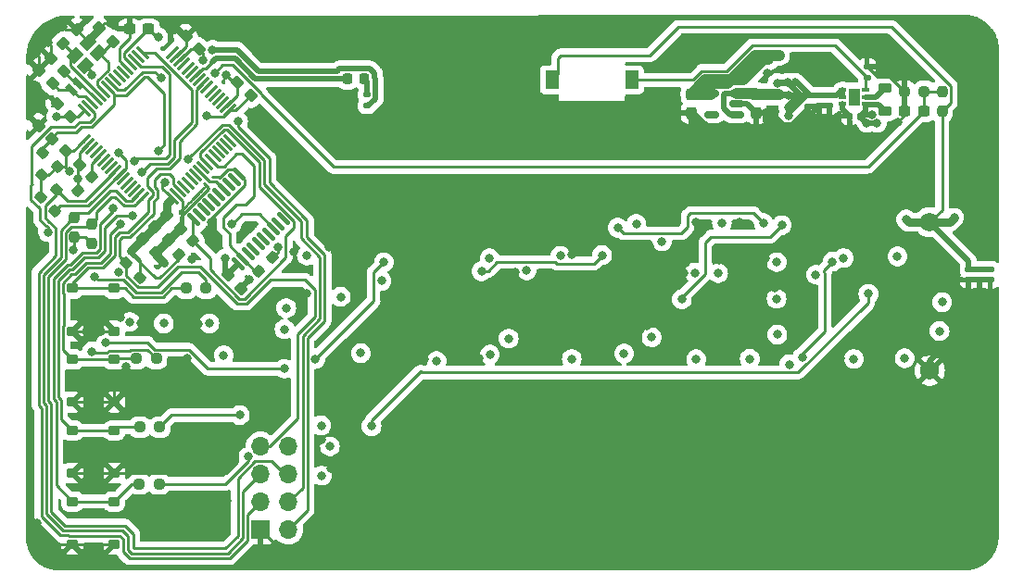
<source format=gbl>
G04 #@! TF.GenerationSoftware,KiCad,Pcbnew,7.0.2-0*
G04 #@! TF.CreationDate,2023-10-08T21:39:02-05:00*
G04 #@! TF.ProjectId,spudglo_business_card,73707564-676c-46f5-9f62-7573696e6573,rev?*
G04 #@! TF.SameCoordinates,Original*
G04 #@! TF.FileFunction,Copper,L4,Bot*
G04 #@! TF.FilePolarity,Positive*
%FSLAX46Y46*%
G04 Gerber Fmt 4.6, Leading zero omitted, Abs format (unit mm)*
G04 Created by KiCad (PCBNEW 7.0.2-0) date 2023-10-08 21:39:02*
%MOMM*%
%LPD*%
G01*
G04 APERTURE LIST*
G04 Aperture macros list*
%AMRoundRect*
0 Rectangle with rounded corners*
0 $1 Rounding radius*
0 $2 $3 $4 $5 $6 $7 $8 $9 X,Y pos of 4 corners*
0 Add a 4 corners polygon primitive as box body*
4,1,4,$2,$3,$4,$5,$6,$7,$8,$9,$2,$3,0*
0 Add four circle primitives for the rounded corners*
1,1,$1+$1,$2,$3*
1,1,$1+$1,$4,$5*
1,1,$1+$1,$6,$7*
1,1,$1+$1,$8,$9*
0 Add four rect primitives between the rounded corners*
20,1,$1+$1,$2,$3,$4,$5,0*
20,1,$1+$1,$4,$5,$6,$7,0*
20,1,$1+$1,$6,$7,$8,$9,0*
20,1,$1+$1,$8,$9,$2,$3,0*%
%AMRotRect*
0 Rectangle, with rotation*
0 The origin of the aperture is its center*
0 $1 length*
0 $2 width*
0 $3 Rotation angle, in degrees counterclockwise*
0 Add horizontal line*
21,1,$1,$2,0,0,$3*%
G04 Aperture macros list end*
G04 #@! TA.AperFunction,SMDPad,CuDef*
%ADD10RoundRect,0.237500X0.250000X0.237500X-0.250000X0.237500X-0.250000X-0.237500X0.250000X-0.237500X0*%
G04 #@! TD*
G04 #@! TA.AperFunction,SMDPad,CuDef*
%ADD11RoundRect,0.225000X0.275000X0.225000X-0.275000X0.225000X-0.275000X-0.225000X0.275000X-0.225000X0*%
G04 #@! TD*
G04 #@! TA.AperFunction,SMDPad,CuDef*
%ADD12RoundRect,0.237500X-0.008839X-0.344715X0.344715X0.008839X0.008839X0.344715X-0.344715X-0.008839X0*%
G04 #@! TD*
G04 #@! TA.AperFunction,SMDPad,CuDef*
%ADD13RoundRect,0.237500X0.380070X-0.044194X-0.044194X0.380070X-0.380070X0.044194X0.044194X-0.380070X0*%
G04 #@! TD*
G04 #@! TA.AperFunction,SMDPad,CuDef*
%ADD14RoundRect,0.237500X0.300000X0.237500X-0.300000X0.237500X-0.300000X-0.237500X0.300000X-0.237500X0*%
G04 #@! TD*
G04 #@! TA.AperFunction,SMDPad,CuDef*
%ADD15RoundRect,0.237500X-0.380070X0.044194X0.044194X-0.380070X0.380070X-0.044194X-0.044194X0.380070X0*%
G04 #@! TD*
G04 #@! TA.AperFunction,SMDPad,CuDef*
%ADD16RoundRect,0.135000X0.185000X-0.135000X0.185000X0.135000X-0.185000X0.135000X-0.185000X-0.135000X0*%
G04 #@! TD*
G04 #@! TA.AperFunction,SMDPad,CuDef*
%ADD17RoundRect,0.237500X0.008839X0.344715X-0.344715X-0.008839X-0.008839X-0.344715X0.344715X0.008839X0*%
G04 #@! TD*
G04 #@! TA.AperFunction,SMDPad,CuDef*
%ADD18RoundRect,0.218750X0.218750X0.256250X-0.218750X0.256250X-0.218750X-0.256250X0.218750X-0.256250X0*%
G04 #@! TD*
G04 #@! TA.AperFunction,SMDPad,CuDef*
%ADD19RoundRect,0.075000X-0.548008X0.441942X0.441942X-0.548008X0.548008X-0.441942X-0.441942X0.548008X0*%
G04 #@! TD*
G04 #@! TA.AperFunction,SMDPad,CuDef*
%ADD20RoundRect,0.075000X-0.548008X-0.441942X-0.441942X-0.548008X0.548008X0.441942X0.441942X0.548008X0*%
G04 #@! TD*
G04 #@! TA.AperFunction,SMDPad,CuDef*
%ADD21R,1.193800X1.676400*%
G04 #@! TD*
G04 #@! TA.AperFunction,SMDPad,CuDef*
%ADD22RoundRect,0.237500X-0.237500X0.300000X-0.237500X-0.300000X0.237500X-0.300000X0.237500X0.300000X0*%
G04 #@! TD*
G04 #@! TA.AperFunction,SMDPad,CuDef*
%ADD23RoundRect,0.140000X-0.170000X0.140000X-0.170000X-0.140000X0.170000X-0.140000X0.170000X0.140000X0*%
G04 #@! TD*
G04 #@! TA.AperFunction,SMDPad,CuDef*
%ADD24RoundRect,0.237500X0.344715X-0.008839X-0.008839X0.344715X-0.344715X0.008839X0.008839X-0.344715X0*%
G04 #@! TD*
G04 #@! TA.AperFunction,SMDPad,CuDef*
%ADD25RoundRect,0.237500X0.237500X-0.250000X0.237500X0.250000X-0.237500X0.250000X-0.237500X-0.250000X0*%
G04 #@! TD*
G04 #@! TA.AperFunction,SMDPad,CuDef*
%ADD26RoundRect,0.135000X-0.185000X0.135000X-0.185000X-0.135000X0.185000X-0.135000X0.185000X0.135000X0*%
G04 #@! TD*
G04 #@! TA.AperFunction,SMDPad,CuDef*
%ADD27RoundRect,0.237500X-0.344715X0.008839X0.008839X-0.344715X0.344715X-0.008839X-0.008839X0.344715X0*%
G04 #@! TD*
G04 #@! TA.AperFunction,ComponentPad*
%ADD28C,1.755000*%
G04 #@! TD*
G04 #@! TA.AperFunction,SMDPad,CuDef*
%ADD29RoundRect,0.140000X0.140000X0.170000X-0.140000X0.170000X-0.140000X-0.170000X0.140000X-0.170000X0*%
G04 #@! TD*
G04 #@! TA.AperFunction,SMDPad,CuDef*
%ADD30RoundRect,0.237500X-0.044194X-0.380070X0.380070X0.044194X0.044194X0.380070X-0.380070X-0.044194X0*%
G04 #@! TD*
G04 #@! TA.AperFunction,SMDPad,CuDef*
%ADD31RoundRect,0.100000X-0.521491X0.380070X0.380070X-0.521491X0.521491X-0.380070X-0.380070X0.521491X0*%
G04 #@! TD*
G04 #@! TA.AperFunction,SMDPad,CuDef*
%ADD32R,0.650000X0.350000*%
G04 #@! TD*
G04 #@! TA.AperFunction,SMDPad,CuDef*
%ADD33R,1.000000X1.600000*%
G04 #@! TD*
G04 #@! TA.AperFunction,SMDPad,CuDef*
%ADD34RoundRect,0.218750X0.381250X-0.218750X0.381250X0.218750X-0.381250X0.218750X-0.381250X-0.218750X0*%
G04 #@! TD*
G04 #@! TA.AperFunction,SMDPad,CuDef*
%ADD35RotRect,1.000000X1.200000X135.000000*%
G04 #@! TD*
G04 #@! TA.AperFunction,SMDPad,CuDef*
%ADD36RotRect,0.575000X1.140000X45.000000*%
G04 #@! TD*
G04 #@! TA.AperFunction,SMDPad,CuDef*
%ADD37RoundRect,0.150000X0.512500X0.150000X-0.512500X0.150000X-0.512500X-0.150000X0.512500X-0.150000X0*%
G04 #@! TD*
G04 #@! TA.AperFunction,ComponentPad*
%ADD38R,1.700000X1.700000*%
G04 #@! TD*
G04 #@! TA.AperFunction,ComponentPad*
%ADD39O,1.700000X1.700000*%
G04 #@! TD*
G04 #@! TA.AperFunction,ViaPad*
%ADD40C,0.800000*%
G04 #@! TD*
G04 #@! TA.AperFunction,Conductor*
%ADD41C,0.500000*%
G04 #@! TD*
G04 #@! TA.AperFunction,Conductor*
%ADD42C,1.000000*%
G04 #@! TD*
G04 #@! TA.AperFunction,Conductor*
%ADD43C,0.250000*%
G04 #@! TD*
G04 #@! TA.AperFunction,Conductor*
%ADD44C,0.750000*%
G04 #@! TD*
G04 APERTURE END LIST*
D10*
X257500000Y-85480000D03*
X255675000Y-85480000D03*
D11*
X183500000Y-123000000D03*
X183500000Y-126900000D03*
X179650000Y-123000000D03*
X179650000Y-126900000D03*
D12*
X196690000Y-101960000D03*
X197980470Y-100669530D03*
D13*
X183349762Y-80929758D03*
X182130002Y-79709998D03*
D14*
X257450000Y-87300000D03*
X255725000Y-87300000D03*
D15*
X193880240Y-102290240D03*
X195100000Y-103510000D03*
D16*
X252260000Y-84210000D03*
X252260000Y-83190000D03*
D17*
X181440001Y-93309999D03*
X180149531Y-94600469D03*
D18*
X206357500Y-84340000D03*
X204782500Y-84340000D03*
D19*
X180758541Y-87246054D03*
X181112094Y-86892501D03*
X181465647Y-86538948D03*
X181819201Y-86185394D03*
X182172754Y-85831841D03*
X182526308Y-85478287D03*
X182879861Y-85124734D03*
X183233414Y-84771181D03*
X183586968Y-84417627D03*
X183940521Y-84064074D03*
X184294074Y-83710521D03*
X184647628Y-83356967D03*
X185001181Y-83003414D03*
X185354735Y-82649860D03*
X185708288Y-82296307D03*
X186061841Y-81942754D03*
D20*
X188784203Y-81942754D03*
X189137756Y-82296307D03*
X189491309Y-82649860D03*
X189844863Y-83003414D03*
X190198416Y-83356967D03*
X190551970Y-83710521D03*
X190905523Y-84064074D03*
X191259076Y-84417627D03*
X191612630Y-84771181D03*
X191966183Y-85124734D03*
X192319736Y-85478287D03*
X192673290Y-85831841D03*
X193026843Y-86185394D03*
X193380397Y-86538948D03*
X193733950Y-86892501D03*
X194087503Y-87246054D03*
D19*
X194087503Y-89968416D03*
X193733950Y-90321969D03*
X193380397Y-90675522D03*
X193026843Y-91029076D03*
X192673290Y-91382629D03*
X192319736Y-91736183D03*
X191966183Y-92089736D03*
X191612630Y-92443289D03*
X191259076Y-92796843D03*
X190905523Y-93150396D03*
X190551970Y-93503949D03*
X190198416Y-93857503D03*
X189844863Y-94211056D03*
X189491309Y-94564610D03*
X189137756Y-94918163D03*
X188784203Y-95271716D03*
D20*
X186061841Y-95271716D03*
X185708288Y-94918163D03*
X185354735Y-94564610D03*
X185001181Y-94211056D03*
X184647628Y-93857503D03*
X184294074Y-93503949D03*
X183940521Y-93150396D03*
X183586968Y-92796843D03*
X183233414Y-92443289D03*
X182879861Y-92089736D03*
X182526308Y-91736183D03*
X182172754Y-91382629D03*
X181819201Y-91029076D03*
X181465647Y-90675522D03*
X181112094Y-90321969D03*
X180758541Y-89968416D03*
D13*
X177840000Y-84750000D03*
X176620240Y-83530240D03*
D21*
X223492400Y-84440000D03*
X230807600Y-84440000D03*
D22*
X242142500Y-85725000D03*
X242142500Y-87450000D03*
D15*
X188311061Y-96783297D03*
X189530821Y-98003057D03*
D23*
X263520000Y-101780000D03*
X263520000Y-102740000D03*
X261560000Y-101770000D03*
X261560000Y-102730000D03*
D24*
X185870000Y-102490000D03*
X184579530Y-101199530D03*
D15*
X186081181Y-98983414D03*
X187300941Y-100203174D03*
D13*
X178890000Y-83680000D03*
X177670240Y-82460240D03*
D25*
X179850000Y-98845000D03*
X179850000Y-97020000D03*
D23*
X246880001Y-85870000D03*
X246880001Y-86830000D03*
D10*
X187580000Y-121390000D03*
X185755000Y-121390000D03*
D26*
X206580000Y-85780000D03*
X206580000Y-86800000D03*
D27*
X176779530Y-95129530D03*
X178070000Y-96420000D03*
D13*
X179509760Y-87819760D03*
X178290000Y-86600000D03*
D15*
X179080000Y-90950000D03*
X180299760Y-92169760D03*
D23*
X262540000Y-101770000D03*
X262540000Y-102730000D03*
D13*
X177830000Y-89830000D03*
X176610240Y-88610240D03*
D12*
X189379530Y-100430470D03*
X190670000Y-99140000D03*
D11*
X183500000Y-116500000D03*
X183500000Y-120400000D03*
X179650000Y-116500000D03*
X179650000Y-120400000D03*
D23*
X247880000Y-85860000D03*
X247880000Y-86820000D03*
D28*
X258000000Y-97440000D03*
X258000000Y-111030000D03*
D29*
X251660000Y-87759999D03*
X250700000Y-87759999D03*
D25*
X181399998Y-99440003D03*
X181399998Y-97615003D03*
D10*
X191890000Y-103500000D03*
X190065000Y-103500000D03*
D24*
X178280000Y-92360000D03*
X176989530Y-91069530D03*
D10*
X187650000Y-116190000D03*
X185825000Y-116190000D03*
D30*
X178830120Y-81079880D03*
X180049880Y-79860120D03*
D11*
X183500000Y-103500000D03*
X183500000Y-107400000D03*
X179650000Y-103500000D03*
X179650000Y-107400000D03*
D31*
X190762323Y-97222272D03*
X191221942Y-96762653D03*
X191681561Y-96303033D03*
X192141181Y-95843414D03*
X192600800Y-95383795D03*
X193060420Y-94924175D03*
X193520039Y-94464556D03*
X193979658Y-94004936D03*
X194439278Y-93545317D03*
X194898897Y-93085698D03*
X198947083Y-97133884D03*
X198487464Y-97593503D03*
X198027845Y-98053123D03*
X197568225Y-98512742D03*
X197108606Y-98972361D03*
X196648986Y-99431981D03*
X196189367Y-99891600D03*
X195729748Y-100351220D03*
X195270128Y-100810839D03*
X194810509Y-101270458D03*
D23*
X248860000Y-85860000D03*
X248860000Y-86820000D03*
D32*
X250040000Y-86640000D03*
X250040000Y-85990000D03*
X250040000Y-85340000D03*
X252140000Y-85340000D03*
X252140000Y-85990000D03*
X252140000Y-86640000D03*
D33*
X251090000Y-85990000D03*
D14*
X186620009Y-79780011D03*
X184895009Y-79780011D03*
D34*
X253900000Y-87282500D03*
X253900000Y-85157500D03*
D27*
X176890000Y-93160000D03*
X178180470Y-94450470D03*
D22*
X236222500Y-85727500D03*
X236222500Y-87452500D03*
D35*
X182042081Y-81937919D03*
X180840000Y-83140000D03*
X179920761Y-82220761D03*
X181122842Y-81018680D03*
D10*
X187340000Y-109920000D03*
X185515000Y-109920000D03*
D25*
X259120000Y-87310000D03*
X259120000Y-85485000D03*
D36*
X179608318Y-85301682D03*
X180191682Y-84718318D03*
D13*
X195963293Y-85881852D03*
X194743533Y-84662092D03*
D37*
X240330000Y-85690000D03*
X240330000Y-86640000D03*
X240330000Y-87590000D03*
X238055000Y-87590000D03*
X238055000Y-85690000D03*
D38*
X196850000Y-125580000D03*
D39*
X199390000Y-125580000D03*
X196850000Y-123040000D03*
X199390000Y-123040000D03*
X196850000Y-120500000D03*
X199390000Y-120500000D03*
X196850000Y-117960000D03*
X199390000Y-117960000D03*
D15*
X187211061Y-97853297D03*
X188430821Y-99073057D03*
D13*
X191259760Y-81659760D03*
X190040000Y-80440000D03*
D11*
X183500000Y-110000000D03*
X183500000Y-113900000D03*
X179650000Y-110000000D03*
X179650000Y-113900000D03*
D40*
X245070000Y-85870000D03*
X207905000Y-102815000D03*
X251060000Y-109960000D03*
X250130000Y-100730000D03*
X236660000Y-109990000D03*
X255050000Y-100590000D03*
X238670000Y-102110000D03*
X230070000Y-109470000D03*
X236520000Y-102070000D03*
X243260000Y-85740000D03*
X206030000Y-109430000D03*
X247590000Y-102260000D03*
X221180000Y-101850000D03*
X244300000Y-85870000D03*
X233523343Y-99199500D03*
X244000000Y-104450000D03*
X245169269Y-110460951D03*
X258890000Y-107400000D03*
X244020000Y-101110000D03*
X204190000Y-104280000D03*
X192190000Y-106710000D03*
X245090000Y-87740000D03*
X201090000Y-100490000D03*
X212940000Y-110150000D03*
X202454520Y-120628083D03*
X188020000Y-106710000D03*
X217780000Y-100760000D03*
X245100000Y-86950000D03*
X245040000Y-84700000D03*
X244094000Y-84709000D03*
X225290000Y-109960000D03*
X203190953Y-117957895D03*
X184915952Y-106573030D03*
X217812598Y-109567410D03*
X202400000Y-116040000D03*
X199210000Y-105300000D03*
X239010000Y-97550000D03*
X232590000Y-107970000D03*
X241560000Y-109940000D03*
X183855030Y-102000500D03*
X224253792Y-100521087D03*
X244070000Y-107730000D03*
X231180000Y-97600000D03*
X259130000Y-104760000D03*
X193640000Y-100760000D03*
X199056979Y-107236979D03*
X219525000Y-108095000D03*
X255710000Y-109890000D03*
X193490000Y-109620000D03*
X232150000Y-106940000D03*
X225250000Y-100440000D03*
X176402679Y-124940070D03*
X203544500Y-110050000D03*
X235523200Y-102143448D03*
X238790000Y-100890000D03*
X180960000Y-107400000D03*
X203120000Y-99700000D03*
X238110000Y-105400000D03*
X243856415Y-103460864D03*
X251990000Y-106740000D03*
X191192003Y-106764835D03*
X182260000Y-107400000D03*
X176360000Y-82070000D03*
X195820000Y-102700000D03*
X250750000Y-104260000D03*
X203210000Y-122720000D03*
X204940000Y-105280000D03*
X235740000Y-101160000D03*
X190120000Y-109930000D03*
X249860000Y-109870000D03*
X213750000Y-106630000D03*
X235310000Y-105960000D03*
X240775000Y-106725000D03*
X192369690Y-97454338D03*
X223970000Y-110020000D03*
X177090000Y-85960000D03*
X198430000Y-99770000D03*
X193790000Y-122910000D03*
X250040000Y-105730000D03*
X199190000Y-109480000D03*
X177460000Y-81030000D03*
X198220000Y-126950000D03*
X241013909Y-105583909D03*
X245190000Y-90150000D03*
X183100000Y-79230000D03*
X220104788Y-106727944D03*
X223210000Y-105720000D03*
X210080000Y-100640000D03*
X243020000Y-87450000D03*
X184563038Y-110644500D03*
X236604500Y-97467270D03*
X206929602Y-120860299D03*
X237590000Y-106760000D03*
X247060000Y-103340000D03*
X199640000Y-104120000D03*
X193670000Y-83970000D03*
X224210000Y-103950000D03*
X228175000Y-109955000D03*
X180149531Y-93469531D03*
X196890000Y-113080000D03*
X216550000Y-106300000D03*
X190540000Y-100808216D03*
X244800000Y-91280000D03*
X207000000Y-123010000D03*
X255470000Y-106480000D03*
X211840000Y-109940000D03*
X220139502Y-102000000D03*
X239930000Y-102050000D03*
X185906535Y-106706259D03*
X197970000Y-115850000D03*
X216860000Y-109870000D03*
X205060000Y-100840000D03*
X178830000Y-79590000D03*
X226090000Y-106590000D03*
X254170000Y-109980000D03*
X232364609Y-99681546D03*
X207027022Y-118526291D03*
X243130000Y-83860000D03*
X220190000Y-103340000D03*
X228060000Y-103840000D03*
X202390000Y-117360000D03*
X211330000Y-105900000D03*
X203240000Y-120010000D03*
X199879500Y-100180000D03*
X194710000Y-108920000D03*
X184020000Y-106130000D03*
X188010000Y-101160000D03*
X203690000Y-106640000D03*
X256380000Y-100710000D03*
X195870000Y-97830000D03*
X189050000Y-79850000D03*
X243870000Y-109910000D03*
X228860000Y-105770000D03*
X195080000Y-116690000D03*
X259120000Y-106050000D03*
X181395528Y-84030016D03*
X243005000Y-100760000D03*
X207141314Y-108530000D03*
X239870000Y-109940000D03*
X255730000Y-104815000D03*
X235130000Y-109890000D03*
X247310000Y-99400000D03*
X176280000Y-98770000D03*
X201097701Y-103932299D03*
X263630000Y-89140000D03*
X251930000Y-100470000D03*
X243770000Y-87440000D03*
X240600000Y-97410000D03*
X255110000Y-88270000D03*
X195750000Y-107810000D03*
X247060000Y-107340000D03*
X208100000Y-106870000D03*
X254520000Y-104110000D03*
X199030000Y-110840000D03*
X182732617Y-108496845D03*
X208120000Y-101110000D03*
X201874500Y-109960000D03*
X228065000Y-100465000D03*
X217040000Y-101930000D03*
X229490000Y-97950000D03*
X242825000Y-97545000D03*
X235350000Y-104500000D03*
X244480000Y-97720000D03*
X246380000Y-109770000D03*
X249120000Y-101050000D03*
X188100000Y-93820000D03*
X181730000Y-102430000D03*
X195751907Y-118906177D03*
X179774500Y-100020000D03*
X243270000Y-82550000D03*
X181450000Y-109275500D03*
X244220000Y-82170000D03*
X194960000Y-115090000D03*
X191580000Y-82645500D03*
X191930000Y-87700000D03*
X178210000Y-87819760D03*
X187510000Y-80540000D03*
X179407839Y-92799532D03*
X194800000Y-88230000D03*
X187520000Y-90900000D03*
X183861982Y-91128018D03*
X190260000Y-91730000D03*
X194220000Y-97590000D03*
X185200000Y-96880000D03*
X186034500Y-92837328D03*
X185310000Y-91852518D03*
X183370000Y-96190000D03*
X184035049Y-97629549D03*
X177425500Y-98340000D03*
X192688333Y-83782021D03*
X187760000Y-84270000D03*
X260230000Y-97040000D03*
X252720000Y-87610000D03*
X253180000Y-88360000D03*
X255830000Y-97200000D03*
X252255001Y-88354999D03*
X207000000Y-116110000D03*
X252390000Y-104000000D03*
X192476754Y-81692640D03*
D41*
X244300000Y-85870000D02*
X244170000Y-85740000D01*
X247880000Y-85860000D02*
X248860000Y-85860000D01*
X245130000Y-84790000D02*
X245960000Y-84790000D01*
X245100000Y-86950000D02*
X245100000Y-87730000D01*
X239768972Y-87590000D02*
X239200000Y-87021028D01*
X246210000Y-85870000D02*
X246880001Y-85870000D01*
X246880001Y-85870000D02*
X247870000Y-85870000D01*
X247030000Y-85860000D02*
X245960000Y-84790000D01*
X244170000Y-85740000D02*
X244940000Y-85740000D01*
X193880240Y-102200727D02*
X194810509Y-101270458D01*
X244103000Y-84700000D02*
X244094000Y-84709000D01*
X245040000Y-84700000D02*
X246210000Y-85870000D01*
X193880240Y-102290240D02*
X193880240Y-102200727D01*
D42*
X242142500Y-85725000D02*
X242057500Y-85640000D01*
D41*
X248860000Y-85860000D02*
X249520000Y-85860000D01*
X245521000Y-84709000D02*
X244094000Y-84709000D01*
X246410000Y-85870000D02*
X245070000Y-85870000D01*
X246000000Y-85870000D02*
X245100000Y-86770000D01*
X245700000Y-84530000D02*
X245521000Y-84709000D01*
X247870000Y-85870000D02*
X247880000Y-85860000D01*
X246880001Y-85870000D02*
X246410000Y-85870000D01*
X246880001Y-85710001D02*
X245700000Y-84530000D01*
X245040000Y-84700000D02*
X244103000Y-84700000D01*
X249520000Y-85860000D02*
X250040000Y-85340000D01*
D42*
X242142500Y-85725000D02*
X243245000Y-85725000D01*
X243245000Y-85725000D02*
X243260000Y-85740000D01*
D41*
X239290000Y-85690000D02*
X240330000Y-85690000D01*
X245100000Y-87730000D02*
X245090000Y-87740000D01*
X246880001Y-85870000D02*
X246695615Y-85870000D01*
X240330000Y-87590000D02*
X239768972Y-87590000D01*
X246410000Y-85870000D02*
X246000000Y-85870000D01*
X250040000Y-85340000D02*
X250040000Y-85940000D01*
X247880000Y-85860000D02*
X247030000Y-85860000D01*
D42*
X242057500Y-85640000D02*
X240330000Y-85640000D01*
D41*
X245090000Y-87475615D02*
X245090000Y-87740000D01*
X245960000Y-84790000D02*
X245700000Y-84530000D01*
X193640000Y-100760000D02*
X193640000Y-102050000D01*
D42*
X243260000Y-85740000D02*
X244170000Y-85740000D01*
D41*
X245040000Y-84700000D02*
X245130000Y-84790000D01*
X239200000Y-87021028D02*
X239200000Y-85780000D01*
X246695615Y-85870000D02*
X245090000Y-87475615D01*
X245070000Y-85870000D02*
X244300000Y-85870000D01*
X239200000Y-85780000D02*
X239290000Y-85690000D01*
X246880001Y-85870000D02*
X246880001Y-85710001D01*
X244940000Y-85740000D02*
X245070000Y-85870000D01*
X245100000Y-86770000D02*
X245100000Y-86950000D01*
X244300000Y-85870000D02*
X244230000Y-85870000D01*
X193640000Y-102050000D02*
X193880240Y-102290240D01*
X244610000Y-88590000D02*
X243770000Y-87750000D01*
D43*
X189732211Y-95512618D02*
X189732211Y-97801667D01*
X193750000Y-120400000D02*
X194760000Y-119390000D01*
D41*
X243770000Y-87750000D02*
X243770000Y-87440000D01*
X245910000Y-88965000D02*
X245910000Y-88790000D01*
X261560000Y-106550000D02*
X258000000Y-110110000D01*
D43*
X183500000Y-120400000D02*
X193750000Y-120400000D01*
X177090000Y-85960000D02*
X177040000Y-85960000D01*
D41*
X261560000Y-102730000D02*
X262540000Y-102730000D01*
X243020000Y-88250000D02*
X243735000Y-88965000D01*
D43*
X190040000Y-81394063D02*
X190040000Y-80440000D01*
X196850000Y-125580000D02*
X198220000Y-126950000D01*
D42*
X241690000Y-89530000D02*
X238130418Y-89530000D01*
D43*
X253210000Y-84140000D02*
X254335000Y-84140000D01*
D41*
X258000000Y-110110000D02*
X258000000Y-111030000D01*
D43*
X194760000Y-119390000D02*
X194760000Y-117010000D01*
X181395528Y-83695528D02*
X180840000Y-83140000D01*
X194362092Y-84662092D02*
X193670000Y-83970000D01*
X193733950Y-86892501D02*
X194743533Y-85882918D01*
X182610000Y-79230000D02*
X183100000Y-79230000D01*
X179650000Y-107400000D02*
X180960000Y-107400000D01*
X195385769Y-94101427D02*
X195385769Y-93572570D01*
X189732211Y-97801667D02*
X189530821Y-98003057D01*
X180049880Y-79860120D02*
X179100120Y-79860120D01*
X192369690Y-97117506D02*
X195385769Y-94101427D01*
X180960000Y-107400000D02*
X182260000Y-107400000D01*
X181122842Y-81018680D02*
X181122842Y-80933082D01*
X178290000Y-86600000D02*
X177650000Y-85960000D01*
X180299760Y-92169760D02*
X180299760Y-91134303D01*
D42*
X245190000Y-90150000D02*
X242310000Y-90150000D01*
D43*
X184895009Y-79780011D02*
X183650011Y-79780011D01*
X181122842Y-80933082D02*
X180049880Y-79860120D01*
X192113929Y-94303929D02*
X191710777Y-93900777D01*
D42*
X236222500Y-87622082D02*
X236222500Y-87452500D01*
D41*
X243020000Y-87450000D02*
X243020000Y-88250000D01*
D43*
X189137756Y-82296307D02*
X190040000Y-81394063D01*
X194760000Y-117010000D02*
X195080000Y-116690000D01*
X193120996Y-93360997D02*
X193068023Y-93308024D01*
D41*
X243020000Y-87450000D02*
X243760000Y-87450000D01*
X245442082Y-88590000D02*
X244610000Y-88590000D01*
D42*
X243440000Y-91280000D02*
X241690000Y-89530000D01*
D43*
X180149531Y-93469531D02*
X180149531Y-92319989D01*
X190040000Y-80440000D02*
X189640000Y-80440000D01*
D44*
X187300941Y-100203174D02*
X187300941Y-100202937D01*
D42*
X242310000Y-90150000D02*
X241690000Y-89530000D01*
D41*
X246880001Y-86830000D02*
X247870000Y-86830000D01*
D44*
X189500821Y-98003057D02*
X188430821Y-99073057D01*
D43*
X183956727Y-81553273D02*
X184895009Y-80614991D01*
D41*
X261560000Y-102730000D02*
X261560000Y-106550000D01*
D43*
X177670240Y-81240240D02*
X177460000Y-81030000D01*
X194412025Y-92598826D02*
X193883167Y-92598826D01*
D41*
X243735000Y-88965000D02*
X245910000Y-88965000D01*
D43*
X176620240Y-82330240D02*
X176360000Y-82070000D01*
D41*
X247870000Y-86830000D02*
X247880000Y-86820000D01*
D43*
X194743533Y-84662092D02*
X194362092Y-84662092D01*
X181122842Y-80717158D02*
X182130002Y-79709998D01*
X176620240Y-83530240D02*
X176620240Y-82330240D01*
X184563038Y-110644500D02*
X183500000Y-111707538D01*
D41*
X262550000Y-102740000D02*
X262540000Y-102730000D01*
D43*
X255725000Y-85530000D02*
X255675000Y-85480000D01*
D44*
X187300941Y-100203174D02*
X187300941Y-100450941D01*
D43*
X184895009Y-80614991D02*
X184895009Y-79780011D01*
X181122842Y-81018680D02*
X181122842Y-80717158D01*
X184647628Y-83356967D02*
X183956727Y-82666066D01*
X255725000Y-87300000D02*
X255725000Y-85530000D01*
D41*
X250040000Y-87099999D02*
X250040000Y-86640000D01*
D43*
X191710777Y-93900777D02*
X191690777Y-93920777D01*
D41*
X245910000Y-88790000D02*
X247880000Y-86820000D01*
D43*
X179650000Y-126900000D02*
X183500000Y-126900000D01*
X189530821Y-98003057D02*
X189530821Y-96951173D01*
X179650000Y-120400000D02*
X183500000Y-120400000D01*
X193883167Y-92598826D02*
X193120996Y-93360997D01*
X180149531Y-92319989D02*
X180299760Y-92169760D01*
X180299760Y-91134303D02*
X181112094Y-90321969D01*
D41*
X242142500Y-87450000D02*
X243020000Y-87450000D01*
D43*
X183500000Y-111707538D02*
X183500000Y-113900000D01*
D41*
X246880001Y-86830000D02*
X246880001Y-87152081D01*
D43*
X182130002Y-79709998D02*
X182610000Y-79230000D01*
X189137756Y-94918163D02*
X189732211Y-95512618D01*
X176402679Y-124940070D02*
X178362609Y-126900000D01*
X198430000Y-100220000D02*
X197980470Y-100669530D01*
X193068023Y-93308024D02*
X192406653Y-93308024D01*
D44*
X187300941Y-100203174D02*
X187300941Y-100249059D01*
D43*
X177670240Y-82460240D02*
X177670240Y-81240240D01*
X183100000Y-79230000D02*
X183220000Y-79230000D01*
X179100120Y-79860120D02*
X178830000Y-79590000D01*
X180149531Y-93469531D02*
X180149531Y-94600469D01*
D44*
X189530821Y-98003057D02*
X189500821Y-98003057D01*
D43*
X177650000Y-85960000D02*
X177090000Y-85960000D01*
X189640000Y-80440000D02*
X189050000Y-79850000D01*
X255725000Y-87300000D02*
X255725000Y-87655000D01*
D42*
X238130418Y-89530000D02*
X236222500Y-87622082D01*
D43*
X192369690Y-97454338D02*
X192369690Y-97117506D01*
D44*
X187300941Y-100202937D02*
X188430821Y-99073057D01*
D41*
X195100000Y-103510000D02*
X195100000Y-103420000D01*
X242142500Y-87450000D02*
X241332500Y-86640000D01*
D43*
X181395528Y-84030016D02*
X181395528Y-83695528D01*
D42*
X244800000Y-91280000D02*
X243440000Y-91280000D01*
D43*
X192113929Y-94368065D02*
X192113929Y-94303929D01*
D41*
X195100000Y-103420000D02*
X195820000Y-102700000D01*
X246880001Y-87152081D02*
X245442082Y-88590000D01*
D43*
X182260000Y-107400000D02*
X183500000Y-107400000D01*
X194743533Y-85882918D02*
X194743533Y-84662092D01*
X255725000Y-87655000D02*
X255110000Y-88270000D01*
X254335000Y-84140000D02*
X255675000Y-85480000D01*
X179650000Y-113900000D02*
X183500000Y-113900000D01*
X198430000Y-99770000D02*
X198430000Y-100220000D01*
X195385769Y-93572570D02*
X194898897Y-93085698D01*
X194898897Y-93085698D02*
X194412025Y-92598826D01*
D41*
X195820000Y-102700000D02*
X195840000Y-102680000D01*
D43*
X252260000Y-83190000D02*
X253210000Y-84140000D01*
X183956727Y-82666066D02*
X183956727Y-81553273D01*
D41*
X243760000Y-87450000D02*
X243770000Y-87440000D01*
X263520000Y-102740000D02*
X262550000Y-102740000D01*
D43*
X183650011Y-79780011D02*
X183100000Y-79230000D01*
D41*
X241332500Y-86640000D02*
X240330000Y-86640000D01*
X248860000Y-86820000D02*
X247880000Y-86820000D01*
D43*
X178362609Y-126900000D02*
X179650000Y-126900000D01*
D44*
X187300941Y-100450941D02*
X188010000Y-101160000D01*
D43*
X189530821Y-96951173D02*
X192113929Y-94368065D01*
D41*
X250700000Y-87759999D02*
X250040000Y-87099999D01*
D43*
X199030000Y-110840000D02*
X192055305Y-110840000D01*
X186553241Y-108496845D02*
X182732617Y-108496845D01*
X187176396Y-109120000D02*
X186553241Y-108496845D01*
X190335305Y-109120000D02*
X187176396Y-109120000D01*
X192055305Y-110840000D02*
X190335305Y-109120000D01*
X201874500Y-109960000D02*
X207180000Y-104654500D01*
X207180000Y-104654500D02*
X207180000Y-102050000D01*
X207180000Y-102050000D02*
X208120000Y-101110000D01*
X218465305Y-101100000D02*
X223807400Y-101100000D01*
X223953487Y-101246087D02*
X227283913Y-101246087D01*
X223807400Y-101100000D02*
X223953487Y-101246087D01*
X227283913Y-101246087D02*
X228065000Y-100465000D01*
X217040000Y-101930000D02*
X217635305Y-101930000D01*
X217635305Y-101930000D02*
X218465305Y-101100000D01*
X235880000Y-97905305D02*
X235880000Y-96880000D01*
X230015000Y-98475000D02*
X235310305Y-98475000D01*
X235880000Y-96880000D02*
X236150000Y-96610000D01*
X229490000Y-97950000D02*
X230015000Y-98475000D01*
X241890000Y-96610000D02*
X242825000Y-97545000D01*
X235310305Y-98475000D02*
X235880000Y-97905305D01*
X236150000Y-96610000D02*
X241890000Y-96610000D01*
X237490000Y-102185305D02*
X235350000Y-104325305D01*
X238020000Y-98780000D02*
X237490000Y-99310000D01*
X235350000Y-104325305D02*
X235350000Y-104500000D01*
X243420000Y-98780000D02*
X238020000Y-98780000D01*
X244480000Y-97720000D02*
X243420000Y-98780000D01*
X237490000Y-99310000D02*
X237490000Y-102185305D01*
X246380000Y-109485000D02*
X246380000Y-109770000D01*
X248415000Y-102100000D02*
X248415000Y-107450000D01*
X248415000Y-107450000D02*
X246380000Y-109485000D01*
X248320000Y-102005000D02*
X248415000Y-102100000D01*
X249120000Y-101050000D02*
X248320000Y-101850000D01*
X248320000Y-101850000D02*
X248320000Y-102005000D01*
X237168274Y-83615000D02*
X239449274Y-83615000D01*
X236343274Y-84440000D02*
X237168274Y-83615000D01*
X239449274Y-83615000D02*
X241794274Y-81270000D01*
X252140000Y-85340000D02*
X252140000Y-84330000D01*
X252140000Y-84330000D02*
X252260000Y-84210000D01*
X230807600Y-84440000D02*
X236343274Y-84440000D01*
X249320000Y-81270000D02*
X252260000Y-84210000D01*
X241794274Y-81270000D02*
X249320000Y-81270000D01*
D41*
X252140000Y-85990000D02*
X253067500Y-85990000D01*
X253067500Y-85990000D02*
X253900000Y-85157500D01*
D42*
X236222500Y-85727500D02*
X238017500Y-85727500D01*
D43*
X179776957Y-90950000D02*
X180758541Y-89968416D01*
D42*
X237510000Y-84440000D02*
X236222500Y-85727500D01*
D44*
X186081181Y-98983414D02*
X185022298Y-100042297D01*
D43*
X193493048Y-87840509D02*
X192070509Y-87840509D01*
X188784203Y-95271716D02*
X187909849Y-94397362D01*
X178280000Y-92360000D02*
X178968307Y-92360000D01*
X194087503Y-87246054D02*
X193493048Y-87840509D01*
D42*
X242061000Y-82170000D02*
X239491000Y-84740000D01*
D44*
X186081181Y-98983414D02*
X186081181Y-98983177D01*
D43*
X191890000Y-103500000D02*
X191890000Y-102712792D01*
X186540000Y-109120000D02*
X187340000Y-109920000D01*
X194087503Y-87246054D02*
X194599091Y-87246054D01*
X185001181Y-83003414D02*
X184406727Y-82408960D01*
X180184835Y-87819760D02*
X180758541Y-87246054D01*
X180804995Y-98845000D02*
X181399998Y-99440003D01*
X191580000Y-81980000D02*
X191259760Y-81659760D01*
X176890000Y-93160000D02*
X177480000Y-93160000D01*
X187635305Y-102560000D02*
X187280000Y-102560000D01*
X194599091Y-87246054D02*
X195963293Y-85881852D01*
D42*
X244220000Y-82170000D02*
X242061000Y-82170000D01*
D43*
X189379530Y-100815775D02*
X187635305Y-102560000D01*
X191890000Y-102712792D02*
X191177208Y-102000000D01*
X179850000Y-98845000D02*
X180804995Y-98845000D01*
X176779530Y-93270470D02*
X176890000Y-93160000D01*
X192070509Y-87840509D02*
X191930000Y-87700000D01*
X193640000Y-121390000D02*
X187580000Y-121390000D01*
X179080000Y-92471693D02*
X179080000Y-90950000D01*
X182812183Y-109410000D02*
X183012183Y-109210000D01*
X185870000Y-100890000D02*
X185022298Y-100042298D01*
X178968307Y-92360000D02*
X179407839Y-92799532D01*
D42*
X240934000Y-84440000D02*
X237510000Y-84440000D01*
D43*
X185022298Y-100302298D02*
X185022298Y-100042298D01*
X187379998Y-80540000D02*
X187510000Y-80540000D01*
X195751907Y-119278093D02*
X193640000Y-121390000D01*
X181450000Y-109275500D02*
X181584500Y-109410000D01*
D44*
X188311061Y-95744858D02*
X188625104Y-95430815D01*
D43*
X184337232Y-102725000D02*
X182025000Y-102725000D01*
X176779530Y-95129530D02*
X176779530Y-93270470D01*
X179509760Y-87819760D02*
X180184835Y-87819760D01*
X188750000Y-115090000D02*
X187650000Y-116190000D01*
X184406727Y-81993293D02*
X186620009Y-79780011D01*
X191580000Y-82645500D02*
X191580000Y-81980000D01*
X187909849Y-94397362D02*
X187909849Y-94010151D01*
X187280000Y-102560000D02*
X185022298Y-100302298D01*
X184406727Y-82408960D02*
X184406727Y-81993293D01*
X187762785Y-103847215D02*
X185459447Y-103847215D01*
X186620009Y-79780011D02*
X187279999Y-80440001D01*
X183012183Y-109210000D02*
X184942005Y-109210000D01*
D44*
X188281061Y-96783297D02*
X187211061Y-97853297D01*
D42*
X242824000Y-82550000D02*
X240934000Y-84440000D01*
D43*
X194960000Y-115090000D02*
X188750000Y-115090000D01*
X190481409Y-81659760D02*
X191259760Y-81659760D01*
X177480000Y-93160000D02*
X178280000Y-92360000D01*
D44*
X188311061Y-96783297D02*
X188311061Y-95744858D01*
D43*
X179850000Y-99944500D02*
X179850000Y-98845000D01*
D42*
X238017500Y-85727500D02*
X238055000Y-85690000D01*
D44*
X188311061Y-96783297D02*
X188281061Y-96783297D01*
X185022298Y-100042297D02*
X185022298Y-100042298D01*
D42*
X243270000Y-82550000D02*
X242824000Y-82550000D01*
D43*
X185032005Y-109120000D02*
X186540000Y-109120000D01*
X189491309Y-82649860D02*
X190481409Y-81659760D01*
X185459447Y-103847215D02*
X184337232Y-102725000D01*
X179080000Y-90950000D02*
X179776957Y-90950000D01*
X181584500Y-109410000D02*
X182812183Y-109410000D01*
X191177208Y-102000000D02*
X189610000Y-102000000D01*
X187909849Y-94010151D02*
X188100000Y-93820000D01*
X182025000Y-102725000D02*
X181730000Y-102430000D01*
D44*
X186081181Y-98983177D02*
X187211061Y-97853297D01*
D43*
X179774500Y-100020000D02*
X179850000Y-99944500D01*
X189379530Y-100430470D02*
X189379530Y-100815775D01*
X195751907Y-118906177D02*
X195751907Y-119278093D01*
X189610000Y-102000000D02*
X187762785Y-103847215D01*
X179509760Y-87819760D02*
X178210000Y-87819760D01*
X179407839Y-92799532D02*
X179080000Y-92471693D01*
X184942005Y-109210000D02*
X185032005Y-109120000D01*
X185870000Y-102490000D02*
X185870000Y-100890000D01*
D42*
X239491000Y-84740000D02*
X237210000Y-84740000D01*
X237210000Y-84740000D02*
X236222500Y-85727500D01*
D43*
X183474316Y-85719189D02*
X182879861Y-85124734D01*
X184565076Y-85815635D02*
X183570762Y-85815635D01*
X201100000Y-97271548D02*
X197650000Y-93821548D01*
X197650000Y-91567208D02*
X194800000Y-88717208D01*
X201100000Y-98830000D02*
X201100000Y-97271548D01*
X202722701Y-106475396D02*
X202722701Y-100452701D01*
X186524315Y-84144315D02*
X186236395Y-84144315D01*
X201150000Y-123820000D02*
X201150000Y-108048097D01*
X187520000Y-90900000D02*
X188060000Y-90360000D01*
X176989530Y-91069530D02*
X176989530Y-90670470D01*
X183570762Y-85815635D02*
X182879861Y-85124734D01*
X188060000Y-85680000D02*
X186524315Y-84144315D01*
X183474316Y-86085915D02*
X183474316Y-85719189D01*
X177830000Y-89680000D02*
X178297670Y-89212330D01*
X186236395Y-84144315D02*
X184565076Y-85815635D01*
X199200000Y-125770000D02*
X201150000Y-123820000D01*
X197650000Y-93821548D02*
X197650000Y-91567208D01*
X194800000Y-88717208D02*
X194800000Y-88230000D01*
X180490000Y-88750000D02*
X181446627Y-88750000D01*
X181446627Y-88750000D02*
X183474316Y-86722311D01*
X177830000Y-89830000D02*
X177830000Y-89680000D01*
X201150000Y-108048097D02*
X202722701Y-106475396D01*
X188060000Y-90360000D02*
X188060000Y-85680000D01*
X176989530Y-90670470D02*
X177830000Y-89830000D01*
X202722701Y-100452701D02*
X201100000Y-98830000D01*
X178297670Y-89212330D02*
X180027670Y-89212330D01*
X183474316Y-86722311D02*
X183474316Y-86085915D01*
X180027670Y-89212330D02*
X180490000Y-88750000D01*
X181440001Y-92115382D02*
X181440001Y-93309999D01*
X182172754Y-91382629D02*
X181440001Y-92115382D01*
X178150000Y-100490000D02*
X176575000Y-102065000D01*
X176575000Y-102065000D02*
X176575000Y-114180584D01*
X194030000Y-128190000D02*
X195675000Y-126545000D01*
X184002817Y-126125000D02*
X184325000Y-126447183D01*
X176825000Y-124337792D02*
X178597208Y-126110000D01*
X183586968Y-92796843D02*
X180876127Y-95507684D01*
X177162785Y-97062785D02*
X177432785Y-97332785D01*
X178150000Y-97989708D02*
X178150000Y-100490000D01*
X178597208Y-126110000D02*
X179300000Y-126110000D01*
X179237684Y-95507684D02*
X178180470Y-94450470D01*
X178180470Y-94450470D02*
X178180470Y-94877640D01*
X179860000Y-95507684D02*
X179237684Y-95507684D01*
X179315000Y-126125000D02*
X184002817Y-126125000D01*
X184325000Y-126447183D02*
X184325000Y-127595000D01*
X184920000Y-128190000D02*
X194030000Y-128190000D01*
X176575000Y-114180584D02*
X176825000Y-114430584D01*
X180876127Y-95507684D02*
X179860000Y-95507684D01*
X178180470Y-94877640D02*
X177162785Y-95895325D01*
X177432785Y-97332785D02*
X177493077Y-97332785D01*
X179300000Y-126110000D02*
X179315000Y-126125000D01*
X177162785Y-95895325D02*
X177162785Y-97062785D01*
X195675000Y-124215000D02*
X196660000Y-123230000D01*
X195675000Y-126545000D02*
X195675000Y-124215000D01*
X176825000Y-114430584D02*
X176825000Y-124337792D01*
X184325000Y-127595000D02*
X184920000Y-128190000D01*
X177493077Y-97332785D02*
X178150000Y-97989708D01*
X197200000Y-94007944D02*
X197200000Y-91753604D01*
X193976396Y-88530000D02*
X193333887Y-88530000D01*
X193333887Y-88530000D02*
X190260000Y-91603887D01*
X183861982Y-91128018D02*
X184534976Y-91801012D01*
X200700000Y-121730000D02*
X200700000Y-107861701D01*
X181133233Y-95957684D02*
X178532316Y-95957684D01*
X178532316Y-95957684D02*
X178070000Y-96420000D01*
X183940521Y-93150396D02*
X181133233Y-95957684D01*
X184534976Y-91801012D02*
X184534976Y-92555941D01*
X202272701Y-100639097D02*
X200540000Y-98906396D01*
X200700000Y-107861701D02*
X202272701Y-106289000D01*
X190260000Y-91603887D02*
X190260000Y-91730000D01*
X200540000Y-97347944D02*
X197200000Y-94007944D01*
X202272701Y-106289000D02*
X202272701Y-100639097D01*
X184534976Y-92555941D02*
X183940521Y-93150396D01*
X197200000Y-91753604D02*
X193976396Y-88530000D01*
X200540000Y-98906396D02*
X200540000Y-97347944D01*
X199200000Y-123230000D02*
X200700000Y-121730000D01*
X177275000Y-114244188D02*
X177275000Y-124151396D01*
X183650000Y-94610000D02*
X183117313Y-94610000D01*
X181113656Y-96613657D02*
X180256343Y-96613657D01*
X179393604Y-97382500D02*
X178600000Y-98176104D01*
X178600000Y-100676396D02*
X177025000Y-102251396D01*
X184250000Y-125660000D02*
X184775000Y-126185000D01*
X180256343Y-96613657D02*
X179850000Y-97020000D01*
X184775000Y-127408604D02*
X185106396Y-127740000D01*
X195225000Y-124028604D02*
X195230000Y-124023604D01*
X184552618Y-95512618D02*
X183650000Y-94610000D01*
X179487500Y-97382500D02*
X179393604Y-97382500D01*
X179850000Y-97020000D02*
X179487500Y-97382500D01*
X178600000Y-98176104D02*
X178600000Y-100676396D01*
X177025000Y-102251396D02*
X177025000Y-113994188D01*
X184775000Y-126185000D02*
X184775000Y-127408604D01*
X183117313Y-94610000D02*
X181113656Y-96613657D01*
X185113833Y-95512618D02*
X184552618Y-95512618D01*
X177025000Y-113994188D02*
X177275000Y-114244188D01*
X193843604Y-127740000D02*
X195225000Y-126358604D01*
X195230000Y-124023604D02*
X195230000Y-122120000D01*
X185708288Y-94918163D02*
X185113833Y-95512618D01*
X195225000Y-126358604D02*
X195225000Y-124028604D01*
X178783604Y-125660000D02*
X184250000Y-125660000D01*
X177275000Y-124151396D02*
X178783604Y-125660000D01*
X195230000Y-122120000D02*
X196660000Y-120690000D01*
X185106396Y-127740000D02*
X193843604Y-127740000D01*
X178970000Y-125210000D02*
X184460000Y-125210000D01*
X177475000Y-113807792D02*
X177725000Y-114057792D01*
X181826855Y-97188146D02*
X181399998Y-97615003D01*
X185225000Y-125975000D02*
X185225000Y-127222208D01*
X185370939Y-95962618D02*
X184366222Y-95962618D01*
X181399998Y-97615003D02*
X181182501Y-97832500D01*
X179050000Y-98362500D02*
X179050000Y-100862792D01*
X196363299Y-119325000D02*
X197835000Y-119325000D01*
X179580000Y-97832500D02*
X179050000Y-98362500D01*
X177475000Y-102437792D02*
X177475000Y-113807792D01*
X184366222Y-95962618D02*
X183543604Y-95140000D01*
X186061841Y-95271716D02*
X185370939Y-95962618D01*
X181182501Y-97832500D02*
X179580000Y-97832500D01*
X177725000Y-114057792D02*
X177725000Y-123965000D01*
X185225000Y-127222208D02*
X185292792Y-127290000D01*
X194775000Y-126172208D02*
X194775000Y-120913299D01*
X181826855Y-96536855D02*
X181826855Y-97188146D01*
X179050000Y-100862792D02*
X177475000Y-102437792D01*
X194775000Y-120913299D02*
X196363299Y-119325000D01*
X184460000Y-125210000D02*
X185225000Y-125975000D01*
X183223709Y-95140000D02*
X181826855Y-96536855D01*
X197835000Y-119325000D02*
X199200000Y-120690000D01*
X177725000Y-123965000D02*
X178970000Y-125210000D01*
X193657208Y-127290000D02*
X194775000Y-126172208D01*
X183543604Y-95140000D02*
X183223709Y-95140000D01*
X185292792Y-127290000D02*
X193657208Y-127290000D01*
X187070000Y-95571705D02*
X187459849Y-95181856D01*
X196850000Y-117960000D02*
X197728299Y-117960000D01*
X197728299Y-117960000D02*
X200250000Y-115438299D01*
X201822701Y-103632701D02*
X200920000Y-102730000D01*
X188560000Y-93070000D02*
X188896855Y-93406855D01*
X185645843Y-103397215D02*
X184579530Y-102330902D01*
X200250000Y-115438299D02*
X200250000Y-107675305D01*
X187434486Y-103397215D02*
X185645843Y-103397215D01*
X200920000Y-102730000D02*
X197756396Y-102730000D01*
X195583826Y-104902570D02*
X194716174Y-104902570D01*
X184579530Y-102330902D02*
X184579530Y-101199530D01*
X188896855Y-93970156D02*
X189491309Y-94564610D01*
X187070000Y-96671701D02*
X187070000Y-95571705D01*
X188896855Y-93406855D02*
X188896855Y-93970156D01*
X189281701Y-101550000D02*
X187434486Y-103397215D01*
X201822701Y-106102604D02*
X201822701Y-103632701D01*
X183999998Y-99060002D02*
X184255451Y-98804549D01*
X197756396Y-102730000D02*
X195583826Y-104902570D01*
X194716174Y-104902570D02*
X191363604Y-101550000D01*
X191363604Y-101550000D02*
X189281701Y-101550000D01*
X187200000Y-94217843D02*
X187200000Y-93560000D01*
X184579530Y-101199530D02*
X183999998Y-100619998D01*
X187200000Y-93560000D02*
X187690000Y-93070000D01*
X183999998Y-100619998D02*
X183999998Y-99060002D01*
X187690000Y-93070000D02*
X188560000Y-93070000D01*
X184937152Y-98804549D02*
X187070000Y-96671701D01*
X184255451Y-98804549D02*
X184937152Y-98804549D01*
X200250000Y-107675305D02*
X201822701Y-106102604D01*
X187459849Y-94477692D02*
X187200000Y-94217843D01*
X187459849Y-95181856D02*
X187459849Y-94477692D01*
X193514960Y-92330637D02*
X194645597Y-91200000D01*
X194020000Y-98450000D02*
X194020000Y-99560711D01*
X196235000Y-95045000D02*
X195460000Y-95820000D01*
X194020000Y-99560711D02*
X195270128Y-100810839D01*
X193495000Y-97925000D02*
X194020000Y-98450000D01*
X194678604Y-95820000D02*
X193495000Y-97003604D01*
X192914190Y-92330637D02*
X193514960Y-92330637D01*
X196419289Y-101960000D02*
X195270128Y-100810839D01*
X195460000Y-95820000D02*
X194678604Y-95820000D01*
X195135305Y-91200000D02*
X196235000Y-92299695D01*
X196690000Y-101960000D02*
X196419289Y-101960000D01*
X194645597Y-91200000D02*
X195135305Y-91200000D01*
X193495000Y-97003604D02*
X193495000Y-97925000D01*
X192319736Y-91736183D02*
X192914190Y-92330637D01*
X196235000Y-92299695D02*
X196235000Y-95045000D01*
X193790000Y-88980000D02*
X196750000Y-91940000D01*
X195377190Y-104452570D02*
X194911198Y-104452570D01*
X190670000Y-99140000D02*
X190670000Y-97314595D01*
X192265000Y-101806372D02*
X192265000Y-100735000D01*
X193520283Y-88980000D02*
X193790000Y-88980000D01*
X190670000Y-97314595D02*
X190762323Y-97222272D01*
X192265000Y-100735000D02*
X190670000Y-99140000D01*
X199155000Y-100674760D02*
X195377190Y-104452570D01*
X196750000Y-94194340D02*
X199893574Y-97337914D01*
X199130000Y-99444695D02*
X199155000Y-99469695D01*
X191966183Y-92089736D02*
X191371728Y-91495281D01*
X191371728Y-91128555D02*
X193520283Y-88980000D01*
X191371728Y-91495281D02*
X191371728Y-91128555D01*
X199130000Y-98760000D02*
X199130000Y-99444695D01*
X196750000Y-91940000D02*
X196750000Y-94194340D01*
X199893574Y-97337914D02*
X199893574Y-97996426D01*
X199155000Y-99469695D02*
X199155000Y-100674760D01*
X199893574Y-97996426D02*
X199130000Y-98760000D01*
X194911198Y-104452570D02*
X192265000Y-101806372D01*
X192220257Y-93758024D02*
X191259076Y-92796843D01*
X192813507Y-93758024D02*
X192220257Y-93758024D01*
X193520039Y-94464556D02*
X192813507Y-93758024D01*
X196740000Y-96720000D02*
X195170000Y-96720000D01*
X198027845Y-98053123D02*
X198027845Y-98007845D01*
X195170000Y-96720000D02*
X194300000Y-97590000D01*
X194300000Y-97590000D02*
X194220000Y-97590000D01*
X198027845Y-98007845D02*
X196740000Y-96720000D01*
X179608318Y-85301682D02*
X178391682Y-85301682D01*
X180871192Y-85944493D02*
X180251129Y-85944493D01*
X178391682Y-85301682D02*
X177840000Y-84750000D01*
X180251129Y-85944493D02*
X179608318Y-85301682D01*
X181465647Y-86538948D02*
X180871192Y-85944493D01*
X179928318Y-84718318D02*
X178890000Y-83680000D01*
X181819201Y-86185394D02*
X180352125Y-84718318D01*
X180191682Y-84718318D02*
X179928318Y-84718318D01*
X180352125Y-84718318D02*
X180191682Y-84718318D01*
X179496497Y-83155584D02*
X179496497Y-82645025D01*
X179920761Y-82170521D02*
X178830120Y-81079880D01*
X182172754Y-85831841D02*
X179496497Y-83155584D01*
X179496497Y-82645025D02*
X179920761Y-82220761D01*
X179920761Y-82220761D02*
X179920761Y-82170521D01*
X182526308Y-85478287D02*
X181931853Y-84883832D01*
X181931853Y-84883832D02*
X181931853Y-84517106D01*
X182042081Y-81937919D02*
X182341601Y-81937919D01*
X182341601Y-81937919D02*
X183349762Y-80929758D01*
X182924480Y-82820318D02*
X182042081Y-81937919D01*
X182924480Y-83524479D02*
X182924480Y-82820318D01*
X181931853Y-84517106D02*
X182924480Y-83524479D01*
X179650000Y-116500000D02*
X178625000Y-115475000D01*
X178375000Y-102810584D02*
X179415779Y-101769805D01*
X185825000Y-116190000D02*
X183810000Y-116190000D01*
X183759998Y-96880000D02*
X185200000Y-96880000D01*
X190568175Y-88294617D02*
X190568175Y-85338175D01*
X186034500Y-92837328D02*
X186796828Y-92075000D01*
X188371396Y-92075000D02*
X188960000Y-91486396D01*
X188960000Y-91486396D02*
X188960000Y-89902792D01*
X178625000Y-115475000D02*
X178625000Y-113685000D01*
X183810000Y-116190000D02*
X183500000Y-116500000D01*
X180753003Y-100703198D02*
X182056194Y-100703198D01*
X178625000Y-113685000D02*
X178375000Y-113435000D01*
X186796828Y-92075000D02*
X188371396Y-92075000D01*
X183500000Y-116500000D02*
X179650000Y-116500000D01*
X179686396Y-101769805D02*
X180753003Y-100703198D01*
X188960000Y-89902792D02*
X190568175Y-88294617D01*
X182649998Y-100109394D02*
X182649998Y-97990000D01*
X182649998Y-97990000D02*
X183759998Y-96880000D01*
X182056194Y-100703198D02*
X182649998Y-100109394D01*
X190568175Y-85338175D02*
X187172754Y-81942754D01*
X187172754Y-81942754D02*
X186061841Y-81942754D01*
X179415779Y-101769805D02*
X179686396Y-101769805D01*
X178375000Y-113435000D02*
X178375000Y-102810584D01*
X188185000Y-91625000D02*
X188510000Y-91300000D01*
X185949190Y-83244315D02*
X185354735Y-82649860D01*
X182199998Y-97600000D02*
X182199998Y-99922998D01*
X187837919Y-83244315D02*
X185949190Y-83244315D01*
X188510000Y-83916396D02*
X187837919Y-83244315D01*
X177925000Y-113621396D02*
X178175000Y-113871396D01*
X185537518Y-91625000D02*
X188185000Y-91625000D01*
X182199998Y-99922998D02*
X181869798Y-100253198D01*
X178175000Y-121525000D02*
X179650000Y-123000000D01*
X181869798Y-100253198D02*
X180566607Y-100253198D01*
X177925000Y-102624188D02*
X177925000Y-113621396D01*
X185755000Y-121390000D02*
X185110000Y-121390000D01*
X185310000Y-91852518D02*
X185537518Y-91625000D01*
X178175000Y-113871396D02*
X178175000Y-121525000D01*
X183370000Y-96429998D02*
X182199998Y-97600000D01*
X179500000Y-101319805D02*
X179229383Y-101319805D01*
X185110000Y-121390000D02*
X183500000Y-123000000D01*
X180566607Y-100253198D02*
X179500000Y-101319805D01*
X183370000Y-96190000D02*
X183370000Y-96429998D01*
X183500000Y-123000000D02*
X179650000Y-123000000D01*
X179229383Y-101319805D02*
X177925000Y-102624188D01*
X188510000Y-91300000D02*
X188510000Y-83916396D01*
X185273051Y-104297215D02*
X184475836Y-103500000D01*
X190065000Y-103500000D02*
X188746396Y-103500000D01*
X187009849Y-94995460D02*
X187009849Y-94664088D01*
X188512792Y-92570000D02*
X189450000Y-91632792D01*
X187009849Y-94664088D02*
X186520000Y-94174239D01*
X186520000Y-94174239D02*
X186520000Y-93377133D01*
X183549998Y-100482186D02*
X183549998Y-98780002D01*
X191018175Y-88481013D02*
X191018175Y-85365636D01*
X183500000Y-103500000D02*
X179650000Y-103500000D01*
X186620000Y-95385309D02*
X187009849Y-94995460D01*
X184750756Y-98354549D02*
X186620000Y-96485305D01*
X183549998Y-98780002D02*
X183975451Y-98354549D01*
X188746396Y-103500000D02*
X187949181Y-104297215D01*
X182581092Y-101451092D02*
X183549998Y-100482186D01*
X182581092Y-101451092D02*
X182428986Y-101603198D01*
X182428986Y-101603198D02*
X181125795Y-101603198D01*
X189450000Y-90049189D02*
X191018175Y-88481013D01*
X183975451Y-98354549D02*
X184750756Y-98354549D01*
X179650000Y-103078993D02*
X179650000Y-103500000D01*
X181125795Y-101603198D02*
X179650000Y-103078993D01*
X187949181Y-104297215D02*
X185273051Y-104297215D01*
X189450000Y-91632792D02*
X189450000Y-90049189D01*
X184475836Y-103500000D02*
X183500000Y-103500000D01*
X186520000Y-93377133D02*
X187327133Y-92570000D01*
X187327133Y-92570000D02*
X188512792Y-92570000D01*
X186620000Y-96485305D02*
X186620000Y-95385309D01*
X191018175Y-85365636D02*
X191612630Y-84771181D01*
X180939399Y-101153198D02*
X179872792Y-102219805D01*
X182242590Y-101153198D02*
X180939399Y-101153198D01*
X183500000Y-110000000D02*
X179650000Y-110000000D01*
X175960005Y-93950005D02*
X175990000Y-93980000D01*
X185515000Y-109920000D02*
X183580000Y-109920000D01*
X175872315Y-95000000D02*
X175872315Y-95353687D01*
X178825000Y-106947183D02*
X178825000Y-109175000D01*
X179807430Y-88762330D02*
X177677910Y-88762330D01*
X175990000Y-93980000D02*
X175872315Y-94097685D01*
X180300000Y-88269760D02*
X179807430Y-88762330D01*
X176712785Y-97249181D02*
X176712785Y-96212785D01*
X183580000Y-109920000D02*
X183500000Y-110000000D01*
X177306681Y-97782785D02*
X177246389Y-97782785D01*
X181706549Y-87486956D02*
X181706549Y-87853682D01*
X178825000Y-109175000D02*
X179650000Y-110000000D01*
X176510000Y-96040000D02*
X175872315Y-95402315D01*
X181112094Y-86892501D02*
X181706549Y-87486956D01*
X178825000Y-103952817D02*
X178860000Y-103987817D01*
X178825000Y-102996980D02*
X178825000Y-103952817D01*
X183099998Y-100295790D02*
X182242590Y-101153198D01*
X178860000Y-103987817D02*
X178860000Y-106912183D01*
X176712785Y-96212785D02*
X176540000Y-96040000D01*
X184035049Y-97629549D02*
X183099998Y-98564600D01*
X183099998Y-98564600D02*
X183099998Y-100295790D01*
X177425500Y-97901604D02*
X177306681Y-97782785D01*
X177677910Y-88762330D02*
X175960005Y-90480235D01*
X178860000Y-106912183D02*
X178825000Y-106947183D01*
X181290471Y-88269760D02*
X180300000Y-88269760D01*
X177425500Y-98340000D02*
X177425500Y-97901604D01*
X179872792Y-102219805D02*
X179602175Y-102219805D01*
X175960005Y-90480235D02*
X175960005Y-93950005D01*
X181706549Y-87853682D02*
X181290471Y-88269760D01*
X175872315Y-94097685D02*
X175872315Y-95000000D01*
X179602175Y-102219805D02*
X178825000Y-102996980D01*
X175872315Y-95402315D02*
X175872315Y-95000000D01*
X177246389Y-97782785D02*
X176712785Y-97249181D01*
X176540000Y-96040000D02*
X176510000Y-96040000D01*
X196905863Y-85693050D02*
X196905863Y-85785863D01*
X257450000Y-87300000D02*
X257450000Y-85530000D01*
X259120000Y-85485000D02*
X257505000Y-85485000D01*
X187184315Y-83694315D02*
X187760000Y-84270000D01*
X193400354Y-83070000D02*
X194282813Y-83070000D01*
X184378680Y-85365635D02*
X186050000Y-83694315D01*
X203500000Y-92380000D02*
X252370000Y-92380000D01*
X257505000Y-85485000D02*
X257500000Y-85480000D01*
X192688333Y-83782021D02*
X193400354Y-83070000D01*
X183233414Y-84771181D02*
X183827868Y-85365635D01*
X186050000Y-83694315D02*
X187184315Y-83694315D01*
X257450000Y-85530000D02*
X257500000Y-85480000D01*
X183827868Y-85365635D02*
X184378680Y-85365635D01*
X196905863Y-85785863D02*
X203500000Y-92380000D01*
X194282813Y-83070000D02*
X196905863Y-85693050D01*
X252370000Y-92380000D02*
X257450000Y-87300000D01*
X259120000Y-96320000D02*
X259120000Y-87310000D01*
D44*
X259830000Y-97440000D02*
X258000000Y-97440000D01*
D41*
X252140000Y-87279999D02*
X252140000Y-86690000D01*
X261560000Y-101770000D02*
X262540000Y-101770000D01*
D44*
X255830000Y-97200000D02*
X256070000Y-97440000D01*
D43*
X235031204Y-79580000D02*
X254497995Y-79580000D01*
X232411204Y-82200000D02*
X235031204Y-79580000D01*
X259920000Y-86510000D02*
X259120000Y-87310000D01*
D41*
X251660000Y-87759999D02*
X252255000Y-88354999D01*
X253900000Y-87282500D02*
X253307500Y-86690000D01*
X261560000Y-101000000D02*
X258000000Y-97440000D01*
D43*
X259120000Y-96320000D02*
X258000000Y-97440000D01*
D41*
X253307500Y-86690000D02*
X252140000Y-86690000D01*
X252255001Y-88354999D02*
X252255001Y-88355000D01*
D43*
X224272922Y-82200000D02*
X232411204Y-82200000D01*
D41*
X252255000Y-88354999D02*
X252255001Y-88354999D01*
D43*
X224015099Y-82457823D02*
X224272922Y-82200000D01*
D41*
X261560000Y-101770000D02*
X261560000Y-101000000D01*
X252260001Y-88360000D02*
X253180000Y-88360000D01*
D43*
X223492400Y-84440000D02*
X224015099Y-83917301D01*
D41*
X262550000Y-101780000D02*
X262540000Y-101770000D01*
X251660000Y-87759999D02*
X251809999Y-87610000D01*
D44*
X260230000Y-97040000D02*
X259830000Y-97440000D01*
D41*
X252255001Y-88355000D02*
X252260001Y-88360000D01*
X263520000Y-101780000D02*
X262550000Y-101780000D01*
X251809999Y-87610000D02*
X252720000Y-87610000D01*
D44*
X256070000Y-97440000D02*
X258000000Y-97440000D01*
D43*
X224015099Y-83917301D02*
X224015099Y-82457823D01*
X254497995Y-79580000D02*
X259920000Y-85002005D01*
D41*
X251660000Y-87759999D02*
X252140000Y-87279999D01*
D43*
X259920000Y-85002005D02*
X259920000Y-86510000D01*
X252390000Y-104785305D02*
X245989354Y-111185951D01*
X207000000Y-115600000D02*
X207000000Y-116110000D01*
X245989354Y-111185951D02*
X211545951Y-111185951D01*
X211545951Y-111185951D02*
X211480000Y-111120000D01*
X211480000Y-111120000D02*
X207000000Y-115600000D01*
X252390000Y-104000000D02*
X252390000Y-104785305D01*
D41*
X206580000Y-85780000D02*
X206580000Y-84562500D01*
X206580000Y-84562500D02*
X206357500Y-84340000D01*
X206707315Y-86800000D02*
X206580000Y-86800000D01*
X194708575Y-81692640D02*
X196655935Y-83640000D01*
X207280000Y-83841745D02*
X207280000Y-84272551D01*
X192476754Y-81692640D02*
X194708575Y-81692640D01*
X203850000Y-83640000D02*
X204075000Y-83415000D01*
X206853255Y-83415000D02*
X207280000Y-83841745D01*
X207350000Y-86157315D02*
X206707315Y-86800000D01*
X207350000Y-84342551D02*
X207350000Y-86157315D01*
X196655935Y-83640000D02*
X203850000Y-83640000D01*
X207280000Y-84272551D02*
X207350000Y-84342551D01*
X204075000Y-83415000D02*
X206853255Y-83415000D01*
D43*
X191599097Y-83370500D02*
X191880305Y-83370500D01*
D41*
X194520985Y-82495000D02*
X192755804Y-82495000D01*
X192755804Y-82495000D02*
X192430000Y-82820804D01*
X196365985Y-84340000D02*
X194520985Y-82495000D01*
D43*
X191880305Y-83370500D02*
X192890000Y-82360805D01*
D41*
X204782500Y-84340000D02*
X196365985Y-84340000D01*
D43*
X190905523Y-84064074D02*
X191599097Y-83370500D01*
G04 #@! TA.AperFunction,Conductor*
G36*
X181583913Y-78576614D02*
G01*
X181629707Y-78629384D01*
X181639702Y-78698535D01*
X181610724Y-78762113D01*
X181600070Y-78772997D01*
X181596833Y-78775920D01*
X181195926Y-79176828D01*
X181191687Y-79181521D01*
X181120988Y-79268310D01*
X181117710Y-79265640D01*
X181087134Y-79298385D01*
X181019409Y-79315564D01*
X180982662Y-79303273D01*
X180960278Y-79303273D01*
X180137560Y-80125991D01*
X180076237Y-80159476D01*
X180006545Y-80154492D01*
X179962198Y-80125991D01*
X179183674Y-79347467D01*
X179115795Y-79415348D01*
X179111576Y-79420020D01*
X179049442Y-79496293D01*
X178972068Y-79650355D01*
X178932310Y-79818114D01*
X178932310Y-79837810D01*
X178912625Y-79904849D01*
X178859821Y-79950604D01*
X178808310Y-79961810D01*
X178788052Y-79961810D01*
X178620187Y-80001595D01*
X178466017Y-80079021D01*
X178429624Y-80108668D01*
X178387243Y-80143192D01*
X178385019Y-80145415D01*
X178385009Y-80145425D01*
X177895669Y-80634766D01*
X177895659Y-80634776D01*
X177893433Y-80637003D01*
X177891454Y-80639432D01*
X177891438Y-80639450D01*
X177829261Y-80715777D01*
X177751835Y-80869947D01*
X177712050Y-81037812D01*
X177712050Y-81218670D01*
X177692365Y-81285709D01*
X177639561Y-81331464D01*
X177588050Y-81342670D01*
X177539847Y-81342670D01*
X177372087Y-81382428D01*
X177218022Y-81459804D01*
X177141764Y-81521924D01*
X177137073Y-81526160D01*
X177113393Y-81549840D01*
X177936112Y-82372559D01*
X177969597Y-82433882D01*
X177964613Y-82503574D01*
X177936112Y-82547921D01*
X177777809Y-82706223D01*
X177773105Y-82717580D01*
X177746226Y-82757806D01*
X176620240Y-83883793D01*
X176107587Y-84396444D01*
X176175460Y-84464317D01*
X176180142Y-84468545D01*
X176256413Y-84530677D01*
X176410475Y-84608051D01*
X176578235Y-84647810D01*
X176597930Y-84647810D01*
X176664969Y-84667495D01*
X176710724Y-84720299D01*
X176721930Y-84771810D01*
X176721930Y-84792067D01*
X176761715Y-84959932D01*
X176761715Y-84959933D01*
X176761716Y-84959934D01*
X176839142Y-85114104D01*
X176903312Y-85192877D01*
X177397123Y-85686687D01*
X177399563Y-85688674D01*
X177399570Y-85688681D01*
X177431809Y-85714943D01*
X177475896Y-85750858D01*
X177630066Y-85828284D01*
X177686021Y-85841545D01*
X177797932Y-85868070D01*
X177860261Y-85868070D01*
X177927300Y-85887755D01*
X177947942Y-85904389D01*
X178555871Y-86512318D01*
X178589356Y-86573641D01*
X178584372Y-86643333D01*
X178555871Y-86687680D01*
X178360611Y-86882941D01*
X178299288Y-86916426D01*
X178272930Y-86919260D01*
X178115352Y-86919260D01*
X177930198Y-86958615D01*
X177906241Y-86969281D01*
X177836991Y-86978564D01*
X177773715Y-86948934D01*
X177736503Y-86889798D01*
X177737170Y-86819932D01*
X177768127Y-86768318D01*
X177936447Y-86599999D01*
X177379600Y-86043152D01*
X177379599Y-86043153D01*
X177355922Y-86066831D01*
X177351691Y-86071516D01*
X177289564Y-86147781D01*
X177212188Y-86301846D01*
X177172430Y-86469606D01*
X177172430Y-86642005D01*
X177212188Y-86809764D01*
X177289564Y-86963829D01*
X177351686Y-87040090D01*
X177355913Y-87044770D01*
X177454556Y-87143414D01*
X177488040Y-87204738D01*
X177483056Y-87274429D01*
X177474261Y-87293095D01*
X177382820Y-87451475D01*
X177324326Y-87631502D01*
X177321640Y-87657062D01*
X177295054Y-87721677D01*
X177245778Y-87756061D01*
X177283182Y-87784061D01*
X177307236Y-87845410D01*
X177324326Y-88008017D01*
X177358146Y-88112103D01*
X177360141Y-88181944D01*
X177324060Y-88241777D01*
X177303341Y-88257150D01*
X177291491Y-88264158D01*
X177277323Y-88278326D01*
X177262534Y-88290956D01*
X177246323Y-88302734D01*
X177218482Y-88336388D01*
X177210621Y-88345027D01*
X175660565Y-89895082D01*
X175599242Y-89928567D01*
X175529550Y-89923583D01*
X175473617Y-89881711D01*
X175449200Y-89816247D01*
X175448884Y-89807277D01*
X175449666Y-89125894D01*
X175469426Y-89058881D01*
X175522283Y-89013187D01*
X175591453Y-89003322D01*
X175654975Y-89032420D01*
X175669801Y-89047721D01*
X175671928Y-89050331D01*
X175676153Y-89055010D01*
X175744034Y-89122891D01*
X176256687Y-88610240D01*
X175699839Y-88053392D01*
X175699839Y-88053393D01*
X175676162Y-88077071D01*
X175671926Y-88081762D01*
X175671081Y-88082800D01*
X175670840Y-88082965D01*
X175669821Y-88084094D01*
X175670716Y-88083050D01*
X175613474Y-88122338D01*
X175543636Y-88124454D01*
X175483741Y-88088477D01*
X175452805Y-88025829D01*
X175450952Y-88004331D01*
X175451072Y-87900151D01*
X175451302Y-87699840D01*
X176053393Y-87699840D01*
X176610240Y-88256687D01*
X176610241Y-88256687D01*
X177096234Y-87770691D01*
X177138508Y-87747607D01*
X177110638Y-87731780D01*
X177055029Y-87676171D01*
X177050337Y-87671934D01*
X176974066Y-87609802D01*
X176820004Y-87532428D01*
X176652245Y-87492670D01*
X176479847Y-87492670D01*
X176312087Y-87532428D01*
X176158022Y-87609804D01*
X176081764Y-87671924D01*
X176077073Y-87676160D01*
X176053393Y-87699840D01*
X175451302Y-87699840D01*
X175455497Y-84040780D01*
X175475259Y-83973764D01*
X175528115Y-83928070D01*
X175597285Y-83918205D01*
X175660807Y-83947303D01*
X175675636Y-83962608D01*
X175681926Y-83970330D01*
X175686162Y-83975020D01*
X175754034Y-84042892D01*
X176266687Y-83530239D01*
X176266687Y-83530238D01*
X175709840Y-82973392D01*
X175709839Y-82973393D01*
X175686162Y-82997071D01*
X175681935Y-83001751D01*
X175676904Y-83007928D01*
X175619298Y-83047468D01*
X175549461Y-83049587D01*
X175489564Y-83013613D01*
X175458625Y-82950966D01*
X175456771Y-82929463D01*
X175457126Y-82619840D01*
X176063393Y-82619840D01*
X176610240Y-83166687D01*
X176610241Y-83166687D01*
X177316687Y-82460239D01*
X177316687Y-82460238D01*
X176759840Y-81903392D01*
X176759839Y-81903393D01*
X176736162Y-81927071D01*
X176731931Y-81931756D01*
X176669804Y-82008021D01*
X176592428Y-82162087D01*
X176553249Y-82327400D01*
X176518634Y-82388093D01*
X176461187Y-82419462D01*
X176322087Y-82452428D01*
X176168022Y-82529804D01*
X176091764Y-82591924D01*
X176087073Y-82596160D01*
X176063393Y-82619840D01*
X175457126Y-82619840D01*
X175457378Y-82399718D01*
X175458211Y-82396892D01*
X175457486Y-82351555D01*
X175457536Y-82345516D01*
X175462272Y-82201817D01*
X175470333Y-81980125D01*
X175471315Y-81968443D01*
X175493643Y-81799342D01*
X175521359Y-81604253D01*
X175523369Y-81593537D01*
X175563828Y-81420451D01*
X175610257Y-81235552D01*
X175613103Y-81225911D01*
X175670961Y-81055866D01*
X175671849Y-81053353D01*
X175736101Y-80877833D01*
X175739621Y-80869236D01*
X175814483Y-80704398D01*
X175815956Y-80701278D01*
X175897602Y-80534736D01*
X175901607Y-80527231D01*
X175992683Y-80369865D01*
X175994912Y-80366168D01*
X176093133Y-80209750D01*
X176097378Y-80203435D01*
X176203756Y-80055365D01*
X176206853Y-80051243D01*
X176320618Y-79906343D01*
X176324985Y-79901088D01*
X176445513Y-79764034D01*
X176449588Y-79759625D01*
X176577828Y-79627506D01*
X176582097Y-79623319D01*
X176715482Y-79498777D01*
X176720589Y-79494267D01*
X176862078Y-79376202D01*
X176866103Y-79372985D01*
X177010919Y-79262258D01*
X177017134Y-79257806D01*
X177170515Y-79154997D01*
X177174185Y-79152632D01*
X177328763Y-79056912D01*
X177336112Y-79052704D01*
X177500179Y-78966116D01*
X177503248Y-78964555D01*
X177665773Y-78884819D01*
X177674256Y-78881046D01*
X177847868Y-78811560D01*
X177850238Y-78810644D01*
X178018493Y-78747741D01*
X178028120Y-78744586D01*
X178211479Y-78692689D01*
X178383362Y-78647071D01*
X178393977Y-78644753D01*
X178588064Y-78611253D01*
X178756483Y-78583887D01*
X178768121Y-78582560D01*
X178998735Y-78567312D01*
X179113548Y-78560099D01*
X179123436Y-78561248D01*
X179123993Y-78561137D01*
X179148216Y-78558728D01*
X179762917Y-78558274D01*
X179829969Y-78577909D01*
X179875763Y-78630679D01*
X179885758Y-78699830D01*
X179856780Y-78763407D01*
X179818659Y-78793084D01*
X179686051Y-78859683D01*
X179609781Y-78921813D01*
X179605111Y-78926030D01*
X179537227Y-78993914D01*
X180049880Y-79506567D01*
X180049881Y-79506567D01*
X180606726Y-78949721D01*
X180583037Y-78926032D01*
X180578363Y-78921812D01*
X180502098Y-78859684D01*
X180368516Y-78792596D01*
X180317442Y-78744918D01*
X180300253Y-78677196D01*
X180322406Y-78610931D01*
X180376867Y-78567162D01*
X180424074Y-78557786D01*
X181516859Y-78556979D01*
X181583913Y-78576614D01*
G37*
G04 #@! TD.AperFunction*
G04 #@! TA.AperFunction,Conductor*
G36*
X241646587Y-97255185D02*
G01*
X241667229Y-97271819D01*
X241886038Y-97490628D01*
X241919523Y-97551951D01*
X241921678Y-97565347D01*
X241939326Y-97733257D01*
X241997820Y-97913283D01*
X242029700Y-97968501D01*
X242046172Y-98036401D01*
X242023319Y-98102428D01*
X241968397Y-98145618D01*
X241922312Y-98154500D01*
X239915574Y-98154500D01*
X239848535Y-98134815D01*
X239802780Y-98082011D01*
X239792836Y-98012853D01*
X239808187Y-97968500D01*
X239837179Y-97918284D01*
X239851929Y-97872888D01*
X239895674Y-97738256D01*
X239915460Y-97550000D01*
X239896800Y-97372459D01*
X239909370Y-97303732D01*
X239957102Y-97252708D01*
X240020121Y-97235500D01*
X241579548Y-97235500D01*
X241646587Y-97255185D01*
G37*
G04 #@! TD.AperFunction*
G04 #@! TA.AperFunction,Conductor*
G36*
X196817587Y-86598024D02*
G01*
X196861934Y-86626524D01*
X199932183Y-89696774D01*
X202999196Y-92763787D01*
X203012096Y-92779888D01*
X203063223Y-92827900D01*
X203066020Y-92830611D01*
X203085529Y-92850120D01*
X203088709Y-92852587D01*
X203097571Y-92860155D01*
X203129418Y-92890062D01*
X203146972Y-92899712D01*
X203163236Y-92910396D01*
X203163422Y-92910540D01*
X203179064Y-92922673D01*
X203203909Y-92933424D01*
X203219152Y-92940021D01*
X203229631Y-92945154D01*
X203267908Y-92966197D01*
X203287306Y-92971177D01*
X203305708Y-92977477D01*
X203324104Y-92985438D01*
X203367261Y-92992273D01*
X203378664Y-92994634D01*
X203420981Y-93005500D01*
X203441016Y-93005500D01*
X203460413Y-93007026D01*
X203480196Y-93010160D01*
X203523674Y-93006050D01*
X203535344Y-93005500D01*
X252287256Y-93005500D01*
X252307762Y-93007764D01*
X252310665Y-93007672D01*
X252310667Y-93007673D01*
X252377872Y-93005561D01*
X252381768Y-93005500D01*
X252405448Y-93005500D01*
X252409350Y-93005500D01*
X252413313Y-93004999D01*
X252424962Y-93004080D01*
X252468627Y-93002709D01*
X252487859Y-92997120D01*
X252506918Y-92993174D01*
X252514091Y-92992268D01*
X252526792Y-92990664D01*
X252567407Y-92974582D01*
X252578444Y-92970803D01*
X252620390Y-92958618D01*
X252637629Y-92948422D01*
X252655102Y-92939862D01*
X252657913Y-92938749D01*
X252673732Y-92932486D01*
X252709064Y-92906814D01*
X252718830Y-92900400D01*
X252756418Y-92878171D01*
X252756417Y-92878171D01*
X252756420Y-92878170D01*
X252770585Y-92864004D01*
X252785373Y-92851373D01*
X252801587Y-92839594D01*
X252829438Y-92805926D01*
X252837279Y-92797309D01*
X257322771Y-88311818D01*
X257384095Y-88278333D01*
X257410453Y-88275499D01*
X257796027Y-88275499D01*
X257799176Y-88275499D01*
X257900253Y-88265174D01*
X258064016Y-88210908D01*
X258210850Y-88120340D01*
X258217318Y-88113871D01*
X258278638Y-88080387D01*
X258348330Y-88085369D01*
X258392682Y-88113872D01*
X258421647Y-88142838D01*
X258435595Y-88151441D01*
X258482321Y-88203389D01*
X258494500Y-88256981D01*
X258494500Y-95979147D01*
X258474815Y-96046186D01*
X258422011Y-96091941D01*
X258352853Y-96101885D01*
X258349602Y-96101103D01*
X258349573Y-96101279D01*
X258114184Y-96062000D01*
X257885816Y-96062000D01*
X257660560Y-96099588D01*
X257444570Y-96173737D01*
X257444566Y-96173738D01*
X257444566Y-96173739D01*
X257395508Y-96200288D01*
X257243716Y-96282434D01*
X257063506Y-96422697D01*
X256969806Y-96524483D01*
X256909919Y-96560474D01*
X256878577Y-96564500D01*
X256524743Y-96564500D01*
X256457704Y-96544815D01*
X256442794Y-96532142D01*
X256359685Y-96471760D01*
X256282730Y-96415849D01*
X256282729Y-96415848D01*
X256282727Y-96415847D01*
X256109802Y-96338855D01*
X255924648Y-96299500D01*
X255924646Y-96299500D01*
X255735354Y-96299500D01*
X255735352Y-96299500D01*
X255550197Y-96338855D01*
X255377269Y-96415848D01*
X255224129Y-96527110D01*
X255097466Y-96667783D01*
X255002820Y-96831715D01*
X254944326Y-97011742D01*
X254924540Y-97200000D01*
X254944326Y-97388257D01*
X255002820Y-97568284D01*
X255097466Y-97732216D01*
X255224129Y-97872888D01*
X255364756Y-97975059D01*
X255379552Y-97987696D01*
X255422200Y-98030344D01*
X255429016Y-98037736D01*
X255464369Y-98079357D01*
X255529428Y-98128813D01*
X255532012Y-98130832D01*
X255557872Y-98151620D01*
X255595700Y-98182028D01*
X255595701Y-98182028D01*
X255595703Y-98182030D01*
X255595869Y-98182112D01*
X255615819Y-98194486D01*
X255615971Y-98194602D01*
X255690171Y-98228930D01*
X255693120Y-98230344D01*
X255726229Y-98246764D01*
X255766304Y-98266640D01*
X255766305Y-98266640D01*
X255766307Y-98266641D01*
X255766479Y-98266683D01*
X255788624Y-98274479D01*
X255788803Y-98274562D01*
X255868573Y-98292120D01*
X255871822Y-98292881D01*
X255951110Y-98312600D01*
X255951293Y-98312604D01*
X255974600Y-98315459D01*
X255974784Y-98315500D01*
X256056462Y-98315500D01*
X256059820Y-98315545D01*
X256141473Y-98317757D01*
X256141657Y-98317721D01*
X256165024Y-98315500D01*
X256878577Y-98315500D01*
X256945616Y-98335185D01*
X256969806Y-98355517D01*
X257063506Y-98457302D01*
X257243716Y-98597565D01*
X257243718Y-98597566D01*
X257243722Y-98597569D01*
X257444566Y-98706261D01*
X257660562Y-98780412D01*
X257885816Y-98818000D01*
X258114181Y-98818000D01*
X258114184Y-98818000D01*
X258224725Y-98799553D01*
X258294086Y-98807934D01*
X258332813Y-98834181D01*
X260762474Y-101263842D01*
X260795959Y-101325165D01*
X260793870Y-101386118D01*
X260770962Y-101464968D01*
X260763545Y-101490500D01*
X260752357Y-101529008D01*
X260749691Y-101562875D01*
X260749690Y-101562890D01*
X260749500Y-101565310D01*
X260749500Y-101974690D01*
X260749690Y-101977110D01*
X260749691Y-101977124D01*
X260752357Y-102010996D01*
X260797504Y-102166391D01*
X260797505Y-102166393D01*
X260797506Y-102166395D01*
X260809910Y-102187369D01*
X260827093Y-102255092D01*
X260809912Y-102313609D01*
X260797968Y-102333805D01*
X260755496Y-102480000D01*
X261061647Y-102480000D01*
X261124768Y-102497268D01*
X261133605Y-102502494D01*
X261289003Y-102547642D01*
X261289007Y-102547643D01*
X261325310Y-102550500D01*
X261327755Y-102550500D01*
X261792245Y-102550500D01*
X261794690Y-102550500D01*
X261830993Y-102547643D01*
X261907471Y-102525423D01*
X261942066Y-102520500D01*
X262157934Y-102520500D01*
X262192528Y-102525423D01*
X262269007Y-102547643D01*
X262305310Y-102550500D01*
X262307755Y-102550500D01*
X262772245Y-102550500D01*
X262774690Y-102550500D01*
X262810993Y-102547643D01*
X262853051Y-102535423D01*
X262887646Y-102530500D01*
X263137934Y-102530500D01*
X263172528Y-102535423D01*
X263249007Y-102557643D01*
X263285310Y-102560500D01*
X263287755Y-102560500D01*
X263646000Y-102560500D01*
X263713039Y-102580185D01*
X263758794Y-102632989D01*
X263770000Y-102684500D01*
X263770000Y-103518789D01*
X263790915Y-103517145D01*
X263946194Y-103472032D01*
X264085378Y-103389719D01*
X264094642Y-103380455D01*
X264155964Y-103346968D01*
X264225656Y-103351951D01*
X264281590Y-103393821D01*
X264306009Y-103459285D01*
X264306325Y-103468171D01*
X264299501Y-126294814D01*
X264299069Y-126305123D01*
X264288122Y-126435865D01*
X264272259Y-126617322D01*
X264270589Y-126629466D01*
X264242157Y-126780479D01*
X264210076Y-126941139D01*
X264207347Y-126952152D01*
X264162431Y-127103403D01*
X264113898Y-127256501D01*
X264110330Y-127266300D01*
X264050022Y-127412499D01*
X264048772Y-127415422D01*
X263984819Y-127559837D01*
X263980625Y-127568402D01*
X263905303Y-127708329D01*
X263903306Y-127711897D01*
X263824293Y-127847751D01*
X263819698Y-127855054D01*
X263730198Y-127986896D01*
X263727309Y-127990972D01*
X263634122Y-128117004D01*
X263629341Y-128123066D01*
X263526685Y-128245204D01*
X263522780Y-128249633D01*
X263416445Y-128364563D01*
X263411683Y-128369434D01*
X263297007Y-128480472D01*
X263291983Y-128485076D01*
X263173678Y-128587655D01*
X263169126Y-128591415D01*
X263043747Y-128690076D01*
X263037535Y-128694659D01*
X262908540Y-128783751D01*
X262904372Y-128786508D01*
X262769736Y-128871695D01*
X262762288Y-128876052D01*
X262623947Y-128950649D01*
X262620317Y-128952529D01*
X262478035Y-129023300D01*
X262469340Y-129027216D01*
X262322956Y-129086473D01*
X262319992Y-129087628D01*
X262171919Y-129143192D01*
X262161996Y-129146446D01*
X262007433Y-129190013D01*
X261854791Y-129230036D01*
X261843707Y-129232405D01*
X261682049Y-129259298D01*
X261530257Y-129282838D01*
X261518071Y-129284115D01*
X261336000Y-129294131D01*
X261203160Y-129300949D01*
X261196836Y-129301112D01*
X178413455Y-129321969D01*
X178403080Y-129321537D01*
X178273677Y-129310705D01*
X178090781Y-129294711D01*
X178078642Y-129293041D01*
X177928917Y-129264853D01*
X177766962Y-129232514D01*
X177755950Y-129229786D01*
X177605524Y-129185117D01*
X177451584Y-129136318D01*
X177441785Y-129132751D01*
X177347832Y-129093996D01*
X177296229Y-129072710D01*
X177293322Y-129071467D01*
X177148241Y-129007221D01*
X177139675Y-129003026D01*
X177000257Y-128927979D01*
X176996690Y-128925983D01*
X176860323Y-128846673D01*
X176853020Y-128842078D01*
X176797511Y-128804397D01*
X176721588Y-128752858D01*
X176717519Y-128749974D01*
X176707390Y-128742485D01*
X176636509Y-128690076D01*
X176591069Y-128656478D01*
X176585007Y-128651698D01*
X176503829Y-128583469D01*
X176463208Y-128549327D01*
X176458826Y-128545462D01*
X176343483Y-128438746D01*
X176338627Y-128433999D01*
X176289464Y-128383225D01*
X176227901Y-128319644D01*
X176223328Y-128314654D01*
X176120400Y-128195948D01*
X176116656Y-128191417D01*
X176018266Y-128066383D01*
X176013683Y-128060169D01*
X175924320Y-127930781D01*
X175921564Y-127926615D01*
X175876285Y-127855054D01*
X175840889Y-127799112D01*
X179104439Y-127799112D01*
X179104440Y-127799113D01*
X179227393Y-127839856D01*
X179323554Y-127849680D01*
X179329832Y-127849999D01*
X179970164Y-127849999D01*
X179976447Y-127849678D01*
X180072605Y-127839856D01*
X180195558Y-127799113D01*
X180195559Y-127799112D01*
X179650001Y-127253553D01*
X179650000Y-127253553D01*
X179104439Y-127799112D01*
X175840889Y-127799112D01*
X175836611Y-127792350D01*
X175832283Y-127784954D01*
X175757368Y-127646022D01*
X175755541Y-127642494D01*
X175684993Y-127500660D01*
X175681089Y-127491992D01*
X175621530Y-127344859D01*
X175620441Y-127342063D01*
X175565084Y-127194546D01*
X175561830Y-127184623D01*
X175518022Y-127029199D01*
X175478216Y-126877379D01*
X175475858Y-126866344D01*
X175448757Y-126703432D01*
X175425404Y-126552842D01*
X175424129Y-126540671D01*
X175424121Y-126540528D01*
X175413926Y-126355159D01*
X175407295Y-126225959D01*
X175407133Y-126219492D01*
X175441606Y-96155415D01*
X175461368Y-96088399D01*
X175514224Y-96042705D01*
X175583394Y-96032840D01*
X175646916Y-96061938D01*
X175653287Y-96067877D01*
X176009197Y-96423787D01*
X176022097Y-96439889D01*
X176024213Y-96441876D01*
X176024214Y-96441877D01*
X176043113Y-96459625D01*
X176048170Y-96464373D01*
X176083564Y-96524614D01*
X176087285Y-96554764D01*
X176087285Y-97166437D01*
X176085020Y-97186947D01*
X176087224Y-97257053D01*
X176087285Y-97260948D01*
X176087285Y-97288531D01*
X176087773Y-97292400D01*
X176087774Y-97292406D01*
X176087789Y-97292524D01*
X176088703Y-97304148D01*
X176090075Y-97347807D01*
X176095664Y-97367041D01*
X176099610Y-97386097D01*
X176102120Y-97405973D01*
X176118199Y-97446585D01*
X176121982Y-97457632D01*
X176134167Y-97499572D01*
X176144365Y-97516816D01*
X176152921Y-97534281D01*
X176160299Y-97552913D01*
X176160300Y-97552914D01*
X176185965Y-97588240D01*
X176192378Y-97598003D01*
X176214611Y-97635597D01*
X176214614Y-97635600D01*
X176214615Y-97635601D01*
X176228780Y-97649766D01*
X176241412Y-97664556D01*
X176253191Y-97680768D01*
X176286843Y-97708607D01*
X176295483Y-97716469D01*
X176532918Y-97953905D01*
X176566403Y-98015227D01*
X176563168Y-98079902D01*
X176539826Y-98151740D01*
X176520040Y-98340000D01*
X176539826Y-98528257D01*
X176598320Y-98708284D01*
X176692966Y-98872216D01*
X176819629Y-99012889D01*
X176972769Y-99124151D01*
X177145697Y-99201144D01*
X177330852Y-99240500D01*
X177400500Y-99240500D01*
X177467539Y-99260185D01*
X177513294Y-99312989D01*
X177524500Y-99364500D01*
X177524500Y-100179546D01*
X177504815Y-100246585D01*
X177488181Y-100267227D01*
X176191208Y-101564199D01*
X176175110Y-101577096D01*
X176127096Y-101628225D01*
X176124392Y-101631016D01*
X176107628Y-101647780D01*
X176107621Y-101647787D01*
X176104880Y-101650529D01*
X176102499Y-101653597D01*
X176102490Y-101653608D01*
X176102411Y-101653711D01*
X176094842Y-101662572D01*
X176064935Y-101694420D01*
X176055285Y-101711974D01*
X176044609Y-101728228D01*
X176032326Y-101744063D01*
X176014975Y-101784158D01*
X176009838Y-101794644D01*
X175988802Y-101832907D01*
X175983821Y-101852309D01*
X175977520Y-101870711D01*
X175969561Y-101889102D01*
X175962728Y-101932242D01*
X175960360Y-101943674D01*
X175949500Y-101985977D01*
X175949500Y-102006016D01*
X175947972Y-102025414D01*
X175944840Y-102045196D01*
X175947350Y-102071744D01*
X175948950Y-102088673D01*
X175949500Y-102100343D01*
X175949500Y-114097840D01*
X175947235Y-114118350D01*
X175949439Y-114188456D01*
X175949500Y-114192351D01*
X175949500Y-114219934D01*
X175949988Y-114223803D01*
X175949989Y-114223809D01*
X175950004Y-114223927D01*
X175950918Y-114235551D01*
X175952290Y-114279210D01*
X175957879Y-114298444D01*
X175961825Y-114317500D01*
X175964335Y-114337376D01*
X175980414Y-114377988D01*
X175984197Y-114389035D01*
X175996382Y-114430975D01*
X176006580Y-114448219D01*
X176015136Y-114465684D01*
X176022514Y-114484316D01*
X176022515Y-114484317D01*
X176048180Y-114519643D01*
X176054593Y-114529406D01*
X176076826Y-114567000D01*
X176076829Y-114567003D01*
X176076830Y-114567004D01*
X176090995Y-114581169D01*
X176103627Y-114595959D01*
X176115406Y-114612171D01*
X176137449Y-114630406D01*
X176149057Y-114640009D01*
X176157698Y-114647872D01*
X176163181Y-114653355D01*
X176196666Y-114714678D01*
X176199500Y-114741036D01*
X176199500Y-124255048D01*
X176197235Y-124275558D01*
X176199439Y-124345664D01*
X176199500Y-124349559D01*
X176199500Y-124377142D01*
X176199988Y-124381011D01*
X176199989Y-124381017D01*
X176200004Y-124381135D01*
X176200918Y-124392759D01*
X176202290Y-124436418D01*
X176207879Y-124455652D01*
X176211825Y-124474708D01*
X176214335Y-124494584D01*
X176230414Y-124535196D01*
X176234197Y-124546243D01*
X176246382Y-124588183D01*
X176256580Y-124605427D01*
X176265136Y-124622892D01*
X176272514Y-124641524D01*
X176272515Y-124641525D01*
X176298180Y-124676851D01*
X176304593Y-124686614D01*
X176326826Y-124724208D01*
X176326829Y-124724211D01*
X176326830Y-124724212D01*
X176340995Y-124738377D01*
X176353627Y-124753167D01*
X176365406Y-124769379D01*
X176399058Y-124797218D01*
X176407699Y-124805081D01*
X178096405Y-126493787D01*
X178109306Y-126509889D01*
X178111420Y-126511874D01*
X178111422Y-126511877D01*
X178155063Y-126552859D01*
X178160448Y-126557916D01*
X178163244Y-126560626D01*
X178182738Y-126580120D01*
X178185823Y-126582513D01*
X178185909Y-126582580D01*
X178194781Y-126590158D01*
X178226626Y-126620062D01*
X178244182Y-126629714D01*
X178260439Y-126640392D01*
X178276272Y-126652674D01*
X178292393Y-126659649D01*
X178316364Y-126670023D01*
X178326851Y-126675160D01*
X178365116Y-126696197D01*
X178384524Y-126701180D01*
X178402918Y-126707478D01*
X178421313Y-126715438D01*
X178464462Y-126722271D01*
X178475888Y-126724638D01*
X178491430Y-126728629D01*
X178518188Y-126735500D01*
X178518189Y-126735500D01*
X178526000Y-126735500D01*
X178593039Y-126755185D01*
X178638794Y-126807989D01*
X178650000Y-126859500D01*
X178650000Y-127170164D01*
X178650321Y-127176447D01*
X178660143Y-127272605D01*
X178713452Y-127433481D01*
X178732341Y-127464105D01*
X179409628Y-126786819D01*
X179470951Y-126753334D01*
X179497309Y-126750500D01*
X179802691Y-126750500D01*
X179869730Y-126770185D01*
X179890372Y-126786819D01*
X180567657Y-127464105D01*
X180567658Y-127464104D01*
X180586546Y-127433484D01*
X180639856Y-127272606D01*
X180649680Y-127176445D01*
X180649999Y-127170167D01*
X180649999Y-126874500D01*
X180669683Y-126807461D01*
X180722487Y-126761706D01*
X180773999Y-126750500D01*
X182376000Y-126750500D01*
X182443039Y-126770185D01*
X182488794Y-126822989D01*
X182500000Y-126874500D01*
X182500000Y-127170164D01*
X182500321Y-127176447D01*
X182510143Y-127272605D01*
X182563452Y-127433481D01*
X182582341Y-127464105D01*
X183259628Y-126786819D01*
X183320951Y-126753334D01*
X183347309Y-126750500D01*
X183575500Y-126750500D01*
X183642539Y-126770185D01*
X183688294Y-126822989D01*
X183699500Y-126874500D01*
X183699500Y-127002690D01*
X183679815Y-127069729D01*
X183663181Y-127090371D01*
X182954439Y-127799112D01*
X182954440Y-127799113D01*
X183077393Y-127839856D01*
X183173554Y-127849680D01*
X183179832Y-127849999D01*
X183673926Y-127849999D01*
X183740965Y-127869683D01*
X183774244Y-127901114D01*
X183798180Y-127934059D01*
X183804593Y-127943822D01*
X183826826Y-127981416D01*
X183826829Y-127981419D01*
X183826830Y-127981420D01*
X183840995Y-127995585D01*
X183853627Y-128010375D01*
X183865406Y-128026587D01*
X183899058Y-128054426D01*
X183907699Y-128062289D01*
X184419196Y-128573787D01*
X184432096Y-128589888D01*
X184483223Y-128637900D01*
X184486020Y-128640611D01*
X184505529Y-128660120D01*
X184508709Y-128662587D01*
X184517571Y-128670155D01*
X184549418Y-128700062D01*
X184566972Y-128709712D01*
X184583236Y-128720396D01*
X184594972Y-128729499D01*
X184599064Y-128732673D01*
X184623909Y-128743424D01*
X184639152Y-128750021D01*
X184649631Y-128755154D01*
X184687908Y-128776197D01*
X184707306Y-128781177D01*
X184725708Y-128787477D01*
X184744104Y-128795438D01*
X184787261Y-128802273D01*
X184798664Y-128804634D01*
X184840981Y-128815500D01*
X184861016Y-128815500D01*
X184880413Y-128817026D01*
X184900196Y-128820160D01*
X184943674Y-128816050D01*
X184955344Y-128815500D01*
X193947256Y-128815500D01*
X193967762Y-128817764D01*
X193970665Y-128817672D01*
X193970667Y-128817673D01*
X194037872Y-128815561D01*
X194041768Y-128815500D01*
X194065448Y-128815500D01*
X194069350Y-128815500D01*
X194073313Y-128814999D01*
X194084962Y-128814080D01*
X194128627Y-128812709D01*
X194147859Y-128807120D01*
X194166918Y-128803174D01*
X194174091Y-128802268D01*
X194186792Y-128800664D01*
X194227407Y-128784582D01*
X194238444Y-128780803D01*
X194280390Y-128768618D01*
X194297629Y-128758422D01*
X194315102Y-128749862D01*
X194333732Y-128742486D01*
X194369064Y-128716814D01*
X194378830Y-128710400D01*
X194416418Y-128688171D01*
X194416417Y-128688171D01*
X194416420Y-128688170D01*
X194430585Y-128674004D01*
X194445373Y-128661373D01*
X194461587Y-128649594D01*
X194489438Y-128615926D01*
X194497279Y-128607309D01*
X196058788Y-127045800D01*
X196074885Y-127032906D01*
X196076873Y-127030787D01*
X196076877Y-127030786D01*
X196122948Y-126981723D01*
X196125568Y-126979021D01*
X196138278Y-126966312D01*
X196199604Y-126932832D01*
X196225953Y-126930000D01*
X196600000Y-126930000D01*
X196600000Y-126015501D01*
X196707685Y-126064680D01*
X196814237Y-126080000D01*
X196885763Y-126080000D01*
X196992315Y-126064680D01*
X197099999Y-126015501D01*
X197100000Y-126930000D01*
X197744518Y-126930000D01*
X197751132Y-126929645D01*
X197807371Y-126923599D01*
X197942089Y-126873352D01*
X198057188Y-126787188D01*
X198143352Y-126672089D01*
X198192422Y-126540528D01*
X198234294Y-126484595D01*
X198299758Y-126460178D01*
X198368031Y-126475030D01*
X198396284Y-126496180D01*
X198518599Y-126618495D01*
X198712170Y-126754035D01*
X198926337Y-126853903D01*
X199154592Y-126915063D01*
X199390000Y-126935659D01*
X199625408Y-126915063D01*
X199853663Y-126853903D01*
X200067830Y-126754035D01*
X200261401Y-126618495D01*
X200428495Y-126451401D01*
X200564035Y-126257830D01*
X200663903Y-126043663D01*
X200725063Y-125815408D01*
X200745659Y-125580000D01*
X200725063Y-125344592D01*
X200698143Y-125244125D01*
X200699806Y-125174276D01*
X200730235Y-125124353D01*
X201533788Y-124320801D01*
X201549885Y-124307906D01*
X201551873Y-124305787D01*
X201551877Y-124305786D01*
X201597949Y-124256723D01*
X201600534Y-124254055D01*
X201620120Y-124234471D01*
X201622585Y-124231292D01*
X201630167Y-124222416D01*
X201660062Y-124190582D01*
X201669717Y-124173018D01*
X201680394Y-124156764D01*
X201692673Y-124140936D01*
X201710018Y-124100852D01*
X201715160Y-124090356D01*
X201721681Y-124078495D01*
X201736197Y-124052092D01*
X201741179Y-124032684D01*
X201747481Y-124014280D01*
X201755437Y-123995896D01*
X201762269Y-123952752D01*
X201764633Y-123941338D01*
X201775500Y-123899019D01*
X201775500Y-123878983D01*
X201777027Y-123859584D01*
X201780160Y-123839804D01*
X201776504Y-123801132D01*
X201776050Y-123796324D01*
X201775500Y-123784655D01*
X201775500Y-121491189D01*
X201795185Y-121424150D01*
X201847989Y-121378395D01*
X201917147Y-121368451D01*
X201972386Y-121390871D01*
X202001790Y-121412234D01*
X202001791Y-121412234D01*
X202001792Y-121412235D01*
X202174717Y-121489227D01*
X202359872Y-121528583D01*
X202359874Y-121528583D01*
X202549168Y-121528583D01*
X202725092Y-121491189D01*
X202734323Y-121489227D01*
X202907250Y-121412234D01*
X202963452Y-121371401D01*
X203060390Y-121300972D01*
X203187053Y-121160299D01*
X203281699Y-120996367D01*
X203299373Y-120941972D01*
X203340194Y-120816339D01*
X203359980Y-120628083D01*
X203340194Y-120439827D01*
X203281699Y-120259799D01*
X203281699Y-120259798D01*
X203187053Y-120095866D01*
X203060390Y-119955193D01*
X202907250Y-119843931D01*
X202734322Y-119766938D01*
X202549168Y-119727583D01*
X202549166Y-119727583D01*
X202359874Y-119727583D01*
X202359872Y-119727583D01*
X202174717Y-119766938D01*
X202001789Y-119843931D01*
X201972384Y-119865295D01*
X201906577Y-119888774D01*
X201838523Y-119872948D01*
X201789829Y-119822841D01*
X201775500Y-119764976D01*
X201775500Y-117957895D01*
X202285493Y-117957895D01*
X202305279Y-118146152D01*
X202363773Y-118326179D01*
X202458419Y-118490111D01*
X202585082Y-118630784D01*
X202738222Y-118742046D01*
X202911150Y-118819039D01*
X203096305Y-118858395D01*
X203096307Y-118858395D01*
X203285601Y-118858395D01*
X203412597Y-118831401D01*
X203470756Y-118819039D01*
X203643683Y-118742046D01*
X203796824Y-118630783D01*
X203923486Y-118490111D01*
X204018132Y-118326179D01*
X204076627Y-118146151D01*
X204096413Y-117957895D01*
X204076627Y-117769639D01*
X204018132Y-117589611D01*
X204018132Y-117589610D01*
X203923486Y-117425678D01*
X203796823Y-117285005D01*
X203643683Y-117173743D01*
X203470755Y-117096750D01*
X203285601Y-117057395D01*
X203285599Y-117057395D01*
X203096307Y-117057395D01*
X203096305Y-117057395D01*
X202911150Y-117096750D01*
X202738222Y-117173743D01*
X202585082Y-117285005D01*
X202458419Y-117425678D01*
X202363773Y-117589610D01*
X202305279Y-117769637D01*
X202285493Y-117957895D01*
X201775500Y-117957895D01*
X201775500Y-116938617D01*
X201795185Y-116871578D01*
X201847989Y-116825823D01*
X201917147Y-116815879D01*
X201949936Y-116825338D01*
X202120197Y-116901144D01*
X202305352Y-116940500D01*
X202305354Y-116940500D01*
X202494648Y-116940500D01*
X202618261Y-116914225D01*
X202679803Y-116901144D01*
X202852730Y-116824151D01*
X202863635Y-116816228D01*
X203005870Y-116712889D01*
X203069505Y-116642216D01*
X203132533Y-116572216D01*
X203227179Y-116408284D01*
X203285674Y-116228256D01*
X203298103Y-116109999D01*
X206094540Y-116109999D01*
X206114326Y-116298257D01*
X206172820Y-116478284D01*
X206267466Y-116642216D01*
X206394129Y-116782889D01*
X206547269Y-116894151D01*
X206720197Y-116971144D01*
X206905352Y-117010500D01*
X206905354Y-117010500D01*
X207094648Y-117010500D01*
X207218084Y-116984262D01*
X207279803Y-116971144D01*
X207452730Y-116894151D01*
X207483799Y-116871578D01*
X207605870Y-116782889D01*
X207643124Y-116741515D01*
X207732533Y-116642216D01*
X207827179Y-116478284D01*
X207885674Y-116298256D01*
X207905460Y-116110000D01*
X207885674Y-115921744D01*
X207829984Y-115750351D01*
X207827990Y-115680511D01*
X207860233Y-115624355D01*
X211636819Y-111847770D01*
X211698143Y-111814285D01*
X211724501Y-111811451D01*
X245906610Y-111811451D01*
X245927116Y-111813715D01*
X245930019Y-111813623D01*
X245930021Y-111813624D01*
X245997226Y-111811512D01*
X246001122Y-111811451D01*
X246024802Y-111811451D01*
X246028704Y-111811451D01*
X246032667Y-111810950D01*
X246044316Y-111810031D01*
X246087981Y-111808660D01*
X246107213Y-111803071D01*
X246126272Y-111799125D01*
X246132550Y-111798332D01*
X246146146Y-111796615D01*
X246186761Y-111780533D01*
X246197798Y-111776754D01*
X246239744Y-111764569D01*
X246256983Y-111754373D01*
X246274456Y-111745813D01*
X246293086Y-111738437D01*
X246328418Y-111712765D01*
X246338184Y-111706351D01*
X246375772Y-111684122D01*
X246375771Y-111684122D01*
X246375774Y-111684121D01*
X246389939Y-111669955D01*
X246404727Y-111657324D01*
X246420941Y-111645545D01*
X246448792Y-111611877D01*
X246456633Y-111603260D01*
X247029893Y-111030000D01*
X256617778Y-111030000D01*
X256636630Y-111257501D01*
X256692673Y-111478808D01*
X256784371Y-111687861D01*
X256865068Y-111811376D01*
X257448706Y-111227739D01*
X257489003Y-111325024D01*
X257582773Y-111447227D01*
X257704976Y-111540997D01*
X257802259Y-111581293D01*
X257217233Y-112166318D01*
X257243997Y-112187148D01*
X257444771Y-112295802D01*
X257660681Y-112369924D01*
X257885858Y-112407500D01*
X258114142Y-112407500D01*
X258339318Y-112369924D01*
X258555227Y-112295802D01*
X258756004Y-112187147D01*
X258782764Y-112166318D01*
X258197740Y-111581293D01*
X258295024Y-111540997D01*
X258417227Y-111447227D01*
X258510997Y-111325024D01*
X258551293Y-111227740D01*
X259134930Y-111811377D01*
X259215625Y-111687865D01*
X259307327Y-111478807D01*
X259363369Y-111257501D01*
X259382221Y-111029999D01*
X259363369Y-110802498D01*
X259307326Y-110581191D01*
X259215626Y-110372133D01*
X259134931Y-110248621D01*
X259134930Y-110248621D01*
X258551292Y-110832258D01*
X258510997Y-110734976D01*
X258417227Y-110612773D01*
X258295024Y-110519003D01*
X258197740Y-110478706D01*
X258782765Y-109893681D01*
X258782765Y-109893680D01*
X258756003Y-109872851D01*
X258555228Y-109764197D01*
X258339318Y-109690075D01*
X258114142Y-109652500D01*
X257885858Y-109652500D01*
X257660681Y-109690075D01*
X257444772Y-109764197D01*
X257243994Y-109872853D01*
X257217234Y-109893679D01*
X257217234Y-109893680D01*
X257802260Y-110478706D01*
X257704976Y-110519003D01*
X257582773Y-110612773D01*
X257489003Y-110734976D01*
X257448706Y-110832260D01*
X256865067Y-110248621D01*
X256784372Y-110372136D01*
X256692673Y-110581192D01*
X256636630Y-110802498D01*
X256617778Y-111030000D01*
X247029893Y-111030000D01*
X248099894Y-109959999D01*
X250154540Y-109959999D01*
X250174326Y-110148257D01*
X250232820Y-110328284D01*
X250327466Y-110492216D01*
X250454129Y-110632889D01*
X250607269Y-110744151D01*
X250780197Y-110821144D01*
X250965352Y-110860500D01*
X250965354Y-110860500D01*
X251154648Y-110860500D01*
X251278083Y-110834262D01*
X251339803Y-110821144D01*
X251512730Y-110744151D01*
X251585050Y-110691608D01*
X251665870Y-110632889D01*
X251697401Y-110597871D01*
X251792533Y-110492216D01*
X251887179Y-110328284D01*
X251945674Y-110148256D01*
X251965460Y-109960000D01*
X251958103Y-109890000D01*
X254804540Y-109890000D01*
X254808611Y-109928734D01*
X254824326Y-110078257D01*
X254882820Y-110258284D01*
X254977466Y-110422216D01*
X255104129Y-110562889D01*
X255257269Y-110674151D01*
X255430197Y-110751144D01*
X255615352Y-110790500D01*
X255615354Y-110790500D01*
X255804648Y-110790500D01*
X255928083Y-110764262D01*
X255989803Y-110751144D01*
X256162730Y-110674151D01*
X256199996Y-110647076D01*
X256315870Y-110562889D01*
X256320052Y-110558245D01*
X256442533Y-110422216D01*
X256537179Y-110258284D01*
X256595674Y-110078256D01*
X256615460Y-109890000D01*
X256595674Y-109701744D01*
X256537179Y-109521716D01*
X256537179Y-109521715D01*
X256442533Y-109357783D01*
X256315870Y-109217110D01*
X256162730Y-109105848D01*
X255989802Y-109028855D01*
X255804648Y-108989500D01*
X255804646Y-108989500D01*
X255615354Y-108989500D01*
X255615352Y-108989500D01*
X255430197Y-109028855D01*
X255257269Y-109105848D01*
X255104129Y-109217110D01*
X254977466Y-109357783D01*
X254882820Y-109521715D01*
X254824326Y-109701742D01*
X254806342Y-109872851D01*
X254804540Y-109890000D01*
X251958103Y-109890000D01*
X251945674Y-109771744D01*
X251896927Y-109621716D01*
X251887179Y-109591715D01*
X251792533Y-109427783D01*
X251665870Y-109287110D01*
X251512730Y-109175848D01*
X251339802Y-109098855D01*
X251154648Y-109059500D01*
X251154646Y-109059500D01*
X250965354Y-109059500D01*
X250965352Y-109059500D01*
X250780197Y-109098855D01*
X250607269Y-109175848D01*
X250454129Y-109287110D01*
X250327466Y-109427783D01*
X250232820Y-109591715D01*
X250174326Y-109771742D01*
X250154540Y-109959999D01*
X248099894Y-109959999D01*
X250659894Y-107400000D01*
X257984540Y-107400000D01*
X258004326Y-107588257D01*
X258062820Y-107768284D01*
X258157466Y-107932216D01*
X258284129Y-108072889D01*
X258437269Y-108184151D01*
X258610197Y-108261144D01*
X258795352Y-108300500D01*
X258795354Y-108300500D01*
X258984648Y-108300500D01*
X259124059Y-108270867D01*
X259169803Y-108261144D01*
X259342730Y-108184151D01*
X259406969Y-108137479D01*
X259495870Y-108072889D01*
X259542879Y-108020681D01*
X259622533Y-107932216D01*
X259717179Y-107768284D01*
X259775674Y-107588256D01*
X259795460Y-107400000D01*
X259775674Y-107211744D01*
X259742243Y-107108855D01*
X259717179Y-107031715D01*
X259622533Y-106867783D01*
X259495870Y-106727110D01*
X259342730Y-106615848D01*
X259169802Y-106538855D01*
X258984648Y-106499500D01*
X258984646Y-106499500D01*
X258795354Y-106499500D01*
X258795352Y-106499500D01*
X258610197Y-106538855D01*
X258437269Y-106615848D01*
X258284129Y-106727110D01*
X258157466Y-106867783D01*
X258062820Y-107031715D01*
X258004326Y-107211742D01*
X257984540Y-107400000D01*
X250659894Y-107400000D01*
X252773789Y-105286105D01*
X252789885Y-105273211D01*
X252791873Y-105271092D01*
X252791877Y-105271091D01*
X252837949Y-105222028D01*
X252840534Y-105219360D01*
X252860120Y-105199776D01*
X252862585Y-105196597D01*
X252870167Y-105187721D01*
X252876948Y-105180500D01*
X252900062Y-105155887D01*
X252909717Y-105138323D01*
X252920394Y-105122069D01*
X252932673Y-105106241D01*
X252950018Y-105066157D01*
X252955160Y-105055661D01*
X252976197Y-105017397D01*
X252981179Y-104997989D01*
X252987481Y-104979585D01*
X252995437Y-104961201D01*
X253002269Y-104918057D01*
X253004633Y-104906643D01*
X253015500Y-104864324D01*
X253015500Y-104844288D01*
X253017027Y-104824889D01*
X253017543Y-104821629D01*
X253020160Y-104805109D01*
X253016050Y-104761629D01*
X253015973Y-104760000D01*
X258224540Y-104760000D01*
X258244326Y-104948257D01*
X258302820Y-105128284D01*
X258397466Y-105292216D01*
X258524129Y-105432889D01*
X258677269Y-105544151D01*
X258850197Y-105621144D01*
X259035352Y-105660500D01*
X259035354Y-105660500D01*
X259224648Y-105660500D01*
X259348084Y-105634262D01*
X259409803Y-105621144D01*
X259582730Y-105544151D01*
X259659663Y-105488256D01*
X259735870Y-105432889D01*
X259754111Y-105412631D01*
X259862533Y-105292216D01*
X259957179Y-105128284D01*
X260015674Y-104948256D01*
X260035460Y-104760000D01*
X260015674Y-104571744D01*
X259972496Y-104438856D01*
X259957179Y-104391715D01*
X259862533Y-104227783D01*
X259735870Y-104087110D01*
X259582730Y-103975848D01*
X259409802Y-103898855D01*
X259224648Y-103859500D01*
X259224646Y-103859500D01*
X259035354Y-103859500D01*
X259035352Y-103859500D01*
X258850197Y-103898855D01*
X258677269Y-103975848D01*
X258524129Y-104087110D01*
X258397466Y-104227783D01*
X258302820Y-104391715D01*
X258244326Y-104571742D01*
X258224540Y-104760000D01*
X253015973Y-104760000D01*
X253015500Y-104749960D01*
X253015500Y-104698687D01*
X253035185Y-104631648D01*
X253047350Y-104615714D01*
X253122533Y-104532216D01*
X253131983Y-104515849D01*
X253217179Y-104368284D01*
X253232758Y-104320338D01*
X253275674Y-104188256D01*
X253295460Y-104000000D01*
X253275674Y-103811744D01*
X253217179Y-103631716D01*
X253217179Y-103631715D01*
X253122533Y-103467783D01*
X252995870Y-103327110D01*
X252842730Y-103215848D01*
X252669802Y-103138855D01*
X252484648Y-103099500D01*
X252484646Y-103099500D01*
X252295354Y-103099500D01*
X252295352Y-103099500D01*
X252110197Y-103138855D01*
X251937269Y-103215848D01*
X251784129Y-103327110D01*
X251657466Y-103467783D01*
X251562820Y-103631715D01*
X251504326Y-103811742D01*
X251484540Y-104000000D01*
X251504326Y-104188257D01*
X251562820Y-104368284D01*
X251646872Y-104513865D01*
X251663345Y-104581765D01*
X251640492Y-104647792D01*
X251627166Y-104663546D01*
X249252181Y-107038532D01*
X249190858Y-107072017D01*
X249121166Y-107067033D01*
X249065233Y-107025161D01*
X249040816Y-106959697D01*
X249040500Y-106950851D01*
X249040500Y-102980000D01*
X260755496Y-102980000D01*
X260797968Y-103126196D01*
X260880281Y-103265379D01*
X260994620Y-103379718D01*
X261133805Y-103462032D01*
X261289084Y-103507145D01*
X261310000Y-103508790D01*
X261310000Y-102980000D01*
X261810000Y-102980000D01*
X261810000Y-103508789D01*
X261830915Y-103507145D01*
X261986190Y-103462033D01*
X261986875Y-103461629D01*
X261992472Y-103460208D01*
X262001238Y-103457662D01*
X262001325Y-103457962D01*
X262054599Y-103444444D01*
X262113125Y-103461629D01*
X262113809Y-103462033D01*
X262269084Y-103507145D01*
X262289997Y-103508790D01*
X262289999Y-103508788D01*
X262290000Y-102990000D01*
X262790000Y-102990000D01*
X262790000Y-103508790D01*
X262810915Y-103507145D01*
X262981239Y-103457662D01*
X262982099Y-103460622D01*
X263026123Y-103449444D01*
X263084667Y-103466628D01*
X263093805Y-103472032D01*
X263249084Y-103517145D01*
X263270000Y-103518790D01*
X263270000Y-102990000D01*
X262790000Y-102990000D01*
X262290000Y-102990000D01*
X262290000Y-102980000D01*
X261810000Y-102980000D01*
X261310000Y-102980000D01*
X260755496Y-102980000D01*
X249040500Y-102980000D01*
X249040500Y-102182738D01*
X249042763Y-102162239D01*
X249042130Y-102142112D01*
X249040559Y-102092142D01*
X249040499Y-102088240D01*
X249040500Y-102074491D01*
X249060189Y-102007453D01*
X249112997Y-101961702D01*
X249164500Y-101950500D01*
X249214648Y-101950500D01*
X249367143Y-101918086D01*
X249399803Y-101911144D01*
X249572730Y-101834151D01*
X249621699Y-101798573D01*
X249725870Y-101722889D01*
X249771665Y-101672029D01*
X249797506Y-101643328D01*
X249856992Y-101606680D01*
X249915437Y-101605011D01*
X250035353Y-101630500D01*
X250035354Y-101630500D01*
X250224648Y-101630500D01*
X250348083Y-101604262D01*
X250409803Y-101591144D01*
X250582730Y-101514151D01*
X250632097Y-101478284D01*
X250735870Y-101402889D01*
X250740468Y-101397783D01*
X250862533Y-101262216D01*
X250957179Y-101098284D01*
X251015674Y-100918256D01*
X251035460Y-100730000D01*
X251020746Y-100590000D01*
X254144540Y-100590000D01*
X254164326Y-100778257D01*
X254222820Y-100958284D01*
X254317466Y-101122216D01*
X254444129Y-101262889D01*
X254597269Y-101374151D01*
X254770197Y-101451144D01*
X254955352Y-101490500D01*
X254955354Y-101490500D01*
X255144648Y-101490500D01*
X255268084Y-101464262D01*
X255329803Y-101451144D01*
X255502730Y-101374151D01*
X255516407Y-101364214D01*
X255655870Y-101262889D01*
X255661074Y-101257110D01*
X255782533Y-101122216D01*
X255877179Y-100958284D01*
X255935674Y-100778256D01*
X255955460Y-100590000D01*
X255935674Y-100401744D01*
X255901286Y-100295908D01*
X255877179Y-100221715D01*
X255782533Y-100057783D01*
X255655870Y-99917110D01*
X255502730Y-99805848D01*
X255329802Y-99728855D01*
X255144648Y-99689500D01*
X255144646Y-99689500D01*
X254955354Y-99689500D01*
X254955352Y-99689500D01*
X254770197Y-99728855D01*
X254597269Y-99805848D01*
X254444129Y-99917110D01*
X254317466Y-100057783D01*
X254222820Y-100221715D01*
X254164326Y-100401742D01*
X254144540Y-100590000D01*
X251020746Y-100590000D01*
X251015674Y-100541744D01*
X250978741Y-100428077D01*
X250957179Y-100361715D01*
X250862533Y-100197783D01*
X250735870Y-100057110D01*
X250582730Y-99945848D01*
X250409802Y-99868855D01*
X250224648Y-99829500D01*
X250224646Y-99829500D01*
X250035354Y-99829500D01*
X250035352Y-99829500D01*
X249850197Y-99868855D01*
X249677269Y-99945848D01*
X249524129Y-100057111D01*
X249452492Y-100136671D01*
X249393005Y-100173319D01*
X249334562Y-100174988D01*
X249214648Y-100149500D01*
X249214646Y-100149500D01*
X249025354Y-100149500D01*
X249025352Y-100149500D01*
X248840197Y-100188855D01*
X248667269Y-100265848D01*
X248514129Y-100377110D01*
X248387466Y-100517783D01*
X248292820Y-100681715D01*
X248234326Y-100861742D01*
X248216679Y-101029649D01*
X248190094Y-101094263D01*
X248181039Y-101104368D01*
X247936208Y-101349199D01*
X247914973Y-101366212D01*
X247907837Y-101370741D01*
X247840687Y-101390045D01*
X247815610Y-101387337D01*
X247684648Y-101359500D01*
X247684646Y-101359500D01*
X247495354Y-101359500D01*
X247495352Y-101359500D01*
X247310197Y-101398855D01*
X247137269Y-101475848D01*
X246984129Y-101587110D01*
X246857466Y-101727783D01*
X246762820Y-101891715D01*
X246704326Y-102071742D01*
X246684540Y-102259999D01*
X246704326Y-102448257D01*
X246762820Y-102628284D01*
X246857466Y-102792216D01*
X246984129Y-102932889D01*
X247137269Y-103044151D01*
X247310197Y-103121144D01*
X247495352Y-103160500D01*
X247665500Y-103160500D01*
X247732539Y-103180185D01*
X247778294Y-103232989D01*
X247789500Y-103284500D01*
X247789500Y-107139546D01*
X247769815Y-107206585D01*
X247753181Y-107227227D01*
X246064814Y-108915593D01*
X246027570Y-108941191D01*
X245927268Y-108985850D01*
X245774129Y-109097111D01*
X245647466Y-109237783D01*
X245552821Y-109401714D01*
X245520414Y-109501452D01*
X245480976Y-109559127D01*
X245416617Y-109586325D01*
X245376703Y-109584424D01*
X245309562Y-109570153D01*
X245263915Y-109560451D01*
X245074623Y-109560451D01*
X245074621Y-109560451D01*
X244889466Y-109599806D01*
X244716538Y-109676799D01*
X244563398Y-109788061D01*
X244436735Y-109928734D01*
X244342089Y-110092666D01*
X244283595Y-110272693D01*
X244277520Y-110330500D01*
X244265486Y-110445000D01*
X244265022Y-110449412D01*
X244238437Y-110514027D01*
X244181140Y-110554012D01*
X244141701Y-110560451D01*
X242456365Y-110560451D01*
X242389326Y-110540766D01*
X242343571Y-110487962D01*
X242333627Y-110418804D01*
X242348978Y-110374451D01*
X242387179Y-110308284D01*
X242417651Y-110214500D01*
X242445674Y-110128256D01*
X242465460Y-109940000D01*
X242445674Y-109751744D01*
X242402298Y-109618247D01*
X242387179Y-109571715D01*
X242292533Y-109407783D01*
X242165870Y-109267110D01*
X242012730Y-109155848D01*
X241839802Y-109078855D01*
X241654648Y-109039500D01*
X241654646Y-109039500D01*
X241465354Y-109039500D01*
X241465352Y-109039500D01*
X241280197Y-109078855D01*
X241107269Y-109155848D01*
X240954129Y-109267110D01*
X240827466Y-109407783D01*
X240732820Y-109571715D01*
X240674326Y-109751742D01*
X240654540Y-109940000D01*
X240674326Y-110128257D01*
X240732820Y-110308284D01*
X240771022Y-110374451D01*
X240787495Y-110442351D01*
X240764642Y-110508378D01*
X240709721Y-110551569D01*
X240663635Y-110560451D01*
X237585232Y-110560451D01*
X237518193Y-110540766D01*
X237472438Y-110487962D01*
X237462494Y-110418804D01*
X237477846Y-110374450D01*
X237487178Y-110358285D01*
X237487179Y-110358284D01*
X237545674Y-110178256D01*
X237565460Y-109990000D01*
X237545674Y-109801744D01*
X237499052Y-109658256D01*
X237487179Y-109621715D01*
X237392533Y-109457783D01*
X237265870Y-109317110D01*
X237112730Y-109205848D01*
X236939802Y-109128855D01*
X236754648Y-109089500D01*
X236754646Y-109089500D01*
X236565354Y-109089500D01*
X236565352Y-109089500D01*
X236380197Y-109128855D01*
X236207269Y-109205848D01*
X236054129Y-109317110D01*
X235927466Y-109457783D01*
X235832820Y-109621715D01*
X235774326Y-109801742D01*
X235754540Y-109990000D01*
X235774326Y-110178257D01*
X235832821Y-110358285D01*
X235842154Y-110374450D01*
X235858628Y-110442350D01*
X235835776Y-110508377D01*
X235780855Y-110551568D01*
X235734768Y-110560451D01*
X230418146Y-110560451D01*
X230351107Y-110540766D01*
X230305352Y-110487962D01*
X230295408Y-110418804D01*
X230324433Y-110355248D01*
X230367710Y-110323172D01*
X230522730Y-110254151D01*
X230675870Y-110142889D01*
X230802533Y-110002216D01*
X230897179Y-109838284D01*
X230913497Y-109788063D01*
X230955674Y-109658256D01*
X230975460Y-109470000D01*
X230955674Y-109281744D01*
X230914768Y-109155848D01*
X230897179Y-109101715D01*
X230802533Y-108937783D01*
X230675870Y-108797110D01*
X230522730Y-108685848D01*
X230349802Y-108608855D01*
X230164648Y-108569500D01*
X230164646Y-108569500D01*
X229975354Y-108569500D01*
X229975352Y-108569500D01*
X229790197Y-108608855D01*
X229617269Y-108685848D01*
X229464129Y-108797110D01*
X229337466Y-108937783D01*
X229242820Y-109101715D01*
X229184326Y-109281742D01*
X229175486Y-109365849D01*
X229164540Y-109470000D01*
X229167846Y-109501452D01*
X229184326Y-109658257D01*
X229242820Y-109838284D01*
X229337466Y-110002216D01*
X229464129Y-110142889D01*
X229617269Y-110254151D01*
X229772290Y-110323172D01*
X229825527Y-110368422D01*
X229845848Y-110435271D01*
X229826803Y-110502495D01*
X229774436Y-110548750D01*
X229721854Y-110560451D01*
X226197912Y-110560451D01*
X226130873Y-110540766D01*
X226085118Y-110487962D01*
X226075174Y-110418804D01*
X226090525Y-110374451D01*
X226117179Y-110328284D01*
X226123850Y-110307753D01*
X226175674Y-110148256D01*
X226195460Y-109960000D01*
X226175674Y-109771744D01*
X226126927Y-109621716D01*
X226117179Y-109591715D01*
X226022533Y-109427783D01*
X225895870Y-109287110D01*
X225742730Y-109175848D01*
X225569802Y-109098855D01*
X225384648Y-109059500D01*
X225384646Y-109059500D01*
X225195354Y-109059500D01*
X225195352Y-109059500D01*
X225010197Y-109098855D01*
X224837269Y-109175848D01*
X224684129Y-109287110D01*
X224557466Y-109427783D01*
X224462820Y-109591715D01*
X224404326Y-109771742D01*
X224384540Y-109960000D01*
X224404326Y-110148257D01*
X224462820Y-110328284D01*
X224489475Y-110374451D01*
X224505948Y-110442351D01*
X224483095Y-110508378D01*
X224428174Y-110551569D01*
X224382088Y-110560451D01*
X218359449Y-110560451D01*
X218292410Y-110540766D01*
X218246655Y-110487962D01*
X218236711Y-110418804D01*
X218265736Y-110355248D01*
X218286564Y-110336133D01*
X218418468Y-110240299D01*
X218445641Y-110210121D01*
X218545131Y-110099626D01*
X218639777Y-109935694D01*
X218698272Y-109755666D01*
X218718058Y-109567410D01*
X218698272Y-109379154D01*
X218661867Y-109267112D01*
X218639777Y-109199125D01*
X218545131Y-109035193D01*
X218418468Y-108894520D01*
X218265328Y-108783258D01*
X218092400Y-108706265D01*
X217907246Y-108666910D01*
X217907244Y-108666910D01*
X217717952Y-108666910D01*
X217717950Y-108666910D01*
X217532795Y-108706265D01*
X217359867Y-108783258D01*
X217206727Y-108894520D01*
X217080064Y-109035193D01*
X216985418Y-109199125D01*
X216926924Y-109379152D01*
X216907138Y-109567410D01*
X216926924Y-109755667D01*
X216985418Y-109935694D01*
X217080064Y-110099626D01*
X217206727Y-110240299D01*
X217338632Y-110336133D01*
X217381298Y-110391463D01*
X217387277Y-110461076D01*
X217354671Y-110522871D01*
X217293833Y-110557228D01*
X217265747Y-110560451D01*
X213924150Y-110560451D01*
X213857111Y-110540766D01*
X213811356Y-110487962D01*
X213801412Y-110418804D01*
X213806219Y-110398134D01*
X213825673Y-110338259D01*
X213825672Y-110338259D01*
X213825674Y-110338256D01*
X213845460Y-110150000D01*
X213825674Y-109961744D01*
X213775803Y-109808257D01*
X213767179Y-109781715D01*
X213672533Y-109617783D01*
X213545870Y-109477110D01*
X213392730Y-109365848D01*
X213219802Y-109288855D01*
X213034648Y-109249500D01*
X213034646Y-109249500D01*
X212845354Y-109249500D01*
X212845352Y-109249500D01*
X212660197Y-109288855D01*
X212487269Y-109365848D01*
X212334129Y-109477110D01*
X212207466Y-109617783D01*
X212112820Y-109781715D01*
X212054326Y-109961742D01*
X212034540Y-110150000D01*
X212054326Y-110338259D01*
X212073781Y-110398134D01*
X212075776Y-110467975D01*
X212039695Y-110527808D01*
X211976994Y-110558635D01*
X211955850Y-110560451D01*
X211789375Y-110560451D01*
X211733081Y-110546936D01*
X211693562Y-110526800D01*
X211685585Y-110525017D01*
X211663395Y-110517807D01*
X211655894Y-110514561D01*
X211601119Y-110505886D01*
X211593468Y-110504427D01*
X211539331Y-110492326D01*
X211531158Y-110492583D01*
X211507879Y-110491118D01*
X211499805Y-110489839D01*
X211444593Y-110495058D01*
X211436821Y-110495547D01*
X211381369Y-110497290D01*
X211373510Y-110499573D01*
X211350596Y-110503944D01*
X211342467Y-110504712D01*
X211290294Y-110523495D01*
X211282891Y-110525900D01*
X211229607Y-110541381D01*
X211222567Y-110545545D01*
X211201468Y-110555474D01*
X211193772Y-110558245D01*
X211147884Y-110589429D01*
X211141312Y-110593600D01*
X211093577Y-110621831D01*
X211087798Y-110627610D01*
X211069826Y-110642478D01*
X211063063Y-110647074D01*
X211026369Y-110688694D01*
X211021038Y-110694370D01*
X206616208Y-115099199D01*
X206600110Y-115112096D01*
X206552096Y-115163225D01*
X206549392Y-115166016D01*
X206532628Y-115182780D01*
X206532621Y-115182787D01*
X206529880Y-115185529D01*
X206527499Y-115188597D01*
X206527490Y-115188608D01*
X206527411Y-115188711D01*
X206519842Y-115197572D01*
X206489935Y-115229420D01*
X206480285Y-115246974D01*
X206469609Y-115263228D01*
X206457326Y-115279063D01*
X206439975Y-115319158D01*
X206434838Y-115329644D01*
X206413802Y-115367907D01*
X206408821Y-115387309D01*
X206402520Y-115405710D01*
X206392192Y-115429579D01*
X206370539Y-115463309D01*
X206267466Y-115577783D01*
X206172820Y-115741715D01*
X206114326Y-115921742D01*
X206094540Y-116109999D01*
X203298103Y-116109999D01*
X203305460Y-116040000D01*
X203285674Y-115851744D01*
X203249923Y-115741715D01*
X203227179Y-115671715D01*
X203132533Y-115507783D01*
X203005870Y-115367110D01*
X202852730Y-115255848D01*
X202679802Y-115178855D01*
X202494648Y-115139500D01*
X202494646Y-115139500D01*
X202305354Y-115139500D01*
X202305352Y-115139500D01*
X202120201Y-115178854D01*
X201949936Y-115254662D01*
X201880686Y-115263946D01*
X201817409Y-115234318D01*
X201780196Y-115175183D01*
X201775500Y-115141382D01*
X201775500Y-110984500D01*
X201795185Y-110917461D01*
X201847989Y-110871706D01*
X201899500Y-110860500D01*
X201969148Y-110860500D01*
X202092583Y-110834262D01*
X202154303Y-110821144D01*
X202327230Y-110744151D01*
X202399550Y-110691608D01*
X202480370Y-110632889D01*
X202511901Y-110597871D01*
X202607033Y-110492216D01*
X202701679Y-110328284D01*
X202760174Y-110148256D01*
X202777821Y-109980345D01*
X202804405Y-109915732D01*
X202813452Y-109905636D01*
X203289088Y-109430000D01*
X205124540Y-109430000D01*
X205144326Y-109618257D01*
X205202820Y-109798284D01*
X205297466Y-109962216D01*
X205424129Y-110102889D01*
X205577269Y-110214151D01*
X205750197Y-110291144D01*
X205935352Y-110330500D01*
X205935354Y-110330500D01*
X206124648Y-110330500D01*
X206248084Y-110304262D01*
X206309803Y-110291144D01*
X206482730Y-110214151D01*
X206532134Y-110178257D01*
X206635870Y-110102889D01*
X206762533Y-109962216D01*
X206857179Y-109798284D01*
X206865803Y-109771742D01*
X206915674Y-109618256D01*
X206935460Y-109430000D01*
X206915674Y-109241744D01*
X206871519Y-109105849D01*
X206857179Y-109061715D01*
X206762533Y-108897783D01*
X206635870Y-108757110D01*
X206482730Y-108645848D01*
X206309802Y-108568855D01*
X206124648Y-108529500D01*
X206124646Y-108529500D01*
X205935354Y-108529500D01*
X205935352Y-108529500D01*
X205750197Y-108568855D01*
X205577269Y-108645848D01*
X205424129Y-108757110D01*
X205297466Y-108897783D01*
X205202820Y-109061715D01*
X205144326Y-109241742D01*
X205124540Y-109430000D01*
X203289088Y-109430000D01*
X204624088Y-108095000D01*
X218619540Y-108095000D01*
X218639326Y-108283257D01*
X218697820Y-108463284D01*
X218792466Y-108627216D01*
X218919129Y-108767889D01*
X219072269Y-108879151D01*
X219245197Y-108956144D01*
X219430352Y-108995500D01*
X219430354Y-108995500D01*
X219619648Y-108995500D01*
X219773832Y-108962727D01*
X219804803Y-108956144D01*
X219977730Y-108879151D01*
X220043806Y-108831144D01*
X220130870Y-108767889D01*
X220140576Y-108757110D01*
X220257533Y-108627216D01*
X220352179Y-108463284D01*
X220410674Y-108283256D01*
X220430460Y-108095000D01*
X220417322Y-107970000D01*
X231684540Y-107970000D01*
X231690251Y-108024335D01*
X231704326Y-108158257D01*
X231762820Y-108338284D01*
X231857466Y-108502216D01*
X231984129Y-108642889D01*
X232137269Y-108754151D01*
X232310197Y-108831144D01*
X232495352Y-108870500D01*
X232495354Y-108870500D01*
X232684648Y-108870500D01*
X232808084Y-108844262D01*
X232869803Y-108831144D01*
X233042730Y-108754151D01*
X233080747Y-108726530D01*
X233195870Y-108642889D01*
X233226515Y-108608855D01*
X233322533Y-108502216D01*
X233417179Y-108338284D01*
X233475674Y-108158256D01*
X233495460Y-107970000D01*
X233475674Y-107781744D01*
X233458861Y-107730000D01*
X243164540Y-107730000D01*
X243169018Y-107772606D01*
X243184326Y-107918257D01*
X243242820Y-108098284D01*
X243337466Y-108262216D01*
X243464129Y-108402889D01*
X243617269Y-108514151D01*
X243790197Y-108591144D01*
X243975352Y-108630500D01*
X243975354Y-108630500D01*
X244164648Y-108630500D01*
X244306783Y-108600288D01*
X244349803Y-108591144D01*
X244522730Y-108514151D01*
X244592743Y-108463284D01*
X244675870Y-108402889D01*
X244700982Y-108375000D01*
X244802533Y-108262216D01*
X244897179Y-108098284D01*
X244955674Y-107918256D01*
X244975460Y-107730000D01*
X244955674Y-107541744D01*
X244897179Y-107361716D01*
X244897179Y-107361715D01*
X244802533Y-107197783D01*
X244675870Y-107057110D01*
X244522730Y-106945848D01*
X244349802Y-106868855D01*
X244164648Y-106829500D01*
X244164646Y-106829500D01*
X243975354Y-106829500D01*
X243975352Y-106829500D01*
X243790197Y-106868855D01*
X243617269Y-106945848D01*
X243464129Y-107057110D01*
X243337466Y-107197783D01*
X243242820Y-107361715D01*
X243184326Y-107541742D01*
X243167761Y-107699356D01*
X243164540Y-107730000D01*
X233458861Y-107730000D01*
X233431880Y-107646960D01*
X233417179Y-107601715D01*
X233322533Y-107437783D01*
X233195870Y-107297110D01*
X233042730Y-107185848D01*
X232869802Y-107108855D01*
X232684648Y-107069500D01*
X232684646Y-107069500D01*
X232495354Y-107069500D01*
X232495352Y-107069500D01*
X232310197Y-107108855D01*
X232137269Y-107185848D01*
X231984129Y-107297110D01*
X231857466Y-107437783D01*
X231762820Y-107601715D01*
X231704326Y-107781742D01*
X231684913Y-107966449D01*
X231684540Y-107970000D01*
X220417322Y-107970000D01*
X220410674Y-107906744D01*
X220367090Y-107772606D01*
X220352179Y-107726715D01*
X220257533Y-107562783D01*
X220130870Y-107422110D01*
X219977730Y-107310848D01*
X219804802Y-107233855D01*
X219619648Y-107194500D01*
X219619646Y-107194500D01*
X219430354Y-107194500D01*
X219430352Y-107194500D01*
X219245197Y-107233855D01*
X219072269Y-107310848D01*
X218919129Y-107422110D01*
X218792466Y-107562783D01*
X218697820Y-107726715D01*
X218639326Y-107906742D01*
X218619540Y-108095000D01*
X204624088Y-108095000D01*
X207563789Y-105155300D01*
X207579885Y-105142406D01*
X207581873Y-105140287D01*
X207581877Y-105140286D01*
X207627949Y-105091223D01*
X207630534Y-105088555D01*
X207650120Y-105068971D01*
X207652585Y-105065792D01*
X207660167Y-105056916D01*
X207661346Y-105055661D01*
X207690062Y-105025082D01*
X207699712Y-105007527D01*
X207710400Y-104991257D01*
X207712508Y-104988540D01*
X207722673Y-104975436D01*
X207740026Y-104935332D01*
X207745157Y-104924862D01*
X207746304Y-104922776D01*
X207766197Y-104886592D01*
X207771175Y-104867199D01*
X207777481Y-104848782D01*
X207781330Y-104839887D01*
X207785438Y-104830396D01*
X207792272Y-104787245D01*
X207794635Y-104775831D01*
X207805500Y-104733519D01*
X207805500Y-104713483D01*
X207807027Y-104694084D01*
X207810160Y-104674304D01*
X207806050Y-104630824D01*
X207805500Y-104619155D01*
X207805500Y-103839500D01*
X207825185Y-103772461D01*
X207877989Y-103726706D01*
X207929500Y-103715500D01*
X207999648Y-103715500D01*
X208123084Y-103689262D01*
X208184803Y-103676144D01*
X208357730Y-103599151D01*
X208468338Y-103518790D01*
X208510870Y-103487889D01*
X208537817Y-103457962D01*
X208637533Y-103347216D01*
X208732179Y-103183284D01*
X208790674Y-103003256D01*
X208810460Y-102815000D01*
X208790674Y-102626744D01*
X208752292Y-102508617D01*
X208732179Y-102446715D01*
X208637533Y-102282783D01*
X208510870Y-102142111D01*
X208496518Y-102131683D01*
X208453853Y-102076352D01*
X208447875Y-102006738D01*
X208480482Y-101944944D01*
X208501896Y-101930000D01*
X216134540Y-101930000D01*
X216154326Y-102118257D01*
X216212820Y-102298284D01*
X216307466Y-102462216D01*
X216434129Y-102602889D01*
X216587269Y-102714151D01*
X216760197Y-102791144D01*
X216945352Y-102830500D01*
X216945354Y-102830500D01*
X217134648Y-102830500D01*
X217270376Y-102801650D01*
X217319803Y-102791144D01*
X217492730Y-102714151D01*
X217645871Y-102602888D01*
X217654410Y-102593403D01*
X217713893Y-102556754D01*
X217726543Y-102554855D01*
X217733928Y-102552709D01*
X217733932Y-102552709D01*
X217753166Y-102547119D01*
X217772222Y-102543174D01*
X217792097Y-102540664D01*
X217832712Y-102524582D01*
X217843749Y-102520803D01*
X217885695Y-102508618D01*
X217902934Y-102498422D01*
X217920407Y-102489862D01*
X217939037Y-102482486D01*
X217974369Y-102456814D01*
X217984135Y-102450400D01*
X217990366Y-102446715D01*
X218021725Y-102428170D01*
X218035890Y-102414004D01*
X218050678Y-102401373D01*
X218066892Y-102389594D01*
X218094743Y-102355926D01*
X218102584Y-102347309D01*
X218688076Y-101761819D01*
X218749400Y-101728334D01*
X218775758Y-101725500D01*
X220149910Y-101725500D01*
X220216949Y-101745185D01*
X220262704Y-101797989D01*
X220269131Y-101837464D01*
X220273178Y-101837039D01*
X220274540Y-101849999D01*
X220274540Y-101850000D01*
X220279040Y-101892819D01*
X220294326Y-102038257D01*
X220352820Y-102218284D01*
X220447466Y-102382216D01*
X220574129Y-102522889D01*
X220727269Y-102634151D01*
X220900197Y-102711144D01*
X221085352Y-102750500D01*
X221085354Y-102750500D01*
X221274648Y-102750500D01*
X221425087Y-102718523D01*
X221459803Y-102711144D01*
X221632730Y-102634151D01*
X221717434Y-102572610D01*
X221785870Y-102522889D01*
X221912533Y-102382216D01*
X222007179Y-102218284D01*
X222011305Y-102205585D01*
X222065674Y-102038256D01*
X222085460Y-101850000D01*
X222085459Y-101849998D01*
X222086822Y-101837039D01*
X222091340Y-101837513D01*
X222099289Y-101793830D01*
X222146976Y-101742764D01*
X222210090Y-101725500D01*
X223501171Y-101725500D01*
X223568210Y-101745185D01*
X223580732Y-101754954D01*
X223582904Y-101756148D01*
X223582905Y-101756149D01*
X223590195Y-101760157D01*
X223600458Y-101765799D01*
X223616723Y-101776483D01*
X223624981Y-101782888D01*
X223632551Y-101788760D01*
X223672633Y-101806104D01*
X223683120Y-101811242D01*
X223721394Y-101832284D01*
X223723821Y-101832907D01*
X223740795Y-101837265D01*
X223759200Y-101843565D01*
X223777591Y-101851524D01*
X223820737Y-101858357D01*
X223832155Y-101860722D01*
X223874468Y-101871587D01*
X223894503Y-101871587D01*
X223913902Y-101873114D01*
X223933683Y-101876247D01*
X223977161Y-101872137D01*
X223988831Y-101871587D01*
X227201169Y-101871587D01*
X227221675Y-101873851D01*
X227224578Y-101873759D01*
X227224580Y-101873760D01*
X227291785Y-101871648D01*
X227295681Y-101871587D01*
X227319361Y-101871587D01*
X227323263Y-101871587D01*
X227327226Y-101871086D01*
X227338875Y-101870167D01*
X227382540Y-101868796D01*
X227401772Y-101863207D01*
X227420831Y-101859261D01*
X227428012Y-101858354D01*
X227440705Y-101856751D01*
X227481320Y-101840669D01*
X227492357Y-101836890D01*
X227534303Y-101824705D01*
X227551542Y-101814509D01*
X227569015Y-101805949D01*
X227587645Y-101798573D01*
X227622977Y-101772901D01*
X227632743Y-101766487D01*
X227652245Y-101754954D01*
X227670333Y-101744257D01*
X227684498Y-101730091D01*
X227699286Y-101717460D01*
X227715500Y-101705681D01*
X227743351Y-101672013D01*
X227751182Y-101663406D01*
X228012772Y-101401816D01*
X228074094Y-101368334D01*
X228100452Y-101365500D01*
X228159648Y-101365500D01*
X228283084Y-101339262D01*
X228344803Y-101326144D01*
X228517730Y-101249151D01*
X228609779Y-101182274D01*
X228670870Y-101137889D01*
X228695982Y-101110000D01*
X228797533Y-100997216D01*
X228892179Y-100833284D01*
X228950674Y-100653256D01*
X228970460Y-100465000D01*
X228950674Y-100276744D01*
X228917069Y-100173319D01*
X228892179Y-100096715D01*
X228797533Y-99932783D01*
X228670870Y-99792110D01*
X228517730Y-99680848D01*
X228344802Y-99603855D01*
X228159648Y-99564500D01*
X228159646Y-99564500D01*
X227970354Y-99564500D01*
X227970352Y-99564500D01*
X227785197Y-99603855D01*
X227612269Y-99680848D01*
X227459129Y-99792110D01*
X227332466Y-99932783D01*
X227237820Y-100096715D01*
X227179326Y-100276742D01*
X227161679Y-100444649D01*
X227135094Y-100509263D01*
X227126040Y-100519368D01*
X227061141Y-100584268D01*
X226999818Y-100617753D01*
X226973459Y-100620587D01*
X225281360Y-100620587D01*
X225214321Y-100600902D01*
X225168566Y-100548098D01*
X225158039Y-100509548D01*
X225157412Y-100503580D01*
X225139466Y-100332831D01*
X225097057Y-100202311D01*
X225080971Y-100152802D01*
X224986325Y-99988870D01*
X224859662Y-99848197D01*
X224706522Y-99736935D01*
X224533594Y-99659942D01*
X224348440Y-99620587D01*
X224348438Y-99620587D01*
X224159146Y-99620587D01*
X224159144Y-99620587D01*
X223973989Y-99659942D01*
X223801061Y-99736935D01*
X223647921Y-99848197D01*
X223521258Y-99988870D01*
X223426612Y-100152802D01*
X223368118Y-100332829D01*
X223368117Y-100332831D01*
X223368118Y-100332831D01*
X223365083Y-100361715D01*
X223364899Y-100363462D01*
X223338314Y-100428077D01*
X223281016Y-100468061D01*
X223241578Y-100474500D01*
X218724169Y-100474500D01*
X218657130Y-100454815D01*
X218611375Y-100402011D01*
X218607753Y-100392709D01*
X218512533Y-100227783D01*
X218385870Y-100087110D01*
X218232730Y-99975848D01*
X218059802Y-99898855D01*
X217874648Y-99859500D01*
X217874646Y-99859500D01*
X217685354Y-99859500D01*
X217685352Y-99859500D01*
X217500197Y-99898855D01*
X217327269Y-99975848D01*
X217174129Y-100087110D01*
X217047466Y-100227783D01*
X216952820Y-100391715D01*
X216894326Y-100571742D01*
X216878325Y-100723985D01*
X216874540Y-100760000D01*
X216884210Y-100852011D01*
X216892123Y-100927295D01*
X216879553Y-100996025D01*
X216831821Y-101047048D01*
X216794584Y-101061546D01*
X216760196Y-101068855D01*
X216587269Y-101145848D01*
X216434129Y-101257110D01*
X216307466Y-101397783D01*
X216212820Y-101561715D01*
X216154326Y-101741742D01*
X216134540Y-101930000D01*
X208501896Y-101930000D01*
X208518969Y-101918086D01*
X208572730Y-101894151D01*
X208657024Y-101832908D01*
X208725870Y-101782889D01*
X208738234Y-101769158D01*
X208852533Y-101642216D01*
X208947179Y-101478284D01*
X209005674Y-101298256D01*
X209025460Y-101110000D01*
X209005674Y-100921744D01*
X208947179Y-100741716D01*
X208947179Y-100741715D01*
X208852533Y-100577783D01*
X208725870Y-100437110D01*
X208572730Y-100325848D01*
X208399802Y-100248855D01*
X208214648Y-100209500D01*
X208214646Y-100209500D01*
X208025354Y-100209500D01*
X208025352Y-100209500D01*
X207840197Y-100248855D01*
X207667269Y-100325848D01*
X207514129Y-100437110D01*
X207387466Y-100577783D01*
X207292820Y-100741715D01*
X207234326Y-100921742D01*
X207216679Y-101089649D01*
X207190094Y-101154263D01*
X207181039Y-101164368D01*
X206796208Y-101549199D01*
X206780110Y-101562096D01*
X206732096Y-101613225D01*
X206729392Y-101616016D01*
X206712628Y-101632780D01*
X206712621Y-101632787D01*
X206709880Y-101635529D01*
X206707499Y-101638597D01*
X206707490Y-101638608D01*
X206707411Y-101638711D01*
X206699842Y-101647572D01*
X206669935Y-101679420D01*
X206660285Y-101696974D01*
X206649609Y-101713228D01*
X206637326Y-101729063D01*
X206619975Y-101769158D01*
X206614838Y-101779644D01*
X206593802Y-101817907D01*
X206588821Y-101837309D01*
X206582520Y-101855711D01*
X206574561Y-101874102D01*
X206567728Y-101917242D01*
X206565360Y-101928674D01*
X206554500Y-101970977D01*
X206554500Y-101991016D01*
X206552973Y-102010414D01*
X206549840Y-102030194D01*
X206553950Y-102073673D01*
X206554500Y-102085343D01*
X206554500Y-104344046D01*
X206534815Y-104411085D01*
X206518181Y-104431727D01*
X201987181Y-108962727D01*
X201925858Y-108996212D01*
X201856166Y-108991228D01*
X201800233Y-108949356D01*
X201775816Y-108883892D01*
X201775500Y-108875046D01*
X201775500Y-108358548D01*
X201795185Y-108291509D01*
X201811814Y-108270872D01*
X203106490Y-106976196D01*
X203122586Y-106963302D01*
X203124574Y-106961183D01*
X203124578Y-106961182D01*
X203170650Y-106912119D01*
X203173235Y-106909451D01*
X203192821Y-106889867D01*
X203195286Y-106886688D01*
X203202868Y-106877812D01*
X203232763Y-106845978D01*
X203242418Y-106828414D01*
X203253095Y-106812160D01*
X203265374Y-106796332D01*
X203282719Y-106756248D01*
X203287861Y-106745752D01*
X203298110Y-106727110D01*
X203308898Y-106707488D01*
X203313880Y-106688080D01*
X203320182Y-106669676D01*
X203328138Y-106651292D01*
X203334970Y-106608148D01*
X203337334Y-106596734D01*
X203348201Y-106554415D01*
X203348201Y-106534379D01*
X203349728Y-106514980D01*
X203351960Y-106500886D01*
X203352861Y-106495200D01*
X203348751Y-106451720D01*
X203348201Y-106440051D01*
X203348201Y-105013894D01*
X203367886Y-104946855D01*
X203420690Y-104901100D01*
X203489848Y-104891156D01*
X203553404Y-104920181D01*
X203564352Y-104930923D01*
X203584130Y-104952889D01*
X203737269Y-105064151D01*
X203910197Y-105141144D01*
X204095352Y-105180500D01*
X204095354Y-105180500D01*
X204284648Y-105180500D01*
X204448740Y-105145621D01*
X204469803Y-105141144D01*
X204642730Y-105064151D01*
X204696504Y-105025082D01*
X204795870Y-104952889D01*
X204824318Y-104921295D01*
X204922533Y-104812216D01*
X205017179Y-104648284D01*
X205075674Y-104468256D01*
X205095460Y-104280000D01*
X205075674Y-104091744D01*
X205019151Y-103917784D01*
X205017179Y-103911715D01*
X204922533Y-103747783D01*
X204795870Y-103607110D01*
X204642730Y-103495848D01*
X204469802Y-103418855D01*
X204284648Y-103379500D01*
X204284646Y-103379500D01*
X204095354Y-103379500D01*
X204095352Y-103379500D01*
X203910197Y-103418855D01*
X203737269Y-103495848D01*
X203584132Y-103607109D01*
X203584129Y-103607111D01*
X203584129Y-103607112D01*
X203568631Y-103624325D01*
X203564351Y-103629078D01*
X203504864Y-103665726D01*
X203435007Y-103664395D01*
X203376959Y-103625508D01*
X203349149Y-103561411D01*
X203348201Y-103546105D01*
X203348201Y-100535444D01*
X203350465Y-100514940D01*
X203349489Y-100483884D01*
X203348262Y-100444813D01*
X203348201Y-100440919D01*
X203348201Y-100417242D01*
X203348201Y-100413351D01*
X203347699Y-100409384D01*
X203346782Y-100397728D01*
X203345411Y-100354074D01*
X203339819Y-100334827D01*
X203335875Y-100315786D01*
X203333365Y-100295909D01*
X203317280Y-100255284D01*
X203313509Y-100244269D01*
X203301319Y-100202311D01*
X203291115Y-100185056D01*
X203282562Y-100167596D01*
X203276705Y-100152803D01*
X203275187Y-100148969D01*
X203249509Y-100113626D01*
X203243102Y-100103872D01*
X203220870Y-100066280D01*
X203206707Y-100052117D01*
X203194068Y-100037318D01*
X203182296Y-100021114D01*
X203148642Y-99993274D01*
X203140000Y-99985410D01*
X201761818Y-98607227D01*
X201728333Y-98545904D01*
X201725499Y-98519554D01*
X201725499Y-97950000D01*
X228584540Y-97950000D01*
X228586996Y-97973371D01*
X228604326Y-98138257D01*
X228662820Y-98318284D01*
X228757466Y-98482216D01*
X228884129Y-98622889D01*
X229037269Y-98734151D01*
X229210197Y-98811144D01*
X229395352Y-98850500D01*
X229395354Y-98850500D01*
X229452030Y-98850500D01*
X229519069Y-98870185D01*
X229536914Y-98884108D01*
X229578223Y-98922900D01*
X229581020Y-98925611D01*
X229600529Y-98945120D01*
X229603709Y-98947587D01*
X229612571Y-98955155D01*
X229631816Y-98973228D01*
X229644418Y-98985062D01*
X229661970Y-98994711D01*
X229678238Y-99005397D01*
X229694064Y-99017673D01*
X229734146Y-99035017D01*
X229744633Y-99040155D01*
X229782907Y-99061197D01*
X229790662Y-99063188D01*
X229802308Y-99066178D01*
X229820713Y-99072478D01*
X229839104Y-99080437D01*
X229882250Y-99087270D01*
X229893668Y-99089635D01*
X229935981Y-99100500D01*
X229956016Y-99100500D01*
X229975415Y-99102027D01*
X229995196Y-99105160D01*
X230038674Y-99101050D01*
X230050344Y-99100500D01*
X232495828Y-99100500D01*
X232562867Y-99120185D01*
X232608622Y-99172989D01*
X232619147Y-99211534D01*
X232629162Y-99306817D01*
X232637669Y-99387757D01*
X232696163Y-99567784D01*
X232790809Y-99731716D01*
X232917472Y-99872389D01*
X233070612Y-99983651D01*
X233243540Y-100060644D01*
X233428695Y-100100000D01*
X233428697Y-100100000D01*
X233617991Y-100100000D01*
X233741426Y-100073762D01*
X233803146Y-100060644D01*
X233976073Y-99983651D01*
X234063541Y-99920102D01*
X234129213Y-99872389D01*
X234255876Y-99731716D01*
X234350522Y-99567784D01*
X234355191Y-99553413D01*
X234409017Y-99387756D01*
X234427537Y-99211536D01*
X234454121Y-99146924D01*
X234511419Y-99106939D01*
X234550858Y-99100500D01*
X235227561Y-99100500D01*
X235248067Y-99102764D01*
X235250970Y-99102672D01*
X235250972Y-99102673D01*
X235318177Y-99100561D01*
X235322073Y-99100500D01*
X235345753Y-99100500D01*
X235349655Y-99100500D01*
X235353618Y-99099999D01*
X235365267Y-99099080D01*
X235408932Y-99097709D01*
X235428164Y-99092120D01*
X235447223Y-99088174D01*
X235454404Y-99087267D01*
X235467097Y-99085664D01*
X235507712Y-99069582D01*
X235518749Y-99065803D01*
X235560695Y-99053618D01*
X235577934Y-99043422D01*
X235595407Y-99034862D01*
X235598521Y-99033629D01*
X235614037Y-99027486D01*
X235649369Y-99001814D01*
X235659135Y-98995400D01*
X235696723Y-98973171D01*
X235696722Y-98973171D01*
X235696725Y-98973170D01*
X235710890Y-98959004D01*
X235725678Y-98946373D01*
X235741892Y-98934594D01*
X235769743Y-98900926D01*
X235777584Y-98892309D01*
X236263792Y-98406102D01*
X236279885Y-98393211D01*
X236281873Y-98391092D01*
X236281877Y-98391091D01*
X236327949Y-98342028D01*
X236330534Y-98339360D01*
X236350120Y-98319776D01*
X236352585Y-98316597D01*
X236360167Y-98307721D01*
X236390062Y-98275887D01*
X236399717Y-98258323D01*
X236410394Y-98242069D01*
X236422673Y-98226241D01*
X236440018Y-98186157D01*
X236445160Y-98175661D01*
X236466197Y-98137397D01*
X236471179Y-98117989D01*
X236477481Y-98099585D01*
X236485437Y-98081201D01*
X236492269Y-98038057D01*
X236494633Y-98026643D01*
X236505500Y-97984324D01*
X236505500Y-97964288D01*
X236507027Y-97944889D01*
X236508313Y-97936767D01*
X236510160Y-97925109D01*
X236506050Y-97881629D01*
X236505500Y-97869960D01*
X236505500Y-97359500D01*
X236525185Y-97292461D01*
X236577989Y-97246706D01*
X236629500Y-97235500D01*
X237999879Y-97235500D01*
X238066918Y-97255185D01*
X238112673Y-97307989D01*
X238123199Y-97372459D01*
X238115409Y-97446585D01*
X238105066Y-97545000D01*
X238104540Y-97550000D01*
X238106875Y-97572216D01*
X238124326Y-97738257D01*
X238182820Y-97918284D01*
X238211813Y-97968500D01*
X238228286Y-98036400D01*
X238205434Y-98102427D01*
X238150512Y-98145617D01*
X238104426Y-98154500D01*
X238102740Y-98154500D01*
X238082236Y-98152236D01*
X238012144Y-98154439D01*
X238008250Y-98154500D01*
X237980650Y-98154500D01*
X237976799Y-98154986D01*
X237976768Y-98154988D01*
X237976640Y-98155005D01*
X237965028Y-98155918D01*
X237921368Y-98157290D01*
X237902128Y-98162880D01*
X237883081Y-98166825D01*
X237863209Y-98169335D01*
X237822599Y-98185413D01*
X237811554Y-98189194D01*
X237769611Y-98201380D01*
X237752369Y-98211578D01*
X237734897Y-98220138D01*
X237716266Y-98227514D01*
X237680938Y-98253181D01*
X237671180Y-98259591D01*
X237633579Y-98281829D01*
X237619410Y-98295998D01*
X237604622Y-98308628D01*
X237588413Y-98320405D01*
X237560572Y-98354058D01*
X237552711Y-98362696D01*
X237106208Y-98809199D01*
X237090110Y-98822096D01*
X237042096Y-98873225D01*
X237039392Y-98876016D01*
X237022628Y-98892780D01*
X237022621Y-98892787D01*
X237019880Y-98895529D01*
X237017499Y-98898597D01*
X237017490Y-98898608D01*
X237017411Y-98898711D01*
X237009842Y-98907572D01*
X236979935Y-98939420D01*
X236970285Y-98956974D01*
X236959609Y-98973228D01*
X236947326Y-98989063D01*
X236929975Y-99029158D01*
X236924838Y-99039644D01*
X236903802Y-99077907D01*
X236898821Y-99097309D01*
X236892520Y-99115711D01*
X236884561Y-99134102D01*
X236877728Y-99177242D01*
X236875360Y-99188674D01*
X236864500Y-99230977D01*
X236864500Y-99251016D01*
X236862973Y-99270414D01*
X236859840Y-99290194D01*
X236863950Y-99333673D01*
X236864500Y-99345343D01*
X236864500Y-101069480D01*
X236844815Y-101136519D01*
X236792011Y-101182274D01*
X236722853Y-101192218D01*
X236714720Y-101190770D01*
X236614649Y-101169500D01*
X236614646Y-101169500D01*
X236425354Y-101169500D01*
X236425352Y-101169500D01*
X236240197Y-101208855D01*
X236067269Y-101285848D01*
X235914129Y-101397110D01*
X235787466Y-101537783D01*
X235692820Y-101701715D01*
X235634326Y-101881742D01*
X235614540Y-102069999D01*
X235614540Y-102070000D01*
X235617676Y-102099840D01*
X235634326Y-102258257D01*
X235692820Y-102438284D01*
X235787464Y-102602213D01*
X235787467Y-102602216D01*
X235898737Y-102725793D01*
X235928966Y-102788783D01*
X235920341Y-102858118D01*
X235894267Y-102896445D01*
X235199872Y-103590840D01*
X235138549Y-103624325D01*
X235137974Y-103624449D01*
X235070197Y-103638856D01*
X234897267Y-103715849D01*
X234744129Y-103827110D01*
X234617466Y-103967783D01*
X234522820Y-104131715D01*
X234464326Y-104311742D01*
X234444540Y-104499999D01*
X234464326Y-104688257D01*
X234522820Y-104868284D01*
X234617466Y-105032216D01*
X234744129Y-105172889D01*
X234897269Y-105284151D01*
X235070197Y-105361144D01*
X235255352Y-105400500D01*
X235255354Y-105400500D01*
X235444648Y-105400500D01*
X235575483Y-105372690D01*
X235629803Y-105361144D01*
X235802730Y-105284151D01*
X235820706Y-105271091D01*
X235955870Y-105172889D01*
X235984454Y-105141144D01*
X236082533Y-105032216D01*
X236177179Y-104868284D01*
X236235674Y-104688256D01*
X236255460Y-104500000D01*
X236250205Y-104450000D01*
X243094540Y-104450000D01*
X243114326Y-104638257D01*
X243172820Y-104818284D01*
X243267466Y-104982216D01*
X243394129Y-105122889D01*
X243547269Y-105234151D01*
X243720197Y-105311144D01*
X243905352Y-105350500D01*
X243905354Y-105350500D01*
X244094648Y-105350500D01*
X244238759Y-105319868D01*
X244279803Y-105311144D01*
X244452730Y-105234151D01*
X244469320Y-105222098D01*
X244605870Y-105122889D01*
X244732533Y-104982216D01*
X244827179Y-104818284D01*
X244839137Y-104781481D01*
X244885674Y-104638256D01*
X244905460Y-104450000D01*
X244885674Y-104261744D01*
X244853206Y-104161819D01*
X244827179Y-104081715D01*
X244732533Y-103917783D01*
X244605870Y-103777110D01*
X244452730Y-103665848D01*
X244279802Y-103588855D01*
X244094648Y-103549500D01*
X244094646Y-103549500D01*
X243905354Y-103549500D01*
X243905352Y-103549500D01*
X243720197Y-103588855D01*
X243547269Y-103665848D01*
X243394129Y-103777110D01*
X243267466Y-103917783D01*
X243172820Y-104081715D01*
X243114326Y-104261742D01*
X243094540Y-104450000D01*
X236250205Y-104450000D01*
X236243042Y-104381853D01*
X236255611Y-104313124D01*
X236278679Y-104281214D01*
X237835696Y-102724198D01*
X237897017Y-102690715D01*
X237966709Y-102695699D01*
X238015524Y-102728908D01*
X238064129Y-102782888D01*
X238217269Y-102894151D01*
X238390197Y-102971144D01*
X238575352Y-103010500D01*
X238575354Y-103010500D01*
X238764648Y-103010500D01*
X238908138Y-102980000D01*
X238949803Y-102971144D01*
X239122730Y-102894151D01*
X239184136Y-102849537D01*
X239275870Y-102782889D01*
X239327282Y-102725791D01*
X239402533Y-102642216D01*
X239497179Y-102478284D01*
X239555674Y-102298256D01*
X239575460Y-102110000D01*
X239555674Y-101921744D01*
X239519770Y-101811242D01*
X239497179Y-101741715D01*
X239402533Y-101577783D01*
X239275870Y-101437110D01*
X239122730Y-101325848D01*
X238949802Y-101248855D01*
X238764648Y-101209500D01*
X238764646Y-101209500D01*
X238575354Y-101209500D01*
X238575352Y-101209500D01*
X238390199Y-101248854D01*
X238289934Y-101293496D01*
X238220684Y-101302780D01*
X238157408Y-101273152D01*
X238120195Y-101214017D01*
X238115500Y-101180223D01*
X238115500Y-101110000D01*
X243114540Y-101110000D01*
X243134326Y-101298257D01*
X243192820Y-101478284D01*
X243287466Y-101642216D01*
X243414129Y-101782889D01*
X243567269Y-101894151D01*
X243740197Y-101971144D01*
X243925352Y-102010500D01*
X243925354Y-102010500D01*
X244114648Y-102010500D01*
X244283120Y-101974690D01*
X244299803Y-101971144D01*
X244472730Y-101894151D01*
X244497374Y-101876246D01*
X244625870Y-101782889D01*
X244638234Y-101769158D01*
X244752533Y-101642216D01*
X244847179Y-101478284D01*
X244905674Y-101298256D01*
X244925460Y-101110000D01*
X244905674Y-100921744D01*
X244847179Y-100741716D01*
X244847179Y-100741715D01*
X244752533Y-100577783D01*
X244625870Y-100437110D01*
X244472730Y-100325848D01*
X244299802Y-100248855D01*
X244114648Y-100209500D01*
X244114646Y-100209500D01*
X243925354Y-100209500D01*
X243925352Y-100209500D01*
X243740197Y-100248855D01*
X243567269Y-100325848D01*
X243414129Y-100437110D01*
X243287466Y-100577783D01*
X243192820Y-100741715D01*
X243134326Y-100921742D01*
X243114540Y-101110000D01*
X238115500Y-101110000D01*
X238115500Y-99620452D01*
X238135185Y-99553413D01*
X238151819Y-99532771D01*
X238242773Y-99441818D01*
X238304097Y-99408334D01*
X238330454Y-99405500D01*
X243337256Y-99405500D01*
X243357762Y-99407764D01*
X243360665Y-99407672D01*
X243360667Y-99407673D01*
X243427872Y-99405561D01*
X243431768Y-99405500D01*
X243455448Y-99405500D01*
X243459350Y-99405500D01*
X243463313Y-99404999D01*
X243474962Y-99404080D01*
X243518627Y-99402709D01*
X243537859Y-99397120D01*
X243556918Y-99393174D01*
X243563196Y-99392381D01*
X243576792Y-99390664D01*
X243617407Y-99374582D01*
X243628444Y-99370803D01*
X243670390Y-99358618D01*
X243687629Y-99348422D01*
X243705102Y-99339862D01*
X243723732Y-99332486D01*
X243759064Y-99306814D01*
X243768830Y-99300400D01*
X243781661Y-99292812D01*
X243806420Y-99278170D01*
X243820585Y-99264004D01*
X243835373Y-99251373D01*
X243851587Y-99239594D01*
X243879438Y-99205926D01*
X243887279Y-99197309D01*
X244427771Y-98656819D01*
X244489095Y-98623334D01*
X244515453Y-98620500D01*
X244574648Y-98620500D01*
X244698083Y-98594262D01*
X244759803Y-98581144D01*
X244932730Y-98504151D01*
X244976079Y-98472656D01*
X245085870Y-98392889D01*
X245151702Y-98319776D01*
X245212533Y-98252216D01*
X245307179Y-98088284D01*
X245365674Y-97908256D01*
X245385460Y-97720000D01*
X245365674Y-97531744D01*
X245313920Y-97372461D01*
X245307179Y-97351715D01*
X245212533Y-97187783D01*
X245085870Y-97047110D01*
X244932730Y-96935848D01*
X244759802Y-96858855D01*
X244574648Y-96819500D01*
X244574646Y-96819500D01*
X244385354Y-96819500D01*
X244385352Y-96819500D01*
X244200197Y-96858855D01*
X244027269Y-96935848D01*
X243874129Y-97047111D01*
X243807501Y-97121108D01*
X243748014Y-97157756D01*
X243678157Y-97156425D01*
X243620109Y-97117538D01*
X243607965Y-97100134D01*
X243557534Y-97012785D01*
X243430870Y-96872110D01*
X243277730Y-96760848D01*
X243104802Y-96683855D01*
X242919648Y-96644500D01*
X242919646Y-96644500D01*
X242860453Y-96644500D01*
X242793414Y-96624815D01*
X242772772Y-96608181D01*
X242390802Y-96226211D01*
X242377906Y-96210113D01*
X242326775Y-96162098D01*
X242323978Y-96159387D01*
X242307227Y-96142636D01*
X242304471Y-96139880D01*
X242301290Y-96137412D01*
X242292422Y-96129837D01*
X242260582Y-96099938D01*
X242243024Y-96090285D01*
X242226764Y-96079604D01*
X242210936Y-96067327D01*
X242170851Y-96049980D01*
X242160361Y-96044841D01*
X242122091Y-96023802D01*
X242102691Y-96018821D01*
X242084284Y-96012519D01*
X242065897Y-96004562D01*
X242022758Y-95997729D01*
X242011324Y-95995361D01*
X241969019Y-95984500D01*
X241948984Y-95984500D01*
X241929586Y-95982973D01*
X241922162Y-95981797D01*
X241909805Y-95979840D01*
X241909804Y-95979840D01*
X241884468Y-95982235D01*
X241866325Y-95983950D01*
X241854656Y-95984500D01*
X236232744Y-95984500D01*
X236212236Y-95982235D01*
X236142113Y-95984439D01*
X236138219Y-95984500D01*
X236110650Y-95984500D01*
X236106794Y-95984986D01*
X236106791Y-95984987D01*
X236106735Y-95984994D01*
X236106662Y-95985003D01*
X236095043Y-95985917D01*
X236051372Y-95987289D01*
X236032128Y-95992880D01*
X236013084Y-95996824D01*
X235993208Y-95999335D01*
X235952600Y-96015413D01*
X235941554Y-96019194D01*
X235899610Y-96031382D01*
X235899607Y-96031383D01*
X235882365Y-96041579D01*
X235864904Y-96050133D01*
X235846267Y-96057512D01*
X235810931Y-96083185D01*
X235801174Y-96089595D01*
X235763580Y-96111829D01*
X235749413Y-96125996D01*
X235734624Y-96138626D01*
X235718415Y-96150402D01*
X235690574Y-96184057D01*
X235682712Y-96192696D01*
X235496206Y-96379201D01*
X235480113Y-96392095D01*
X235478123Y-96394213D01*
X235478123Y-96394214D01*
X235432069Y-96443254D01*
X235429389Y-96446019D01*
X235412635Y-96462773D01*
X235412628Y-96462780D01*
X235409880Y-96465529D01*
X235407499Y-96468597D01*
X235407490Y-96468608D01*
X235407411Y-96468711D01*
X235399842Y-96477572D01*
X235369935Y-96509420D01*
X235360285Y-96526974D01*
X235349609Y-96543228D01*
X235337326Y-96559063D01*
X235319975Y-96599158D01*
X235314838Y-96609644D01*
X235293802Y-96647907D01*
X235288821Y-96667309D01*
X235282520Y-96685711D01*
X235274561Y-96704102D01*
X235267728Y-96747242D01*
X235265360Y-96758674D01*
X235254500Y-96800977D01*
X235254500Y-96821016D01*
X235252973Y-96840414D01*
X235251179Y-96851744D01*
X235249840Y-96860196D01*
X235251393Y-96876622D01*
X235253950Y-96903673D01*
X235254500Y-96915343D01*
X235254500Y-97594852D01*
X235234815Y-97661891D01*
X235218181Y-97682533D01*
X235087533Y-97813181D01*
X235026210Y-97846666D01*
X234999852Y-97849500D01*
X232196952Y-97849500D01*
X232129913Y-97829815D01*
X232084158Y-97777011D01*
X232073631Y-97712542D01*
X232085460Y-97600000D01*
X232065674Y-97411744D01*
X232026916Y-97292461D01*
X232007179Y-97231715D01*
X231912533Y-97067783D01*
X231785870Y-96927110D01*
X231632730Y-96815848D01*
X231459802Y-96738855D01*
X231274648Y-96699500D01*
X231274646Y-96699500D01*
X231085354Y-96699500D01*
X231085352Y-96699500D01*
X230900197Y-96738855D01*
X230727269Y-96815848D01*
X230574129Y-96927110D01*
X230447466Y-97067783D01*
X230352821Y-97231713D01*
X230340215Y-97270512D01*
X230300776Y-97328187D01*
X230236417Y-97355384D01*
X230167571Y-97343469D01*
X230130135Y-97315165D01*
X230095870Y-97277111D01*
X229942730Y-97165848D01*
X229769802Y-97088855D01*
X229584648Y-97049500D01*
X229584646Y-97049500D01*
X229395354Y-97049500D01*
X229395352Y-97049500D01*
X229210197Y-97088855D01*
X229037269Y-97165848D01*
X228884129Y-97277110D01*
X228757466Y-97417783D01*
X228662820Y-97581715D01*
X228604326Y-97761742D01*
X228592337Y-97875812D01*
X228584540Y-97950000D01*
X201725499Y-97950000D01*
X201725499Y-97354297D01*
X201727764Y-97333788D01*
X201726953Y-97307989D01*
X201725561Y-97263673D01*
X201725500Y-97259779D01*
X201725500Y-97236088D01*
X201725500Y-97232198D01*
X201724998Y-97228225D01*
X201724080Y-97216566D01*
X201722709Y-97172921D01*
X201717120Y-97153688D01*
X201713174Y-97134630D01*
X201710664Y-97114754D01*
X201694588Y-97074152D01*
X201690804Y-97063101D01*
X201682086Y-97033096D01*
X201678618Y-97021158D01*
X201668414Y-97003903D01*
X201659861Y-96986443D01*
X201652486Y-96967816D01*
X201626808Y-96932473D01*
X201620401Y-96922719D01*
X201609137Y-96903673D01*
X201598170Y-96885128D01*
X201584006Y-96870964D01*
X201571367Y-96856165D01*
X201559595Y-96839961D01*
X201525941Y-96812121D01*
X201517299Y-96804257D01*
X198311819Y-93598776D01*
X198278334Y-93537453D01*
X198275500Y-93511095D01*
X198275500Y-91649951D01*
X198277764Y-91629447D01*
X198275561Y-91559320D01*
X198275500Y-91555426D01*
X198275500Y-91531749D01*
X198275500Y-91527858D01*
X198274998Y-91523891D01*
X198274081Y-91512235D01*
X198273775Y-91502486D01*
X198272710Y-91468581D01*
X198267118Y-91449334D01*
X198263174Y-91430293D01*
X198260664Y-91410416D01*
X198244579Y-91369791D01*
X198240808Y-91358776D01*
X198228618Y-91316818D01*
X198218414Y-91299563D01*
X198209861Y-91282103D01*
X198202486Y-91263477D01*
X198202486Y-91263476D01*
X198176808Y-91228133D01*
X198170401Y-91218379D01*
X198148169Y-91180787D01*
X198134006Y-91166624D01*
X198121367Y-91151825D01*
X198109595Y-91135621D01*
X198075941Y-91107781D01*
X198067299Y-91099917D01*
X195665825Y-88698442D01*
X195632340Y-88637119D01*
X195635575Y-88572443D01*
X195638155Y-88564503D01*
X195685674Y-88418256D01*
X195705460Y-88230000D01*
X195685674Y-88041744D01*
X195648799Y-87928256D01*
X195627179Y-87861715D01*
X195532533Y-87697783D01*
X195405870Y-87557110D01*
X195388232Y-87544296D01*
X195345566Y-87488967D01*
X195339587Y-87419353D01*
X195372192Y-87357558D01*
X195373362Y-87356371D01*
X195717552Y-87012181D01*
X195778873Y-86978698D01*
X195833825Y-86979206D01*
X195921227Y-86999922D01*
X196093749Y-86999922D01*
X196183863Y-86978564D01*
X196261616Y-86960136D01*
X196415785Y-86882710D01*
X196494559Y-86818540D01*
X196686573Y-86626524D01*
X196747896Y-86593040D01*
X196817587Y-86598024D01*
G37*
G04 #@! TD.AperFunction*
G04 #@! TA.AperFunction,Conductor*
G36*
X190091892Y-109765185D02*
G01*
X190112533Y-109781818D01*
X190833555Y-110502841D01*
X191554501Y-111223787D01*
X191567401Y-111239888D01*
X191618528Y-111287900D01*
X191621325Y-111290611D01*
X191640834Y-111310120D01*
X191644014Y-111312587D01*
X191652876Y-111320155D01*
X191684723Y-111350061D01*
X191684723Y-111350062D01*
X191702275Y-111359711D01*
X191718543Y-111370397D01*
X191734369Y-111382673D01*
X191774451Y-111400017D01*
X191784938Y-111405155D01*
X191823212Y-111426197D01*
X191831715Y-111428379D01*
X191842613Y-111431178D01*
X191861018Y-111437478D01*
X191879409Y-111445437D01*
X191922555Y-111452270D01*
X191933973Y-111454635D01*
X191976286Y-111465500D01*
X191996321Y-111465500D01*
X192015720Y-111467027D01*
X192035501Y-111470160D01*
X192078979Y-111466050D01*
X192090649Y-111465500D01*
X198326253Y-111465500D01*
X198393292Y-111485185D01*
X198418400Y-111506526D01*
X198424129Y-111512888D01*
X198577270Y-111624151D01*
X198577271Y-111624151D01*
X198577272Y-111624152D01*
X198750197Y-111701144D01*
X198935352Y-111740500D01*
X198935354Y-111740500D01*
X199124648Y-111740500D01*
X199271300Y-111709328D01*
X199309803Y-111701144D01*
X199450064Y-111638694D01*
X199519314Y-111629410D01*
X199582590Y-111659038D01*
X199619804Y-111718172D01*
X199624500Y-111751974D01*
X199624500Y-115127845D01*
X199604815Y-115194884D01*
X199588181Y-115215526D01*
X197889483Y-116914225D01*
X197828160Y-116947710D01*
X197758468Y-116942726D01*
X197731790Y-116925580D01*
X197730287Y-116927728D01*
X197721404Y-116921508D01*
X197721401Y-116921505D01*
X197527830Y-116785965D01*
X197313663Y-116686097D01*
X197252501Y-116669709D01*
X197085407Y-116624936D01*
X196850000Y-116604340D01*
X196614592Y-116624936D01*
X196386336Y-116686097D01*
X196172170Y-116785965D01*
X195978598Y-116921505D01*
X195811505Y-117088598D01*
X195675965Y-117282170D01*
X195576097Y-117496336D01*
X195514936Y-117724592D01*
X195493866Y-117965415D01*
X195468413Y-118030484D01*
X195420774Y-118067886D01*
X195299176Y-118122025D01*
X195146036Y-118233287D01*
X195019373Y-118373960D01*
X194924727Y-118537892D01*
X194866233Y-118717919D01*
X194846447Y-118906176D01*
X194866233Y-119094436D01*
X194888057Y-119161602D01*
X194890052Y-119231443D01*
X194857807Y-119287600D01*
X193417228Y-120728181D01*
X193355905Y-120761666D01*
X193329547Y-120764500D01*
X188526981Y-120764500D01*
X188459942Y-120744815D01*
X188421441Y-120705595D01*
X188412838Y-120691647D01*
X188290852Y-120569661D01*
X188144015Y-120479091D01*
X187980253Y-120424825D01*
X187882309Y-120414819D01*
X187882290Y-120414818D01*
X187879177Y-120414500D01*
X187876028Y-120414500D01*
X187283973Y-120414500D01*
X187283953Y-120414500D01*
X187280824Y-120414501D01*
X187277692Y-120414820D01*
X187277690Y-120414821D01*
X187179747Y-120424825D01*
X187015984Y-120479091D01*
X186869147Y-120569661D01*
X186755181Y-120683628D01*
X186693858Y-120717113D01*
X186624166Y-120712129D01*
X186579819Y-120683628D01*
X186465852Y-120569661D01*
X186319015Y-120479091D01*
X186155253Y-120424825D01*
X186057309Y-120414819D01*
X186057290Y-120414818D01*
X186054177Y-120414500D01*
X186051028Y-120414500D01*
X185458973Y-120414500D01*
X185458953Y-120414500D01*
X185455824Y-120414501D01*
X185452692Y-120414820D01*
X185452690Y-120414821D01*
X185354747Y-120424825D01*
X185190984Y-120479091D01*
X185044147Y-120569661D01*
X184922160Y-120691648D01*
X184862177Y-120788895D01*
X184818707Y-120827993D01*
X184818937Y-120828309D01*
X184815916Y-120830503D01*
X184810229Y-120835619D01*
X184806830Y-120837104D01*
X184770931Y-120863185D01*
X184761174Y-120869595D01*
X184723580Y-120891829D01*
X184709413Y-120905996D01*
X184694622Y-120918628D01*
X184673030Y-120934316D01*
X184607224Y-120957797D01*
X184539170Y-120941972D01*
X184490474Y-120891867D01*
X184476598Y-120823390D01*
X184482437Y-120794994D01*
X184489856Y-120772604D01*
X184499680Y-120676445D01*
X184499999Y-120670167D01*
X184499999Y-120129835D01*
X184499678Y-120123552D01*
X184489856Y-120027392D01*
X184436548Y-119866518D01*
X184417657Y-119835894D01*
X183500000Y-120753553D01*
X182954439Y-121299112D01*
X182954440Y-121299113D01*
X183077393Y-121339856D01*
X183173554Y-121349680D01*
X183179832Y-121349999D01*
X183820164Y-121349999D01*
X183826447Y-121349678D01*
X183922605Y-121339856D01*
X183953825Y-121329511D01*
X184023653Y-121327109D01*
X184083695Y-121362841D01*
X184114888Y-121425361D01*
X184107327Y-121494821D01*
X184080510Y-121534898D01*
X183602226Y-122013181D01*
X183540903Y-122046666D01*
X183514545Y-122049500D01*
X183179805Y-122049500D01*
X183179785Y-122049500D01*
X183176656Y-122049501D01*
X183173524Y-122049820D01*
X183173522Y-122049821D01*
X183077292Y-122059650D01*
X182916300Y-122112997D01*
X182771958Y-122202029D01*
X182714016Y-122259972D01*
X182652032Y-122321956D01*
X182652030Y-122321958D01*
X182641785Y-122332204D01*
X182639751Y-122330171D01*
X182604002Y-122362324D01*
X182550416Y-122374500D01*
X180599584Y-122374500D01*
X180532545Y-122354815D01*
X180509291Y-122331127D01*
X180508215Y-122332204D01*
X180497969Y-122321958D01*
X180497968Y-122321956D01*
X180378044Y-122202032D01*
X180378043Y-122202031D01*
X180378041Y-122202029D01*
X180233699Y-122112997D01*
X180072707Y-122059650D01*
X179976477Y-122049819D01*
X179976458Y-122049818D01*
X179973345Y-122049500D01*
X179970196Y-122049500D01*
X179635452Y-122049500D01*
X179568413Y-122029815D01*
X179547771Y-122013181D01*
X179203015Y-121668425D01*
X179069487Y-121534896D01*
X179036003Y-121473575D01*
X179040987Y-121403883D01*
X179082859Y-121347950D01*
X179148323Y-121323533D01*
X179196172Y-121329511D01*
X179227391Y-121339855D01*
X179323554Y-121349680D01*
X179329832Y-121349999D01*
X179970164Y-121349999D01*
X179976447Y-121349678D01*
X180072605Y-121339856D01*
X180195558Y-121299113D01*
X180195559Y-121299112D01*
X179384128Y-120487681D01*
X179350643Y-120426358D01*
X179352528Y-120400000D01*
X180003552Y-120400000D01*
X180567657Y-120964105D01*
X180567658Y-120964104D01*
X180586546Y-120933484D01*
X180639856Y-120772606D01*
X180649680Y-120676445D01*
X180649999Y-120670167D01*
X180649999Y-120670164D01*
X182500000Y-120670164D01*
X182500321Y-120676447D01*
X182510143Y-120772605D01*
X182563452Y-120933481D01*
X182582341Y-120964105D01*
X182582342Y-120964105D01*
X183146447Y-120400000D01*
X183146447Y-120399998D01*
X182582342Y-119835894D01*
X182582340Y-119835894D01*
X182563453Y-119866514D01*
X182510143Y-120027393D01*
X182500319Y-120123554D01*
X182500000Y-120129832D01*
X182500000Y-120670164D01*
X180649999Y-120670164D01*
X180649999Y-120129835D01*
X180649678Y-120123552D01*
X180639856Y-120027392D01*
X180586548Y-119866518D01*
X180567657Y-119835894D01*
X180003552Y-120400000D01*
X179352528Y-120400000D01*
X179355627Y-120356666D01*
X179384128Y-120312319D01*
X179650000Y-120046447D01*
X180195559Y-119500886D01*
X182954439Y-119500886D01*
X183499998Y-120046446D01*
X183499999Y-120046446D01*
X184045559Y-119500886D01*
X184045559Y-119500885D01*
X183922606Y-119460143D01*
X183826445Y-119450319D01*
X183820167Y-119450000D01*
X183179835Y-119450000D01*
X183173552Y-119450321D01*
X183077392Y-119460143D01*
X182954439Y-119500885D01*
X182954439Y-119500886D01*
X180195559Y-119500886D01*
X180195559Y-119500885D01*
X180072606Y-119460143D01*
X179976445Y-119450319D01*
X179970167Y-119450000D01*
X179329835Y-119450000D01*
X179323552Y-119450321D01*
X179227394Y-119460143D01*
X179066516Y-119513452D01*
X178989597Y-119560897D01*
X178922204Y-119579337D01*
X178855541Y-119558414D01*
X178810771Y-119504772D01*
X178800500Y-119455358D01*
X178800500Y-117445228D01*
X178820185Y-117378189D01*
X178872989Y-117332434D01*
X178942147Y-117322490D01*
X178989596Y-117339689D01*
X179066303Y-117387003D01*
X179227292Y-117440348D01*
X179227292Y-117440349D01*
X179323522Y-117450180D01*
X179323523Y-117450180D01*
X179326655Y-117450500D01*
X179973344Y-117450499D01*
X180072708Y-117440349D01*
X180233697Y-117387003D01*
X180322167Y-117332434D01*
X180378041Y-117297970D01*
X180378041Y-117297969D01*
X180378044Y-117297968D01*
X180497968Y-117178044D01*
X180497969Y-117178041D01*
X180508215Y-117167796D01*
X180510248Y-117169828D01*
X180545998Y-117137676D01*
X180599584Y-117125500D01*
X182550416Y-117125500D01*
X182617455Y-117145185D01*
X182640708Y-117168872D01*
X182641785Y-117167796D01*
X182652030Y-117178041D01*
X182652032Y-117178044D01*
X182756158Y-117282170D01*
X182771958Y-117297970D01*
X182916300Y-117387002D01*
X183077292Y-117440349D01*
X183173522Y-117450180D01*
X183173523Y-117450180D01*
X183176655Y-117450500D01*
X183823344Y-117450499D01*
X183922708Y-117440349D01*
X184083697Y-117387003D01*
X184172167Y-117332434D01*
X184228044Y-117297968D01*
X184347968Y-117178044D01*
X184437002Y-117033699D01*
X184444690Y-117010500D01*
X184481141Y-116900495D01*
X184520913Y-116843051D01*
X184585429Y-116816228D01*
X184598847Y-116815500D01*
X184878019Y-116815500D01*
X184945058Y-116835185D01*
X184983559Y-116874405D01*
X184992161Y-116888352D01*
X185114147Y-117010338D01*
X185114149Y-117010339D01*
X185114150Y-117010340D01*
X185152018Y-117033697D01*
X185260984Y-117100908D01*
X185424746Y-117155174D01*
X185522690Y-117165180D01*
X185522691Y-117165180D01*
X185525823Y-117165500D01*
X186124176Y-117165499D01*
X186225253Y-117155174D01*
X186389016Y-117100908D01*
X186535850Y-117010340D01*
X186575046Y-116971144D01*
X186649819Y-116896372D01*
X186711142Y-116862887D01*
X186780834Y-116867871D01*
X186825181Y-116896372D01*
X186939147Y-117010338D01*
X186939149Y-117010339D01*
X186939150Y-117010340D01*
X186977018Y-117033697D01*
X187085984Y-117100908D01*
X187249746Y-117155174D01*
X187347690Y-117165180D01*
X187347691Y-117165180D01*
X187350823Y-117165500D01*
X187949176Y-117165499D01*
X188050253Y-117155174D01*
X188214016Y-117100908D01*
X188360850Y-117010340D01*
X188482840Y-116888350D01*
X188573408Y-116741516D01*
X188627674Y-116577753D01*
X188638000Y-116476677D01*
X188637999Y-116137951D01*
X188657683Y-116070913D01*
X188674309Y-116050280D01*
X188972773Y-115751816D01*
X189034095Y-115718334D01*
X189060453Y-115715500D01*
X194256253Y-115715500D01*
X194323292Y-115735185D01*
X194348400Y-115756526D01*
X194354129Y-115762888D01*
X194507270Y-115874151D01*
X194507271Y-115874151D01*
X194507272Y-115874152D01*
X194680197Y-115951144D01*
X194865352Y-115990500D01*
X194865354Y-115990500D01*
X195054648Y-115990500D01*
X195178083Y-115964262D01*
X195239803Y-115951144D01*
X195412730Y-115874151D01*
X195443571Y-115851744D01*
X195565870Y-115762889D01*
X195571598Y-115756528D01*
X195692533Y-115622216D01*
X195787179Y-115458284D01*
X195845674Y-115278256D01*
X195865460Y-115090000D01*
X195845674Y-114901744D01*
X195812327Y-114799112D01*
X195787179Y-114721715D01*
X195692533Y-114557783D01*
X195565870Y-114417110D01*
X195412730Y-114305848D01*
X195239802Y-114228855D01*
X195054648Y-114189500D01*
X195054646Y-114189500D01*
X194865354Y-114189500D01*
X194865352Y-114189500D01*
X194680197Y-114228855D01*
X194507272Y-114305847D01*
X194407979Y-114377988D01*
X194354129Y-114417112D01*
X194348401Y-114423472D01*
X194288916Y-114460121D01*
X194256253Y-114464500D01*
X188832744Y-114464500D01*
X188812237Y-114462235D01*
X188742127Y-114464439D01*
X188738232Y-114464500D01*
X188710650Y-114464500D01*
X188706805Y-114464985D01*
X188706780Y-114464987D01*
X188706653Y-114465004D01*
X188695033Y-114465918D01*
X188651369Y-114467290D01*
X188632129Y-114472880D01*
X188613081Y-114476825D01*
X188593209Y-114479335D01*
X188552599Y-114495413D01*
X188541554Y-114499194D01*
X188499610Y-114511381D01*
X188482365Y-114521579D01*
X188464904Y-114530133D01*
X188446267Y-114537512D01*
X188410931Y-114563185D01*
X188401174Y-114569595D01*
X188363580Y-114591829D01*
X188349413Y-114605996D01*
X188334624Y-114618626D01*
X188318413Y-114630404D01*
X188290572Y-114664058D01*
X188282711Y-114672697D01*
X187777227Y-115178181D01*
X187715904Y-115211666D01*
X187689546Y-115214500D01*
X187353973Y-115214500D01*
X187353953Y-115214500D01*
X187350824Y-115214501D01*
X187347692Y-115214820D01*
X187347690Y-115214821D01*
X187249747Y-115224825D01*
X187085984Y-115279091D01*
X186939149Y-115369660D01*
X186825180Y-115483629D01*
X186763857Y-115517113D01*
X186694165Y-115512129D01*
X186649819Y-115483629D01*
X186535850Y-115369660D01*
X186462657Y-115324514D01*
X186389015Y-115279091D01*
X186225253Y-115224825D01*
X186127309Y-115214819D01*
X186127290Y-115214818D01*
X186124177Y-115214500D01*
X186121028Y-115214500D01*
X185528973Y-115214500D01*
X185528953Y-115214500D01*
X185525824Y-115214501D01*
X185522692Y-115214820D01*
X185522690Y-115214821D01*
X185424747Y-115224825D01*
X185260984Y-115279091D01*
X185114147Y-115369661D01*
X184992161Y-115491647D01*
X184983559Y-115505595D01*
X184931611Y-115552321D01*
X184878019Y-115564500D01*
X183957352Y-115564500D01*
X183935224Y-115560929D01*
X183826477Y-115549819D01*
X183826458Y-115549818D01*
X183823345Y-115549500D01*
X183820196Y-115549500D01*
X183179805Y-115549500D01*
X183179785Y-115549500D01*
X183176656Y-115549501D01*
X183173524Y-115549820D01*
X183173522Y-115549821D01*
X183077292Y-115559650D01*
X182916300Y-115612997D01*
X182771958Y-115702029D01*
X182738803Y-115735185D01*
X182652032Y-115821956D01*
X182652030Y-115821958D01*
X182641785Y-115832204D01*
X182639751Y-115830171D01*
X182604002Y-115862324D01*
X182550416Y-115874500D01*
X180599584Y-115874500D01*
X180532545Y-115854815D01*
X180509291Y-115831127D01*
X180508215Y-115832204D01*
X180497969Y-115821958D01*
X180497968Y-115821956D01*
X180378044Y-115702032D01*
X180378043Y-115702031D01*
X180378041Y-115702029D01*
X180233699Y-115612997D01*
X180072707Y-115559650D01*
X179976477Y-115549819D01*
X179976458Y-115549818D01*
X179973345Y-115549500D01*
X179970196Y-115549500D01*
X179635453Y-115549500D01*
X179568414Y-115529815D01*
X179547772Y-115513181D01*
X179286819Y-115252227D01*
X179253334Y-115190904D01*
X179250500Y-115164546D01*
X179250500Y-114973999D01*
X179270185Y-114906960D01*
X179322989Y-114861205D01*
X179374500Y-114849999D01*
X179970165Y-114849999D01*
X179976447Y-114849678D01*
X180072605Y-114839856D01*
X180195558Y-114799113D01*
X180195559Y-114799112D01*
X182954439Y-114799112D01*
X182954440Y-114799113D01*
X183077393Y-114839856D01*
X183173554Y-114849680D01*
X183179832Y-114849999D01*
X183820164Y-114849999D01*
X183826447Y-114849678D01*
X183922605Y-114839856D01*
X184045558Y-114799113D01*
X184045559Y-114799112D01*
X183500001Y-114253553D01*
X183500000Y-114253553D01*
X182954439Y-114799112D01*
X180195559Y-114799112D01*
X179384128Y-113987680D01*
X179350643Y-113926357D01*
X179352528Y-113900000D01*
X180003552Y-113900000D01*
X180567657Y-114464105D01*
X180567658Y-114464104D01*
X180586546Y-114433484D01*
X180639856Y-114272606D01*
X180649680Y-114176445D01*
X180649999Y-114170167D01*
X180649999Y-114170164D01*
X182500000Y-114170164D01*
X182500321Y-114176447D01*
X182510143Y-114272605D01*
X182563452Y-114433481D01*
X182582341Y-114464105D01*
X182582342Y-114464105D01*
X183146447Y-113900000D01*
X183853552Y-113900000D01*
X184417657Y-114464105D01*
X184417658Y-114464104D01*
X184436546Y-114433484D01*
X184489856Y-114272606D01*
X184499680Y-114176445D01*
X184499999Y-114170167D01*
X184499999Y-113629835D01*
X184499678Y-113623552D01*
X184489856Y-113527392D01*
X184436548Y-113366518D01*
X184417657Y-113335894D01*
X183853552Y-113900000D01*
X183146447Y-113900000D01*
X183146447Y-113899999D01*
X182582342Y-113335894D01*
X182582340Y-113335894D01*
X182563453Y-113366514D01*
X182510143Y-113527393D01*
X182500319Y-113623554D01*
X182500000Y-113629832D01*
X182500000Y-114170164D01*
X180649999Y-114170164D01*
X180649999Y-113629835D01*
X180649678Y-113623552D01*
X180639856Y-113527392D01*
X180586548Y-113366518D01*
X180567657Y-113335894D01*
X180003552Y-113900000D01*
X179352528Y-113900000D01*
X179355627Y-113856665D01*
X179384128Y-113812318D01*
X179650000Y-113546447D01*
X180195559Y-113000886D01*
X182954439Y-113000886D01*
X183500000Y-113546446D01*
X183500001Y-113546446D01*
X184045559Y-113000886D01*
X184045559Y-113000885D01*
X183922606Y-112960143D01*
X183826445Y-112950319D01*
X183820167Y-112950000D01*
X183179835Y-112950000D01*
X183173552Y-112950321D01*
X183077392Y-112960143D01*
X182954439Y-113000885D01*
X182954439Y-113000886D01*
X180195559Y-113000886D01*
X180195559Y-113000885D01*
X180072606Y-112960143D01*
X179976445Y-112950319D01*
X179970167Y-112950000D01*
X179329835Y-112950000D01*
X179323552Y-112950321D01*
X179227391Y-112960144D01*
X179163502Y-112981314D01*
X179093674Y-112983715D01*
X179033633Y-112947983D01*
X179002441Y-112885462D01*
X179000500Y-112863608D01*
X179000500Y-111036917D01*
X179020185Y-110969878D01*
X179072989Y-110924123D01*
X179142147Y-110914179D01*
X179163491Y-110919207D01*
X179227292Y-110940349D01*
X179299052Y-110947680D01*
X179323522Y-110950180D01*
X179323523Y-110950180D01*
X179326655Y-110950500D01*
X179973344Y-110950499D01*
X180072708Y-110940349D01*
X180233697Y-110887003D01*
X180236663Y-110885174D01*
X180378041Y-110797970D01*
X180378041Y-110797969D01*
X180378044Y-110797968D01*
X180497968Y-110678044D01*
X180497969Y-110678041D01*
X180508215Y-110667796D01*
X180510248Y-110669828D01*
X180545998Y-110637676D01*
X180599584Y-110625500D01*
X182550416Y-110625500D01*
X182617455Y-110645185D01*
X182640708Y-110668872D01*
X182641785Y-110667796D01*
X182652030Y-110678041D01*
X182652032Y-110678044D01*
X182708964Y-110734976D01*
X182771958Y-110797970D01*
X182916300Y-110887002D01*
X183077292Y-110940349D01*
X183173522Y-110950180D01*
X183173523Y-110950180D01*
X183176655Y-110950500D01*
X183823344Y-110950499D01*
X183922708Y-110940349D01*
X184083697Y-110887003D01*
X184086663Y-110885174D01*
X184228044Y-110797968D01*
X184347966Y-110678046D01*
X184347966Y-110678045D01*
X184347968Y-110678044D01*
X184393391Y-110604401D01*
X184445338Y-110557679D01*
X184498929Y-110545500D01*
X184568019Y-110545500D01*
X184635058Y-110565185D01*
X184673559Y-110604405D01*
X184682161Y-110618352D01*
X184804147Y-110740338D01*
X184950984Y-110830908D01*
X185114746Y-110885174D01*
X185212690Y-110895180D01*
X185212691Y-110895180D01*
X185215823Y-110895500D01*
X185814176Y-110895499D01*
X185915253Y-110885174D01*
X186079016Y-110830908D01*
X186225850Y-110740340D01*
X186277496Y-110688694D01*
X186339819Y-110626372D01*
X186401142Y-110592887D01*
X186470834Y-110597871D01*
X186515181Y-110626372D01*
X186629147Y-110740338D01*
X186775984Y-110830908D01*
X186939746Y-110885174D01*
X187037690Y-110895180D01*
X187037691Y-110895180D01*
X187040823Y-110895500D01*
X187639176Y-110895499D01*
X187740253Y-110885174D01*
X187904016Y-110830908D01*
X188050850Y-110740340D01*
X188172840Y-110618350D01*
X188263408Y-110471516D01*
X188317674Y-110307753D01*
X188328000Y-110206677D01*
X188327999Y-109869499D01*
X188347683Y-109802461D01*
X188400487Y-109756706D01*
X188451999Y-109745500D01*
X190024853Y-109745500D01*
X190091892Y-109765185D01*
G37*
G04 #@! TD.AperFunction*
G04 #@! TA.AperFunction,Conductor*
G36*
X194086470Y-121928375D02*
G01*
X194135167Y-121978479D01*
X194149500Y-122036350D01*
X194149499Y-125861755D01*
X194129814Y-125928794D01*
X194113180Y-125949436D01*
X193434436Y-126628181D01*
X193373113Y-126661666D01*
X193346755Y-126664500D01*
X185974500Y-126664500D01*
X185907461Y-126644815D01*
X185861706Y-126592011D01*
X185850500Y-126540500D01*
X185850500Y-126057738D01*
X185852763Y-126037239D01*
X185850560Y-125967144D01*
X185850499Y-125963244D01*
X185850500Y-125935650D01*
X185849998Y-125931681D01*
X185849080Y-125920024D01*
X185848863Y-125913117D01*
X185847709Y-125876372D01*
X185842119Y-125857134D01*
X185838174Y-125838082D01*
X185835664Y-125818208D01*
X185834555Y-125815407D01*
X185819578Y-125777581D01*
X185815805Y-125766560D01*
X185803617Y-125724610D01*
X185793421Y-125707369D01*
X185784863Y-125689902D01*
X185777486Y-125671268D01*
X185751798Y-125635912D01*
X185745409Y-125626184D01*
X185723170Y-125588579D01*
X185709006Y-125574415D01*
X185696369Y-125559620D01*
X185684595Y-125543414D01*
X185684594Y-125543413D01*
X185650935Y-125515568D01*
X185642305Y-125507714D01*
X184960802Y-124826211D01*
X184947906Y-124810113D01*
X184896775Y-124762098D01*
X184893978Y-124759387D01*
X184877227Y-124742636D01*
X184874471Y-124739880D01*
X184871290Y-124737412D01*
X184862422Y-124729837D01*
X184830582Y-124699938D01*
X184813024Y-124690285D01*
X184796764Y-124679604D01*
X184780936Y-124667327D01*
X184740851Y-124649980D01*
X184730361Y-124644841D01*
X184692091Y-124623802D01*
X184672691Y-124618821D01*
X184654284Y-124612519D01*
X184635897Y-124604562D01*
X184592758Y-124597729D01*
X184581324Y-124595361D01*
X184539019Y-124584500D01*
X184518984Y-124584500D01*
X184499586Y-124582973D01*
X184492162Y-124581797D01*
X184479805Y-124579840D01*
X184479804Y-124579840D01*
X184446751Y-124582964D01*
X184436325Y-124583950D01*
X184424656Y-124584500D01*
X179280452Y-124584500D01*
X179213413Y-124564815D01*
X179192771Y-124548181D01*
X178386819Y-123742228D01*
X178353334Y-123680905D01*
X178350500Y-123654547D01*
X178350500Y-122884452D01*
X178370185Y-122817413D01*
X178422989Y-122771658D01*
X178492147Y-122761714D01*
X178555703Y-122790739D01*
X178562181Y-122796771D01*
X178613181Y-122847771D01*
X178646666Y-122909094D01*
X178649500Y-122935452D01*
X178649500Y-123270194D01*
X178649500Y-123270213D01*
X178649501Y-123273344D01*
X178649820Y-123276476D01*
X178649821Y-123276477D01*
X178659650Y-123372707D01*
X178712997Y-123533699D01*
X178802031Y-123678044D01*
X178921955Y-123797968D01*
X179066300Y-123887002D01*
X179227292Y-123940349D01*
X179323522Y-123950180D01*
X179323523Y-123950180D01*
X179326655Y-123950500D01*
X179973344Y-123950499D01*
X180072708Y-123940349D01*
X180233697Y-123887003D01*
X180246700Y-123878983D01*
X180378041Y-123797970D01*
X180378041Y-123797969D01*
X180378044Y-123797968D01*
X180497968Y-123678044D01*
X180497969Y-123678041D01*
X180508215Y-123667796D01*
X180510248Y-123669828D01*
X180545998Y-123637676D01*
X180599584Y-123625500D01*
X182550416Y-123625500D01*
X182617455Y-123645185D01*
X182640708Y-123668872D01*
X182641785Y-123667796D01*
X182652030Y-123678041D01*
X182652032Y-123678044D01*
X182716216Y-123742228D01*
X182771958Y-123797970D01*
X182916300Y-123887002D01*
X183077292Y-123940349D01*
X183173522Y-123950180D01*
X183173523Y-123950180D01*
X183176655Y-123950500D01*
X183823344Y-123950499D01*
X183922708Y-123940349D01*
X184083697Y-123887003D01*
X184096700Y-123878983D01*
X184228044Y-123797968D01*
X184347968Y-123678044D01*
X184437002Y-123533699D01*
X184490349Y-123372707D01*
X184500180Y-123276477D01*
X184500179Y-123276477D01*
X184500500Y-123273345D01*
X184500499Y-122935451D01*
X184520183Y-122868413D01*
X184536814Y-122847775D01*
X185056305Y-122328283D01*
X185117628Y-122294799D01*
X185182990Y-122298259D01*
X185354746Y-122355174D01*
X185452690Y-122365180D01*
X185452691Y-122365180D01*
X185455823Y-122365500D01*
X186054176Y-122365499D01*
X186155253Y-122355174D01*
X186319016Y-122300908D01*
X186465850Y-122210340D01*
X186507595Y-122168595D01*
X186579819Y-122096372D01*
X186641142Y-122062887D01*
X186710834Y-122067871D01*
X186755181Y-122096372D01*
X186869147Y-122210338D01*
X187015984Y-122300908D01*
X187179746Y-122355174D01*
X187277690Y-122365180D01*
X187277691Y-122365180D01*
X187280823Y-122365500D01*
X187879176Y-122365499D01*
X187980253Y-122355174D01*
X188144016Y-122300908D01*
X188290850Y-122210340D01*
X188412840Y-122088350D01*
X188421441Y-122074404D01*
X188473389Y-122027679D01*
X188526981Y-122015500D01*
X193557256Y-122015500D01*
X193577762Y-122017764D01*
X193580665Y-122017672D01*
X193580667Y-122017673D01*
X193647872Y-122015561D01*
X193651768Y-122015500D01*
X193675448Y-122015500D01*
X193679350Y-122015500D01*
X193683313Y-122014999D01*
X193694962Y-122014080D01*
X193738627Y-122012709D01*
X193757859Y-122007120D01*
X193776918Y-122003174D01*
X193783196Y-122002381D01*
X193796792Y-122000664D01*
X193837407Y-121984582D01*
X193848444Y-121980803D01*
X193890390Y-121968618D01*
X193907629Y-121958422D01*
X193925102Y-121949862D01*
X193943732Y-121942486D01*
X193952611Y-121936034D01*
X194018416Y-121912553D01*
X194086470Y-121928375D01*
G37*
G04 #@! TD.AperFunction*
G04 #@! TA.AperFunction,Conductor*
G36*
X200676587Y-103375185D02*
G01*
X200697229Y-103391819D01*
X201160883Y-103855473D01*
X201194367Y-103916794D01*
X201197201Y-103943152D01*
X201197201Y-105792150D01*
X201177516Y-105859189D01*
X201160882Y-105879831D01*
X200097835Y-106942878D01*
X200036512Y-106976363D01*
X199966820Y-106971379D01*
X199910887Y-106929507D01*
X199892223Y-106893515D01*
X199884158Y-106868694D01*
X199789512Y-106704762D01*
X199662849Y-106564089D01*
X199509709Y-106452827D01*
X199408482Y-106407757D01*
X199355245Y-106362507D01*
X199334924Y-106295658D01*
X199353970Y-106228434D01*
X199406336Y-106182179D01*
X199433129Y-106173190D01*
X199489803Y-106161144D01*
X199489804Y-106161143D01*
X199489806Y-106161143D01*
X199662730Y-106084151D01*
X199815870Y-105972889D01*
X199942533Y-105832216D01*
X200037179Y-105668284D01*
X200052496Y-105621144D01*
X200095674Y-105488256D01*
X200115460Y-105300000D01*
X200095674Y-105111744D01*
X200051385Y-104975436D01*
X200037179Y-104931715D01*
X199942533Y-104767783D01*
X199815870Y-104627110D01*
X199662730Y-104515848D01*
X199489802Y-104438855D01*
X199304648Y-104399500D01*
X199304646Y-104399500D01*
X199115354Y-104399500D01*
X199115352Y-104399500D01*
X198930197Y-104438855D01*
X198757269Y-104515848D01*
X198604129Y-104627110D01*
X198477466Y-104767783D01*
X198382820Y-104931715D01*
X198324326Y-105111742D01*
X198304540Y-105300000D01*
X198324326Y-105488257D01*
X198382820Y-105668284D01*
X198477466Y-105832216D01*
X198604129Y-105972889D01*
X198757269Y-106084151D01*
X198858496Y-106129221D01*
X198911733Y-106174471D01*
X198932054Y-106241320D01*
X198913009Y-106308544D01*
X198860643Y-106354799D01*
X198833841Y-106363790D01*
X198777176Y-106375834D01*
X198604248Y-106452827D01*
X198451108Y-106564089D01*
X198324445Y-106704762D01*
X198229799Y-106868694D01*
X198171305Y-107048721D01*
X198155638Y-107197784D01*
X198151519Y-107236979D01*
X198152459Y-107245918D01*
X198171305Y-107425236D01*
X198229799Y-107605263D01*
X198324445Y-107769195D01*
X198451108Y-107909868D01*
X198604248Y-108021130D01*
X198777176Y-108098123D01*
X198962331Y-108137479D01*
X198962333Y-108137479D01*
X199151627Y-108137479D01*
X199275063Y-108111241D01*
X199336782Y-108098123D01*
X199450063Y-108047686D01*
X199519314Y-108038401D01*
X199582590Y-108068029D01*
X199619804Y-108127163D01*
X199624500Y-108160965D01*
X199624500Y-109928025D01*
X199604815Y-109995064D01*
X199552011Y-110040819D01*
X199482853Y-110050763D01*
X199450064Y-110041305D01*
X199421304Y-110028500D01*
X199309803Y-109978856D01*
X199309802Y-109978855D01*
X199309798Y-109978854D01*
X199124648Y-109939500D01*
X199124646Y-109939500D01*
X198935354Y-109939500D01*
X198935352Y-109939500D01*
X198750197Y-109978855D01*
X198577272Y-110055847D01*
X198477610Y-110128256D01*
X198424129Y-110167112D01*
X198418401Y-110173472D01*
X198358916Y-110210121D01*
X198326253Y-110214500D01*
X194401348Y-110214500D01*
X194334309Y-110194815D01*
X194288554Y-110142011D01*
X194278610Y-110072853D01*
X194293961Y-110028500D01*
X194317179Y-109988284D01*
X194326369Y-109959999D01*
X194375674Y-109808256D01*
X194395460Y-109620000D01*
X194375674Y-109431744D01*
X194345332Y-109338363D01*
X194317179Y-109251715D01*
X194222533Y-109087783D01*
X194095870Y-108947110D01*
X193942730Y-108835848D01*
X193769802Y-108758855D01*
X193584648Y-108719500D01*
X193584646Y-108719500D01*
X193395354Y-108719500D01*
X193395352Y-108719500D01*
X193210197Y-108758855D01*
X193037269Y-108835848D01*
X192884129Y-108947110D01*
X192757466Y-109087783D01*
X192662820Y-109251715D01*
X192604326Y-109431742D01*
X192584540Y-109619999D01*
X192604326Y-109808257D01*
X192662820Y-109988284D01*
X192686039Y-110028500D01*
X192702512Y-110096401D01*
X192679659Y-110162427D01*
X192624738Y-110205618D01*
X192578652Y-110214500D01*
X192365758Y-110214500D01*
X192298719Y-110194815D01*
X192278077Y-110178181D01*
X190836107Y-108736211D01*
X190823211Y-108720113D01*
X190772080Y-108672098D01*
X190769283Y-108669387D01*
X190752532Y-108652636D01*
X190749776Y-108649880D01*
X190746595Y-108647412D01*
X190737727Y-108639837D01*
X190705887Y-108609938D01*
X190688329Y-108600285D01*
X190672069Y-108589604D01*
X190656241Y-108577327D01*
X190616156Y-108559980D01*
X190605666Y-108554841D01*
X190567396Y-108533802D01*
X190547996Y-108528821D01*
X190529589Y-108522519D01*
X190511202Y-108514562D01*
X190468063Y-108507729D01*
X190456629Y-108505361D01*
X190414324Y-108494500D01*
X190394289Y-108494500D01*
X190374891Y-108492973D01*
X190364637Y-108491349D01*
X190355110Y-108489840D01*
X190355109Y-108489840D01*
X190339146Y-108491349D01*
X190311630Y-108493950D01*
X190299961Y-108494500D01*
X187486849Y-108494500D01*
X187419810Y-108474815D01*
X187399168Y-108458181D01*
X187054043Y-108113056D01*
X187041147Y-108096958D01*
X186990016Y-108048943D01*
X186987219Y-108046232D01*
X186970468Y-108029481D01*
X186967712Y-108026725D01*
X186964531Y-108024257D01*
X186955663Y-108016682D01*
X186923823Y-107986783D01*
X186906265Y-107977130D01*
X186890005Y-107966449D01*
X186874177Y-107954172D01*
X186834092Y-107936825D01*
X186823602Y-107931686D01*
X186785332Y-107910647D01*
X186765932Y-107905666D01*
X186747525Y-107899364D01*
X186729138Y-107891407D01*
X186685999Y-107884574D01*
X186674565Y-107882206D01*
X186632260Y-107871345D01*
X186612225Y-107871345D01*
X186592827Y-107869818D01*
X186585403Y-107868642D01*
X186573046Y-107866685D01*
X186573045Y-107866685D01*
X186539992Y-107869809D01*
X186529566Y-107870795D01*
X186517897Y-107871345D01*
X184617082Y-107871345D01*
X184550043Y-107851660D01*
X184504288Y-107798856D01*
X184493724Y-107734742D01*
X184499680Y-107676444D01*
X184499999Y-107670168D01*
X184499999Y-107558363D01*
X184519683Y-107491323D01*
X184572487Y-107445568D01*
X184641645Y-107435624D01*
X184649780Y-107437072D01*
X184821304Y-107473530D01*
X184821306Y-107473530D01*
X185010600Y-107473530D01*
X185152660Y-107443334D01*
X185195755Y-107434174D01*
X185368682Y-107357181D01*
X185368681Y-107357181D01*
X185521822Y-107245919D01*
X185538653Y-107227227D01*
X185648485Y-107105246D01*
X185743131Y-106941314D01*
X185801626Y-106761286D01*
X185807016Y-106710000D01*
X187114540Y-106710000D01*
X187134326Y-106898257D01*
X187192820Y-107078284D01*
X187287466Y-107242216D01*
X187414129Y-107382889D01*
X187567269Y-107494151D01*
X187740197Y-107571144D01*
X187925352Y-107610500D01*
X187925354Y-107610500D01*
X188114648Y-107610500D01*
X188238083Y-107584262D01*
X188299803Y-107571144D01*
X188472730Y-107494151D01*
X188481635Y-107487681D01*
X188625870Y-107382889D01*
X188752533Y-107242216D01*
X188847179Y-107078284D01*
X188862310Y-107031715D01*
X188905674Y-106898256D01*
X188925460Y-106710000D01*
X191284540Y-106710000D01*
X191304326Y-106898257D01*
X191362820Y-107078284D01*
X191457466Y-107242216D01*
X191584129Y-107382889D01*
X191737269Y-107494151D01*
X191910197Y-107571144D01*
X192095352Y-107610500D01*
X192095354Y-107610500D01*
X192284648Y-107610500D01*
X192408084Y-107584262D01*
X192469803Y-107571144D01*
X192642730Y-107494151D01*
X192651635Y-107487681D01*
X192795870Y-107382889D01*
X192922533Y-107242216D01*
X193017179Y-107078284D01*
X193032310Y-107031715D01*
X193075674Y-106898256D01*
X193095460Y-106710000D01*
X193075674Y-106521744D01*
X193038637Y-106407757D01*
X193017179Y-106341715D01*
X192922533Y-106177783D01*
X192795870Y-106037110D01*
X192642730Y-105925848D01*
X192469802Y-105848855D01*
X192284648Y-105809500D01*
X192284646Y-105809500D01*
X192095354Y-105809500D01*
X192095352Y-105809500D01*
X191910197Y-105848855D01*
X191737269Y-105925848D01*
X191584129Y-106037110D01*
X191457466Y-106177783D01*
X191362820Y-106341715D01*
X191304326Y-106521742D01*
X191284540Y-106710000D01*
X188925460Y-106710000D01*
X188905674Y-106521744D01*
X188868637Y-106407757D01*
X188847179Y-106341715D01*
X188752533Y-106177783D01*
X188625870Y-106037110D01*
X188472730Y-105925848D01*
X188299802Y-105848855D01*
X188114648Y-105809500D01*
X188114646Y-105809500D01*
X187925354Y-105809500D01*
X187925352Y-105809500D01*
X187740197Y-105848855D01*
X187567269Y-105925848D01*
X187414129Y-106037110D01*
X187287466Y-106177783D01*
X187192820Y-106341715D01*
X187134326Y-106521742D01*
X187114540Y-106710000D01*
X185807016Y-106710000D01*
X185821412Y-106573030D01*
X185801626Y-106384774D01*
X185743131Y-106204746D01*
X185743131Y-106204745D01*
X185648485Y-106040813D01*
X185521822Y-105900140D01*
X185368682Y-105788878D01*
X185195754Y-105711885D01*
X185010600Y-105672530D01*
X185010598Y-105672530D01*
X184821306Y-105672530D01*
X184821304Y-105672530D01*
X184636149Y-105711885D01*
X184463221Y-105788878D01*
X184310081Y-105900140D01*
X184183418Y-106040813D01*
X184088773Y-106204744D01*
X184034053Y-106373154D01*
X183994615Y-106430829D01*
X183930256Y-106458027D01*
X183903521Y-106458193D01*
X183826449Y-106450320D01*
X183820167Y-106450000D01*
X183179835Y-106450000D01*
X183173552Y-106450321D01*
X183077392Y-106460143D01*
X182954439Y-106500885D01*
X182954439Y-106500886D01*
X183765872Y-107312319D01*
X183799357Y-107373642D01*
X183794373Y-107443334D01*
X183765872Y-107487681D01*
X183587681Y-107665871D01*
X183526358Y-107699356D01*
X183456666Y-107694372D01*
X183412319Y-107665871D01*
X182582342Y-106835894D01*
X182582340Y-106835894D01*
X182563453Y-106866514D01*
X182510143Y-107027393D01*
X182500319Y-107123554D01*
X182500000Y-107129832D01*
X182500000Y-107534166D01*
X182480315Y-107601205D01*
X182427511Y-107646960D01*
X182426525Y-107647405D01*
X182385052Y-107665871D01*
X182279882Y-107712695D01*
X182126746Y-107823955D01*
X182000083Y-107964628D01*
X181905437Y-108128560D01*
X181859200Y-108270867D01*
X181849572Y-108300500D01*
X181842916Y-108320984D01*
X181839498Y-108319873D01*
X181821309Y-108364066D01*
X181764006Y-108404043D01*
X181698803Y-108407766D01*
X181544648Y-108375000D01*
X181544646Y-108375000D01*
X181355354Y-108375000D01*
X181355352Y-108375000D01*
X181170197Y-108414355D01*
X180997269Y-108491348D01*
X180844129Y-108602610D01*
X180717466Y-108743283D01*
X180622820Y-108907215D01*
X180564326Y-109087242D01*
X180562264Y-109106866D01*
X180535678Y-109171481D01*
X180478380Y-109211464D01*
X180408561Y-109214123D01*
X180373846Y-109199442D01*
X180233696Y-109112996D01*
X180072707Y-109059650D01*
X179976477Y-109049819D01*
X179976458Y-109049818D01*
X179973345Y-109049500D01*
X179970196Y-109049500D01*
X179635453Y-109049500D01*
X179568414Y-109029815D01*
X179547772Y-109013181D01*
X179486819Y-108952228D01*
X179453334Y-108890905D01*
X179450500Y-108864547D01*
X179450500Y-108473999D01*
X179470185Y-108406960D01*
X179522989Y-108361205D01*
X179574500Y-108349999D01*
X179970165Y-108349999D01*
X179976447Y-108349678D01*
X180072605Y-108339856D01*
X180195558Y-108299113D01*
X180195559Y-108299112D01*
X179486819Y-107590372D01*
X179453334Y-107529049D01*
X179450500Y-107502691D01*
X179450500Y-107400000D01*
X180003552Y-107400000D01*
X180567657Y-107964105D01*
X180567658Y-107964104D01*
X180586546Y-107933484D01*
X180639856Y-107772606D01*
X180649680Y-107676445D01*
X180649999Y-107670167D01*
X180649999Y-107129835D01*
X180649678Y-107123552D01*
X180639856Y-107027392D01*
X180586548Y-106866518D01*
X180567657Y-106835894D01*
X180003552Y-107400000D01*
X179450500Y-107400000D01*
X179450500Y-107297308D01*
X179470185Y-107230269D01*
X179486819Y-107209626D01*
X179650000Y-107046446D01*
X180195559Y-106500886D01*
X180195559Y-106500885D01*
X180072606Y-106460143D01*
X179976445Y-106450319D01*
X179970168Y-106450000D01*
X179609500Y-106450000D01*
X179542461Y-106430315D01*
X179496706Y-106377511D01*
X179485500Y-106326000D01*
X179485500Y-104574499D01*
X179505185Y-104507460D01*
X179557989Y-104461705D01*
X179609500Y-104450499D01*
X179970195Y-104450499D01*
X179973344Y-104450499D01*
X180072708Y-104440349D01*
X180233697Y-104387003D01*
X180341776Y-104320339D01*
X180378041Y-104297970D01*
X180378041Y-104297969D01*
X180378044Y-104297968D01*
X180497968Y-104178044D01*
X180497969Y-104178041D01*
X180508215Y-104167796D01*
X180510248Y-104169828D01*
X180545998Y-104137676D01*
X180599584Y-104125500D01*
X182550416Y-104125500D01*
X182617455Y-104145185D01*
X182640708Y-104168872D01*
X182641785Y-104167796D01*
X182652030Y-104178041D01*
X182652032Y-104178044D01*
X182735730Y-104261742D01*
X182771958Y-104297970D01*
X182916300Y-104387002D01*
X183077292Y-104440349D01*
X183173522Y-104450180D01*
X183173523Y-104450180D01*
X183176655Y-104450500D01*
X183823344Y-104450499D01*
X183922708Y-104440349D01*
X184083697Y-104387003D01*
X184228044Y-104297968D01*
X184228045Y-104297966D01*
X184240379Y-104290359D01*
X184242269Y-104293423D01*
X184282251Y-104271583D01*
X184351943Y-104276556D01*
X184396309Y-104305064D01*
X184772247Y-104681002D01*
X184785147Y-104697103D01*
X184787264Y-104699091D01*
X184787265Y-104699092D01*
X184823926Y-104733519D01*
X184836274Y-104745115D01*
X184839071Y-104747826D01*
X184858580Y-104767335D01*
X184861760Y-104769802D01*
X184870622Y-104777370D01*
X184900160Y-104805109D01*
X184902469Y-104807277D01*
X184920021Y-104816926D01*
X184936289Y-104827612D01*
X184952115Y-104839888D01*
X184992197Y-104857232D01*
X185002684Y-104862370D01*
X185040958Y-104883412D01*
X185049461Y-104885594D01*
X185060359Y-104888393D01*
X185078764Y-104894693D01*
X185097155Y-104902652D01*
X185140301Y-104909485D01*
X185151719Y-104911850D01*
X185194032Y-104922715D01*
X185214067Y-104922715D01*
X185233466Y-104924242D01*
X185253247Y-104927375D01*
X185296725Y-104923265D01*
X185308395Y-104922715D01*
X187866437Y-104922715D01*
X187886943Y-104924979D01*
X187889846Y-104924887D01*
X187889848Y-104924888D01*
X187957053Y-104922776D01*
X187960949Y-104922715D01*
X187984629Y-104922715D01*
X187988531Y-104922715D01*
X187992494Y-104922214D01*
X188004143Y-104921295D01*
X188047808Y-104919924D01*
X188067040Y-104914335D01*
X188086099Y-104910389D01*
X188093280Y-104909482D01*
X188105973Y-104907879D01*
X188146588Y-104891797D01*
X188157625Y-104888018D01*
X188199571Y-104875833D01*
X188216810Y-104865637D01*
X188234283Y-104857077D01*
X188252913Y-104849701D01*
X188288245Y-104824029D01*
X188298011Y-104817615D01*
X188335599Y-104795386D01*
X188335598Y-104795386D01*
X188335601Y-104795385D01*
X188349766Y-104781219D01*
X188364554Y-104768588D01*
X188380768Y-104756809D01*
X188408619Y-104723141D01*
X188416460Y-104714524D01*
X188969167Y-104161819D01*
X189030491Y-104128334D01*
X189056849Y-104125500D01*
X189118019Y-104125500D01*
X189185058Y-104145185D01*
X189223559Y-104184405D01*
X189232161Y-104198352D01*
X189354147Y-104320338D01*
X189500984Y-104410908D01*
X189664746Y-104465174D01*
X189762690Y-104475180D01*
X189762691Y-104475180D01*
X189765823Y-104475500D01*
X190364176Y-104475499D01*
X190465253Y-104465174D01*
X190629016Y-104410908D01*
X190775850Y-104320340D01*
X190889820Y-104206369D01*
X190951141Y-104172886D01*
X191020833Y-104177870D01*
X191065179Y-104206369D01*
X191179150Y-104320340D01*
X191183518Y-104323034D01*
X191325984Y-104410908D01*
X191489746Y-104465174D01*
X191587690Y-104475180D01*
X191587691Y-104475180D01*
X191590823Y-104475500D01*
X192189176Y-104475499D01*
X192290253Y-104465174D01*
X192454016Y-104410908D01*
X192600850Y-104320340D01*
X192722840Y-104198350D01*
X192794835Y-104081626D01*
X192846783Y-104034902D01*
X192915745Y-104023679D01*
X192979827Y-104051522D01*
X192988055Y-104059042D01*
X194215370Y-105286357D01*
X194228270Y-105302458D01*
X194279397Y-105350470D01*
X194282194Y-105353181D01*
X194301703Y-105372690D01*
X194304883Y-105375157D01*
X194313745Y-105382725D01*
X194345592Y-105412632D01*
X194363146Y-105422282D01*
X194379410Y-105432966D01*
X194391146Y-105442069D01*
X194395238Y-105445243D01*
X194420083Y-105455994D01*
X194435326Y-105462591D01*
X194445805Y-105467724D01*
X194484082Y-105488767D01*
X194503480Y-105493747D01*
X194521882Y-105500047D01*
X194540278Y-105508008D01*
X194583435Y-105514843D01*
X194594838Y-105517204D01*
X194637155Y-105528070D01*
X194657190Y-105528070D01*
X194676587Y-105529596D01*
X194696370Y-105532730D01*
X194739848Y-105528620D01*
X194751518Y-105528070D01*
X195501082Y-105528070D01*
X195521588Y-105530334D01*
X195524491Y-105530242D01*
X195524493Y-105530243D01*
X195591698Y-105528131D01*
X195595594Y-105528070D01*
X195619274Y-105528070D01*
X195623176Y-105528070D01*
X195627139Y-105527569D01*
X195638788Y-105526650D01*
X195682453Y-105525279D01*
X195701685Y-105519690D01*
X195720744Y-105515744D01*
X195727917Y-105514838D01*
X195740618Y-105513234D01*
X195781233Y-105497152D01*
X195792270Y-105493373D01*
X195834216Y-105481188D01*
X195851455Y-105470992D01*
X195868928Y-105462432D01*
X195887558Y-105455056D01*
X195922890Y-105429384D01*
X195932656Y-105422970D01*
X195970244Y-105400741D01*
X195970243Y-105400741D01*
X195970246Y-105400740D01*
X195984411Y-105386574D01*
X195999199Y-105373943D01*
X196015413Y-105362164D01*
X196043264Y-105328496D01*
X196051105Y-105319879D01*
X197979167Y-103391819D01*
X198040491Y-103358334D01*
X198066849Y-103355500D01*
X200609548Y-103355500D01*
X200676587Y-103375185D01*
G37*
G04 #@! TD.AperFunction*
G04 #@! TA.AperFunction,Conductor*
G36*
X195652860Y-102285514D02*
G01*
X195702849Y-102334329D01*
X195705542Y-102339394D01*
X195711590Y-102351437D01*
X195724497Y-102377137D01*
X195788667Y-102455910D01*
X195962790Y-102630033D01*
X196051281Y-102718523D01*
X196084766Y-102779846D01*
X196079782Y-102849537D01*
X196051288Y-102893879D01*
X196044700Y-102900468D01*
X195983379Y-102933957D01*
X195913687Y-102928978D01*
X195869331Y-102900474D01*
X195544781Y-102575924D01*
X195540090Y-102571688D01*
X195477717Y-102520878D01*
X195438172Y-102463276D01*
X195436048Y-102393438D01*
X195472017Y-102333539D01*
X195480547Y-102326362D01*
X195493418Y-102316485D01*
X195493420Y-102316485D01*
X195519245Y-102296668D01*
X195584415Y-102271475D01*
X195652860Y-102285514D01*
G37*
G04 #@! TD.AperFunction*
G04 #@! TA.AperFunction,Conductor*
G36*
X192781124Y-97046152D02*
G01*
X192839682Y-97084267D01*
X192868338Y-97147989D01*
X192869500Y-97164925D01*
X192869500Y-97842256D01*
X192867235Y-97862766D01*
X192869439Y-97932872D01*
X192869500Y-97936767D01*
X192869500Y-97964350D01*
X192869988Y-97968219D01*
X192869989Y-97968225D01*
X192870004Y-97968343D01*
X192870918Y-97979967D01*
X192872290Y-98023626D01*
X192877879Y-98042860D01*
X192881825Y-98061916D01*
X192884335Y-98081792D01*
X192900414Y-98122404D01*
X192904197Y-98133451D01*
X192916382Y-98175391D01*
X192926580Y-98192635D01*
X192935136Y-98210100D01*
X192942514Y-98228732D01*
X192943152Y-98229610D01*
X192968180Y-98264059D01*
X192974593Y-98273822D01*
X192996826Y-98311416D01*
X192996829Y-98311419D01*
X192996830Y-98311420D01*
X193010995Y-98325585D01*
X193023627Y-98340375D01*
X193035406Y-98356587D01*
X193069058Y-98384426D01*
X193077699Y-98392289D01*
X193358181Y-98672771D01*
X193391666Y-98734094D01*
X193394500Y-98760452D01*
X193394500Y-99477967D01*
X193392235Y-99498477D01*
X193394439Y-99568583D01*
X193394500Y-99572478D01*
X193394500Y-99600061D01*
X193394988Y-99603930D01*
X193394989Y-99603936D01*
X193395004Y-99604054D01*
X193395918Y-99615678D01*
X193397290Y-99659337D01*
X193402879Y-99678571D01*
X193406825Y-99697627D01*
X193409335Y-99717501D01*
X193409336Y-99717503D01*
X193417029Y-99736935D01*
X193419240Y-99742518D01*
X193425616Y-99812096D01*
X193393363Y-99874076D01*
X193354383Y-99901443D01*
X193187269Y-99975848D01*
X193034129Y-100087110D01*
X192907466Y-100227784D01*
X192892170Y-100254277D01*
X192841602Y-100302492D01*
X192772995Y-100315713D01*
X192708131Y-100289744D01*
X192705743Y-100287818D01*
X192690939Y-100275571D01*
X192682299Y-100267709D01*
X191778524Y-99363934D01*
X191745039Y-99302611D01*
X191745547Y-99247660D01*
X191752715Y-99217421D01*
X191752715Y-99044901D01*
X191752365Y-99043425D01*
X191719159Y-98903319D01*
X191712929Y-98877033D01*
X191635503Y-98722863D01*
X191571333Y-98644090D01*
X191569111Y-98641868D01*
X191569102Y-98641858D01*
X191399899Y-98472656D01*
X191366414Y-98411333D01*
X191371398Y-98341642D01*
X191413269Y-98285708D01*
X191440130Y-98270413D01*
X191445234Y-98268299D01*
X191539178Y-98196213D01*
X191736263Y-97999127D01*
X191808350Y-97905183D01*
X191816959Y-97884398D01*
X191860798Y-97829996D01*
X191884065Y-97817290D01*
X191904853Y-97808680D01*
X191998797Y-97736594D01*
X192195882Y-97539508D01*
X192267969Y-97445564D01*
X192276578Y-97424778D01*
X192320418Y-97370374D01*
X192343683Y-97357670D01*
X192364472Y-97349060D01*
X192458416Y-97276974D01*
X192655501Y-97079888D01*
X192652648Y-97082933D01*
X192711255Y-97045747D01*
X192781124Y-97046152D01*
G37*
G04 #@! TD.AperFunction*
G04 #@! TA.AperFunction,Conductor*
G36*
X196496587Y-97365185D02*
G01*
X196517229Y-97381819D01*
X196645109Y-97509699D01*
X196678594Y-97571022D01*
X196673610Y-97640714D01*
X196645110Y-97685060D01*
X196597155Y-97733015D01*
X196597141Y-97733030D01*
X196594285Y-97735887D01*
X196591825Y-97739091D01*
X196591816Y-97739103D01*
X196522197Y-97829831D01*
X196513587Y-97850618D01*
X196469745Y-97905021D01*
X196446482Y-97917723D01*
X196425695Y-97926333D01*
X196334977Y-97995943D01*
X196334962Y-97995955D01*
X196331751Y-97998420D01*
X196328884Y-98001286D01*
X196328876Y-98001294D01*
X196137546Y-98192625D01*
X196137538Y-98192633D01*
X196134666Y-98195506D01*
X196132191Y-98198730D01*
X196132186Y-98198737D01*
X196062578Y-98289450D01*
X196053966Y-98310240D01*
X196010122Y-98364642D01*
X195986865Y-98377341D01*
X195966075Y-98385953D01*
X195875357Y-98455563D01*
X195875342Y-98455575D01*
X195872131Y-98458040D01*
X195869264Y-98460906D01*
X195869256Y-98460914D01*
X195677926Y-98652245D01*
X195677918Y-98652253D01*
X195675046Y-98655126D01*
X195672571Y-98658350D01*
X195672566Y-98658357D01*
X195602958Y-98749070D01*
X195594348Y-98769857D01*
X195550506Y-98824260D01*
X195527243Y-98836962D01*
X195506456Y-98845572D01*
X195415738Y-98915182D01*
X195415723Y-98915194D01*
X195412512Y-98917659D01*
X195409645Y-98920525D01*
X195409637Y-98920533D01*
X195218307Y-99111864D01*
X195218299Y-99111872D01*
X195215427Y-99114745D01*
X195212952Y-99117969D01*
X195212947Y-99117976D01*
X195143339Y-99208689D01*
X195134729Y-99229476D01*
X195090888Y-99283879D01*
X195067623Y-99296583D01*
X195046835Y-99305193D01*
X194956119Y-99374802D01*
X194956104Y-99374814D01*
X194952893Y-99377279D01*
X194950026Y-99380145D01*
X194950018Y-99380153D01*
X194924707Y-99405465D01*
X194863384Y-99438950D01*
X194793692Y-99433966D01*
X194749345Y-99405465D01*
X194681819Y-99337939D01*
X194648334Y-99276616D01*
X194645500Y-99250258D01*
X194645500Y-98532740D01*
X194647763Y-98512240D01*
X194646820Y-98482216D01*
X194646140Y-98460588D01*
X194663709Y-98392965D01*
X194697194Y-98356377D01*
X194747571Y-98319776D01*
X194825871Y-98262888D01*
X194952533Y-98122216D01*
X195047179Y-97958284D01*
X195061121Y-97915376D01*
X195105674Y-97778257D01*
X195109878Y-97738256D01*
X195113925Y-97699742D01*
X195140508Y-97635129D01*
X195149546Y-97625042D01*
X195392772Y-97381816D01*
X195454094Y-97348334D01*
X195480452Y-97345500D01*
X196429548Y-97345500D01*
X196496587Y-97365185D01*
G37*
G04 #@! TD.AperFunction*
G04 #@! TA.AperFunction,Conductor*
G36*
X199955623Y-99179325D02*
G01*
X199987123Y-99209590D01*
X199987514Y-99210128D01*
X200009580Y-99240500D01*
X200013180Y-99245454D01*
X200019593Y-99255218D01*
X200041826Y-99292812D01*
X200041829Y-99292815D01*
X200041830Y-99292816D01*
X200055995Y-99306981D01*
X200068627Y-99321771D01*
X200080406Y-99337983D01*
X200114058Y-99365822D01*
X200122699Y-99373685D01*
X200439771Y-99690758D01*
X200473256Y-99752081D01*
X200468272Y-99821773D01*
X200444240Y-99861411D01*
X200357466Y-99957783D01*
X200262820Y-100121715D01*
X200204326Y-100301742D01*
X200184540Y-100490000D01*
X200204326Y-100678257D01*
X200262820Y-100858284D01*
X200357466Y-101022216D01*
X200484129Y-101162889D01*
X200637269Y-101274151D01*
X200810197Y-101351144D01*
X200995352Y-101390500D01*
X200995354Y-101390500D01*
X201184648Y-101390500D01*
X201369800Y-101351145D01*
X201369801Y-101351144D01*
X201369803Y-101351144D01*
X201472765Y-101305301D01*
X201542013Y-101296016D01*
X201605290Y-101325644D01*
X201642504Y-101384779D01*
X201647200Y-101418581D01*
X201647200Y-102273247D01*
X201627515Y-102340286D01*
X201574711Y-102386041D01*
X201505553Y-102395985D01*
X201441997Y-102366960D01*
X201435519Y-102360928D01*
X201420802Y-102346211D01*
X201407906Y-102330113D01*
X201356775Y-102282098D01*
X201353978Y-102279387D01*
X201337227Y-102262636D01*
X201334471Y-102259880D01*
X201331290Y-102257412D01*
X201322422Y-102249837D01*
X201290582Y-102219938D01*
X201273024Y-102210285D01*
X201256764Y-102199604D01*
X201240936Y-102187327D01*
X201200851Y-102169980D01*
X201190361Y-102164841D01*
X201152091Y-102143802D01*
X201132691Y-102138821D01*
X201114284Y-102132519D01*
X201095897Y-102124562D01*
X201052758Y-102117729D01*
X201041324Y-102115361D01*
X200999019Y-102104500D01*
X200978984Y-102104500D01*
X200959586Y-102102973D01*
X200952162Y-102101797D01*
X200939805Y-102099840D01*
X200939804Y-102099840D01*
X200906751Y-102102964D01*
X200896325Y-102103950D01*
X200884656Y-102104500D01*
X198909213Y-102104500D01*
X198842174Y-102084815D01*
X198796419Y-102032011D01*
X198786475Y-101962853D01*
X198815500Y-101899297D01*
X198821532Y-101892819D01*
X198996898Y-101717453D01*
X199538789Y-101175560D01*
X199554885Y-101162666D01*
X199556873Y-101160547D01*
X199556877Y-101160546D01*
X199602949Y-101111483D01*
X199605534Y-101108815D01*
X199625120Y-101089231D01*
X199627585Y-101086052D01*
X199635167Y-101077176D01*
X199642981Y-101068855D01*
X199665062Y-101045342D01*
X199674717Y-101027778D01*
X199685394Y-101011524D01*
X199697673Y-100995696D01*
X199715018Y-100955612D01*
X199720160Y-100945116D01*
X199723141Y-100939694D01*
X199741197Y-100906852D01*
X199746179Y-100887444D01*
X199752481Y-100869040D01*
X199760437Y-100850656D01*
X199767269Y-100807512D01*
X199769633Y-100796098D01*
X199780500Y-100753779D01*
X199780500Y-100733742D01*
X199782027Y-100714344D01*
X199785160Y-100694564D01*
X199781050Y-100651084D01*
X199780500Y-100639415D01*
X199780500Y-99552434D01*
X199782763Y-99531933D01*
X199781341Y-99486683D01*
X199780561Y-99461839D01*
X199780500Y-99457945D01*
X199780500Y-99434239D01*
X199780500Y-99434238D01*
X199780500Y-99430345D01*
X199779998Y-99426376D01*
X199779080Y-99414719D01*
X199777709Y-99371068D01*
X199772120Y-99351832D01*
X199768175Y-99332783D01*
X199765664Y-99312903D01*
X199765663Y-99312901D01*
X199763783Y-99298016D01*
X199774910Y-99229038D01*
X199821564Y-99177027D01*
X199888931Y-99158494D01*
X199955623Y-99179325D01*
G37*
G04 #@! TD.AperFunction*
G04 #@! TA.AperFunction,Conductor*
G36*
X187908665Y-101170425D02*
G01*
X187960054Y-101217764D01*
X187977692Y-101285371D01*
X187955979Y-101351781D01*
X187941430Y-101369283D01*
X187545333Y-101765380D01*
X187484010Y-101798865D01*
X187414318Y-101793881D01*
X187369971Y-101765380D01*
X187130882Y-101526291D01*
X187097397Y-101464968D01*
X187102381Y-101395276D01*
X187144253Y-101339343D01*
X187209717Y-101314926D01*
X187247163Y-101317953D01*
X187258938Y-101320744D01*
X187431334Y-101320744D01*
X187599093Y-101280985D01*
X187753155Y-101203611D01*
X187775432Y-101185464D01*
X187839841Y-101158384D01*
X187908665Y-101170425D01*
G37*
G04 #@! TD.AperFunction*
G04 #@! TA.AperFunction,Conductor*
G36*
X261316923Y-78498461D02*
G01*
X261445864Y-78509254D01*
X261629268Y-78525295D01*
X261641378Y-78526960D01*
X261790639Y-78555061D01*
X261953116Y-78587504D01*
X261964091Y-78590224D01*
X262114285Y-78634825D01*
X262268453Y-78683696D01*
X262278244Y-78687260D01*
X262423680Y-78747251D01*
X262426490Y-78748453D01*
X262571837Y-78812817D01*
X262580353Y-78816987D01*
X262719625Y-78891956D01*
X262723192Y-78893952D01*
X262859748Y-78973372D01*
X262866999Y-78977933D01*
X262998348Y-79067097D01*
X263002356Y-79069938D01*
X263127810Y-79162697D01*
X263128983Y-79163564D01*
X263135042Y-79168342D01*
X263250806Y-79265640D01*
X263256690Y-79270585D01*
X263261119Y-79274491D01*
X263376572Y-79381310D01*
X263381443Y-79386072D01*
X263492018Y-79500270D01*
X263496621Y-79505294D01*
X263599668Y-79624138D01*
X263603428Y-79628687D01*
X263681757Y-79728229D01*
X263701671Y-79753535D01*
X263706254Y-79759748D01*
X263795761Y-79889343D01*
X263798517Y-79893511D01*
X263862012Y-79993863D01*
X263883331Y-80027556D01*
X263887688Y-80035004D01*
X263962656Y-80174032D01*
X263964538Y-80177663D01*
X264034979Y-80319286D01*
X264038894Y-80327980D01*
X264098493Y-80475209D01*
X264099648Y-80478172D01*
X264154896Y-80625401D01*
X264158151Y-80635326D01*
X264202037Y-80791025D01*
X264228525Y-80892048D01*
X264241658Y-80942140D01*
X264241764Y-80942542D01*
X264244133Y-80953628D01*
X264271316Y-81117040D01*
X264294586Y-81267095D01*
X264295863Y-81279282D01*
X264306146Y-81466259D01*
X264312702Y-81593992D01*
X264312865Y-81600384D01*
X264307048Y-101051918D01*
X264287343Y-101118952D01*
X264234526Y-101164691D01*
X264165364Y-101174614D01*
X264101817Y-101145570D01*
X264095367Y-101139562D01*
X264085688Y-101129883D01*
X263946394Y-101047505D01*
X263790996Y-101002357D01*
X263757124Y-100999691D01*
X263757110Y-100999690D01*
X263754690Y-100999500D01*
X263285310Y-100999500D01*
X263282890Y-100999690D01*
X263282875Y-100999691D01*
X263249005Y-101002357D01*
X263190916Y-101019234D01*
X263172528Y-101024576D01*
X263137934Y-101029500D01*
X262956486Y-101029500D01*
X262921891Y-101024576D01*
X262836237Y-100999691D01*
X262810994Y-100992357D01*
X262777124Y-100989691D01*
X262777110Y-100989690D01*
X262774690Y-100989500D01*
X262772245Y-100989500D01*
X262426072Y-100989500D01*
X262359033Y-100969815D01*
X262313278Y-100917011D01*
X262302544Y-100876306D01*
X262302399Y-100874654D01*
X262301270Y-100861742D01*
X262299888Y-100845943D01*
X262295674Y-100826936D01*
X262288612Y-100807532D01*
X262269569Y-100755211D01*
X262268422Y-100751913D01*
X262244814Y-100680665D01*
X262244812Y-100680662D01*
X262244415Y-100679463D01*
X262235929Y-100661936D01*
X262235237Y-100660884D01*
X262235237Y-100660883D01*
X262194025Y-100598224D01*
X262192106Y-100595212D01*
X262152048Y-100530267D01*
X262139750Y-100515172D01*
X262084290Y-100462848D01*
X262081703Y-100460335D01*
X260087464Y-98466096D01*
X260053979Y-98404773D01*
X260058963Y-98335081D01*
X260100835Y-98279148D01*
X260135545Y-98260909D01*
X260199780Y-98239267D01*
X260199940Y-98239170D01*
X260221114Y-98229024D01*
X260221288Y-98228961D01*
X260290150Y-98184944D01*
X260292951Y-98183207D01*
X260339853Y-98154988D01*
X260362948Y-98141093D01*
X260362949Y-98141091D01*
X260362954Y-98141089D01*
X260363085Y-98140964D01*
X260381587Y-98126499D01*
X260381744Y-98126400D01*
X260439538Y-98068604D01*
X260441869Y-98066335D01*
X260501207Y-98010129D01*
X260501311Y-98009974D01*
X260516263Y-97991879D01*
X260680449Y-97827693D01*
X260695231Y-97815067D01*
X260835871Y-97712888D01*
X260962533Y-97572216D01*
X261057179Y-97408284D01*
X261115674Y-97228256D01*
X261135460Y-97040000D01*
X261115674Y-96851744D01*
X261066194Y-96699461D01*
X261057179Y-96671715D01*
X260962533Y-96507783D01*
X260835870Y-96367110D01*
X260682730Y-96255848D01*
X260509802Y-96178855D01*
X260324648Y-96139500D01*
X260324646Y-96139500D01*
X260135354Y-96139500D01*
X260135352Y-96139500D01*
X259950194Y-96178855D01*
X259919932Y-96192329D01*
X259850682Y-96201613D01*
X259787406Y-96171983D01*
X259750194Y-96112848D01*
X259745500Y-96079056D01*
X259745500Y-88256977D01*
X259765184Y-88189942D01*
X259804401Y-88151443D01*
X259818350Y-88142840D01*
X259940340Y-88020850D01*
X260030908Y-87874016D01*
X260085174Y-87710253D01*
X260095500Y-87609177D01*
X260095499Y-87270451D01*
X260115183Y-87203413D01*
X260131813Y-87182776D01*
X260303789Y-87010800D01*
X260319885Y-86997906D01*
X260321873Y-86995787D01*
X260321877Y-86995786D01*
X260367949Y-86946723D01*
X260370534Y-86944055D01*
X260390120Y-86924471D01*
X260392585Y-86921292D01*
X260400167Y-86912416D01*
X260408537Y-86903503D01*
X260430062Y-86880582D01*
X260439712Y-86863027D01*
X260450400Y-86846757D01*
X260462673Y-86830936D01*
X260480026Y-86790832D01*
X260485157Y-86780362D01*
X260506197Y-86742092D01*
X260511175Y-86722699D01*
X260517481Y-86704282D01*
X260522814Y-86691958D01*
X260525438Y-86685896D01*
X260532272Y-86642745D01*
X260534635Y-86631331D01*
X260545500Y-86589019D01*
X260545500Y-86568973D01*
X260547024Y-86549602D01*
X260550160Y-86529804D01*
X260546050Y-86486324D01*
X260545500Y-86474655D01*
X260545500Y-85084748D01*
X260547764Y-85064244D01*
X260545561Y-84994131D01*
X260545500Y-84990236D01*
X260545500Y-84966545D01*
X260545500Y-84962655D01*
X260544998Y-84958682D01*
X260544080Y-84947023D01*
X260543989Y-84944125D01*
X260542709Y-84903378D01*
X260537120Y-84884145D01*
X260533174Y-84865087D01*
X260530664Y-84845211D01*
X260514588Y-84804609D01*
X260510804Y-84793558D01*
X260502774Y-84765921D01*
X260498618Y-84751615D01*
X260488414Y-84734360D01*
X260479861Y-84716900D01*
X260475986Y-84707113D01*
X260472486Y-84698273D01*
X260446808Y-84662930D01*
X260440401Y-84653176D01*
X260425766Y-84628430D01*
X260418170Y-84615585D01*
X260404006Y-84601421D01*
X260391367Y-84586622D01*
X260379595Y-84570418D01*
X260345941Y-84542578D01*
X260337299Y-84534714D01*
X254998797Y-79196211D01*
X254985901Y-79180113D01*
X254934770Y-79132098D01*
X254931973Y-79129387D01*
X254915222Y-79112636D01*
X254915221Y-79112636D01*
X254912466Y-79109880D01*
X254909285Y-79107412D01*
X254900417Y-79099837D01*
X254868577Y-79069938D01*
X254851019Y-79060285D01*
X254834759Y-79049604D01*
X254818931Y-79037327D01*
X254778846Y-79019980D01*
X254768356Y-79014841D01*
X254730086Y-78993802D01*
X254710686Y-78988821D01*
X254692279Y-78982519D01*
X254673892Y-78974562D01*
X254630753Y-78967729D01*
X254619319Y-78965361D01*
X254577014Y-78954500D01*
X254556979Y-78954500D01*
X254537581Y-78952973D01*
X254530157Y-78951797D01*
X254517800Y-78949840D01*
X254517799Y-78949840D01*
X254492463Y-78952235D01*
X254474320Y-78953950D01*
X254462651Y-78954500D01*
X235113948Y-78954500D01*
X235093440Y-78952235D01*
X235023317Y-78954439D01*
X235019423Y-78954500D01*
X234991854Y-78954500D01*
X234987998Y-78954986D01*
X234987995Y-78954987D01*
X234987939Y-78954994D01*
X234987866Y-78955003D01*
X234976247Y-78955917D01*
X234932576Y-78957289D01*
X234913332Y-78962880D01*
X234894288Y-78966824D01*
X234874412Y-78969335D01*
X234833804Y-78985413D01*
X234822758Y-78989194D01*
X234780814Y-79001382D01*
X234780811Y-79001383D01*
X234763569Y-79011579D01*
X234746108Y-79020133D01*
X234727471Y-79027512D01*
X234692135Y-79053185D01*
X234682378Y-79059595D01*
X234644784Y-79081829D01*
X234630617Y-79095996D01*
X234615828Y-79108626D01*
X234599617Y-79120404D01*
X234571776Y-79154058D01*
X234563915Y-79162697D01*
X232188432Y-81538181D01*
X232127109Y-81571666D01*
X232100751Y-81574500D01*
X224355666Y-81574500D01*
X224335159Y-81572235D01*
X224265049Y-81574439D01*
X224261154Y-81574500D01*
X224233572Y-81574500D01*
X224229727Y-81574985D01*
X224229702Y-81574987D01*
X224229575Y-81575004D01*
X224217955Y-81575918D01*
X224174291Y-81577290D01*
X224155051Y-81582880D01*
X224136003Y-81586825D01*
X224116131Y-81589335D01*
X224075521Y-81605413D01*
X224064476Y-81609194D01*
X224022532Y-81621381D01*
X224005287Y-81631579D01*
X223987826Y-81640133D01*
X223969189Y-81647512D01*
X223933853Y-81673185D01*
X223924096Y-81679595D01*
X223886502Y-81701829D01*
X223872335Y-81715996D01*
X223857546Y-81728626D01*
X223841337Y-81740402D01*
X223813496Y-81774057D01*
X223805634Y-81782696D01*
X223631305Y-81957024D01*
X223615212Y-81969918D01*
X223613222Y-81972036D01*
X223613222Y-81972037D01*
X223567168Y-82021077D01*
X223564488Y-82023842D01*
X223547734Y-82040596D01*
X223547727Y-82040603D01*
X223544979Y-82043352D01*
X223542598Y-82046420D01*
X223542589Y-82046431D01*
X223542510Y-82046534D01*
X223534941Y-82055395D01*
X223505034Y-82087243D01*
X223495384Y-82104797D01*
X223484708Y-82121051D01*
X223472425Y-82136886D01*
X223455074Y-82176981D01*
X223449937Y-82187467D01*
X223428901Y-82225730D01*
X223423920Y-82245132D01*
X223417619Y-82263534D01*
X223409660Y-82281925D01*
X223402827Y-82325065D01*
X223400459Y-82336497D01*
X223389599Y-82378800D01*
X223389599Y-82398839D01*
X223388072Y-82418237D01*
X223385592Y-82433898D01*
X223384939Y-82438019D01*
X223387735Y-82467593D01*
X223389049Y-82481496D01*
X223389599Y-82493166D01*
X223389599Y-82977300D01*
X223369914Y-83044339D01*
X223317110Y-83090094D01*
X223265599Y-83101300D01*
X222850939Y-83101300D01*
X222850920Y-83101300D01*
X222847628Y-83101301D01*
X222844348Y-83101653D01*
X222844340Y-83101654D01*
X222788015Y-83107709D01*
X222653169Y-83158004D01*
X222537954Y-83244254D01*
X222451704Y-83359468D01*
X222401409Y-83494316D01*
X222395403Y-83550182D01*
X222395000Y-83553927D01*
X222395000Y-83557248D01*
X222395000Y-83557249D01*
X222395000Y-85322760D01*
X222395000Y-85322778D01*
X222395001Y-85326072D01*
X222395353Y-85329352D01*
X222395354Y-85329359D01*
X222401409Y-85385684D01*
X222403246Y-85390608D01*
X222451704Y-85520531D01*
X222537954Y-85635746D01*
X222653169Y-85721996D01*
X222788017Y-85772291D01*
X222847627Y-85778700D01*
X224016100Y-85778699D01*
X224083139Y-85798384D01*
X224128894Y-85851187D01*
X224140100Y-85902699D01*
X224140100Y-86370400D01*
X230159899Y-86370400D01*
X230159900Y-86370400D01*
X230159899Y-85902698D01*
X230179583Y-85835660D01*
X230232387Y-85789905D01*
X230283894Y-85778699D01*
X231452372Y-85778699D01*
X231511983Y-85772291D01*
X231646831Y-85721996D01*
X231762046Y-85635746D01*
X231848296Y-85520531D01*
X231898591Y-85385683D01*
X231905000Y-85326073D01*
X231904999Y-85189500D01*
X231924685Y-85122461D01*
X231977489Y-85076706D01*
X232029000Y-85065500D01*
X235155772Y-85065500D01*
X235222811Y-85085185D01*
X235268566Y-85137989D01*
X235278510Y-85207147D01*
X235273479Y-85228500D01*
X235269384Y-85240858D01*
X235257325Y-85277248D01*
X235247319Y-85375190D01*
X235247317Y-85375210D01*
X235247000Y-85378323D01*
X235247000Y-85381471D01*
X235247000Y-85482409D01*
X235242216Y-85516521D01*
X235232611Y-85550086D01*
X235232477Y-85551854D01*
X235228881Y-85573499D01*
X235228437Y-85575212D01*
X235224004Y-85662599D01*
X235223805Y-85665729D01*
X235217162Y-85752975D01*
X235217387Y-85754737D01*
X235218220Y-85776661D01*
X235218130Y-85778432D01*
X235231379Y-85864916D01*
X235231815Y-85868028D01*
X235244462Y-85967334D01*
X235243663Y-85967435D01*
X235247000Y-85987516D01*
X235247000Y-86073526D01*
X235247000Y-86073545D01*
X235247001Y-86076676D01*
X235247320Y-86079807D01*
X235247321Y-86079810D01*
X235257325Y-86177752D01*
X235311591Y-86341515D01*
X235402161Y-86488352D01*
X235416481Y-86502672D01*
X235449966Y-86563995D01*
X235444982Y-86633687D01*
X235416483Y-86678032D01*
X235402557Y-86691958D01*
X235312046Y-86838698D01*
X235257818Y-87002348D01*
X235247819Y-87100222D01*
X235247500Y-87106500D01*
X235247500Y-87202500D01*
X236348500Y-87202500D01*
X236415539Y-87222185D01*
X236461294Y-87274989D01*
X236472500Y-87326500D01*
X236472500Y-88489999D01*
X236505997Y-88489999D01*
X236512279Y-88489678D01*
X236610150Y-88479681D01*
X236773801Y-88425453D01*
X236920537Y-88334945D01*
X236982617Y-88272865D01*
X237043940Y-88239380D01*
X237113632Y-88244364D01*
X237133420Y-88253814D01*
X237140634Y-88258080D01*
X237140635Y-88258081D01*
X237254949Y-88325686D01*

... [38509 chars truncated]
</source>
